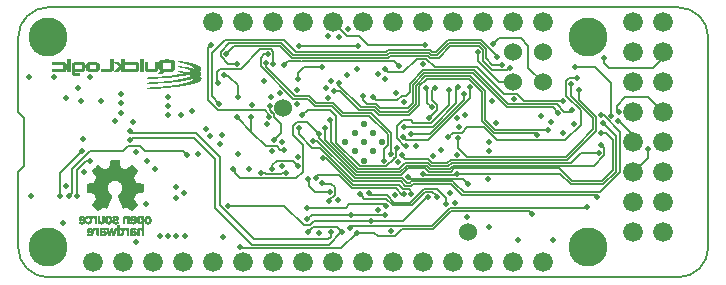
<source format=gbr>
G04 #@! TF.GenerationSoftware,KiCad,Pcbnew,5.1.5+dfsg1-2~bpo10+1*
G04 #@! TF.CreationDate,2020-03-27T20:11:37+01:00*
G04 #@! TF.ProjectId,quick-feather-board,71756963-6b2d-4666-9561-746865722d62,rev?*
G04 #@! TF.SameCoordinates,Original*
G04 #@! TF.FileFunction,Copper,L4,Bot*
G04 #@! TF.FilePolarity,Positive*
%FSLAX46Y46*%
G04 Gerber Fmt 4.6, Leading zero omitted, Abs format (unit mm)*
G04 Created by KiCad (PCBNEW 5.1.5+dfsg1-2~bpo10+1) date 2020-03-27 20:11:37*
%MOMM*%
%LPD*%
G04 APERTURE LIST*
%ADD10C,0.150000*%
%ADD11C,0.010000*%
%ADD12C,0.550000*%
%ADD13C,1.524000*%
%ADD14C,1.676400*%
%ADD15C,3.302000*%
%ADD16C,0.500000*%
%ADD17C,0.200000*%
%ADD18C,0.254000*%
G04 APERTURE END LIST*
D10*
X123101100Y-102463600D02*
X123609100Y-102971600D01*
X123609100Y-102971600D02*
X123609100Y-107035600D01*
X123609100Y-107035600D02*
X123101100Y-107543600D01*
X178981100Y-93573600D02*
G75*
G02X181521100Y-96113600I0J-2540000D01*
G01*
X181521100Y-113893600D02*
G75*
G02X178981100Y-116433600I-2540000J0D01*
G01*
X125641100Y-116433600D02*
X178981100Y-116433600D01*
X181521100Y-113893600D02*
X181521100Y-96113600D01*
X178981100Y-93573600D02*
X125641100Y-93573600D01*
X123101100Y-96113600D02*
G75*
G02X125641100Y-93573600I2540000J0D01*
G01*
X123101100Y-96113600D02*
X123101100Y-102463600D01*
X123101100Y-107543600D02*
X123101100Y-113893600D01*
X125641100Y-116433600D02*
G75*
G02X123101100Y-113893600I0J2540000D01*
G01*
D11*
G36*
X132780547Y-112239315D02*
G01*
X132744257Y-112242589D01*
X132713571Y-112248483D01*
X132686290Y-112257419D01*
X132660688Y-112269559D01*
X132630681Y-112290821D01*
X132604258Y-112319027D01*
X132584255Y-112350988D01*
X132580279Y-112359956D01*
X132568110Y-112390180D01*
X132568100Y-112877860D01*
X132692560Y-112880712D01*
X132692560Y-112852616D01*
X132693001Y-112837262D01*
X132694140Y-112827057D01*
X132695256Y-112824520D01*
X132699925Y-112827991D01*
X132708580Y-112836755D01*
X132712999Y-112841658D01*
X132731978Y-112858645D01*
X132755580Y-112870826D01*
X132785318Y-112878710D01*
X132822703Y-112882805D01*
X132837340Y-112883422D01*
X132862824Y-112883658D01*
X132886988Y-112883015D01*
X132906538Y-112881624D01*
X132915530Y-112880315D01*
X132945682Y-112871062D01*
X132976935Y-112856628D01*
X133005331Y-112839088D01*
X133024046Y-112823501D01*
X133049625Y-112791334D01*
X133066796Y-112755521D01*
X133075801Y-112717506D01*
X133076878Y-112678734D01*
X133076640Y-112677361D01*
X132956223Y-112677361D01*
X132955252Y-112700525D01*
X132946495Y-112722310D01*
X132929720Y-112740562D01*
X132927587Y-112742115D01*
X132913946Y-112750585D01*
X132899866Y-112756449D01*
X132883179Y-112760099D01*
X132861719Y-112761928D01*
X132833316Y-112762328D01*
X132817020Y-112762134D01*
X132788455Y-112761426D01*
X132767932Y-112760233D01*
X132753336Y-112758268D01*
X132742549Y-112755242D01*
X132733457Y-112750866D01*
X132733200Y-112750718D01*
X132717655Y-112738381D01*
X132706482Y-112721138D01*
X132699038Y-112697444D01*
X132694673Y-112665753D01*
X132694033Y-112657094D01*
X132691057Y-112611160D01*
X132792139Y-112611271D01*
X132827669Y-112611414D01*
X132854661Y-112611841D01*
X132874734Y-112612682D01*
X132889508Y-112614068D01*
X132900604Y-112616129D01*
X132909641Y-112618995D01*
X132914706Y-112621136D01*
X132935720Y-112635512D01*
X132949636Y-112654971D01*
X132956223Y-112677361D01*
X133076640Y-112677361D01*
X133070268Y-112640648D01*
X133056211Y-112604695D01*
X133034945Y-112572318D01*
X133006713Y-112544961D01*
X132974540Y-112525351D01*
X132959391Y-112518812D01*
X132944182Y-112513785D01*
X132927295Y-112510081D01*
X132907110Y-112507504D01*
X132882008Y-112505865D01*
X132850368Y-112504969D01*
X132810571Y-112504625D01*
X132799905Y-112504604D01*
X132691349Y-112504480D01*
X132693457Y-112456281D01*
X132695643Y-112427652D01*
X132700005Y-112406818D01*
X132707619Y-112391473D01*
X132719557Y-112379312D01*
X132733732Y-112369860D01*
X132742123Y-112365647D01*
X132751816Y-112362768D01*
X132764860Y-112360982D01*
X132783299Y-112360045D01*
X132809181Y-112359716D01*
X132819560Y-112359700D01*
X132853451Y-112360227D01*
X132879103Y-112362156D01*
X132898402Y-112366003D01*
X132913229Y-112372284D01*
X132925470Y-112381518D01*
X132934582Y-112391280D01*
X132945464Y-112404211D01*
X132994272Y-112366948D01*
X133013108Y-112352336D01*
X133028568Y-112339904D01*
X133039081Y-112330946D01*
X133043078Y-112326755D01*
X133043080Y-112326721D01*
X133039269Y-112320177D01*
X133029265Y-112309658D01*
X133015216Y-112296991D01*
X132999267Y-112284005D01*
X132983566Y-112272529D01*
X132970258Y-112264392D01*
X132969420Y-112263969D01*
X132947833Y-112254068D01*
X132927762Y-112246998D01*
X132906748Y-112242323D01*
X132882329Y-112239605D01*
X132852047Y-112238408D01*
X132824640Y-112238242D01*
X132780547Y-112239315D01*
G37*
X132780547Y-112239315D02*
X132744257Y-112242589D01*
X132713571Y-112248483D01*
X132686290Y-112257419D01*
X132660688Y-112269559D01*
X132630681Y-112290821D01*
X132604258Y-112319027D01*
X132584255Y-112350988D01*
X132580279Y-112359956D01*
X132568110Y-112390180D01*
X132568100Y-112877860D01*
X132692560Y-112880712D01*
X132692560Y-112852616D01*
X132693001Y-112837262D01*
X132694140Y-112827057D01*
X132695256Y-112824520D01*
X132699925Y-112827991D01*
X132708580Y-112836755D01*
X132712999Y-112841658D01*
X132731978Y-112858645D01*
X132755580Y-112870826D01*
X132785318Y-112878710D01*
X132822703Y-112882805D01*
X132837340Y-112883422D01*
X132862824Y-112883658D01*
X132886988Y-112883015D01*
X132906538Y-112881624D01*
X132915530Y-112880315D01*
X132945682Y-112871062D01*
X132976935Y-112856628D01*
X133005331Y-112839088D01*
X133024046Y-112823501D01*
X133049625Y-112791334D01*
X133066796Y-112755521D01*
X133075801Y-112717506D01*
X133076878Y-112678734D01*
X133076640Y-112677361D01*
X132956223Y-112677361D01*
X132955252Y-112700525D01*
X132946495Y-112722310D01*
X132929720Y-112740562D01*
X132927587Y-112742115D01*
X132913946Y-112750585D01*
X132899866Y-112756449D01*
X132883179Y-112760099D01*
X132861719Y-112761928D01*
X132833316Y-112762328D01*
X132817020Y-112762134D01*
X132788455Y-112761426D01*
X132767932Y-112760233D01*
X132753336Y-112758268D01*
X132742549Y-112755242D01*
X132733457Y-112750866D01*
X132733200Y-112750718D01*
X132717655Y-112738381D01*
X132706482Y-112721138D01*
X132699038Y-112697444D01*
X132694673Y-112665753D01*
X132694033Y-112657094D01*
X132691057Y-112611160D01*
X132792139Y-112611271D01*
X132827669Y-112611414D01*
X132854661Y-112611841D01*
X132874734Y-112612682D01*
X132889508Y-112614068D01*
X132900604Y-112616129D01*
X132909641Y-112618995D01*
X132914706Y-112621136D01*
X132935720Y-112635512D01*
X132949636Y-112654971D01*
X132956223Y-112677361D01*
X133076640Y-112677361D01*
X133070268Y-112640648D01*
X133056211Y-112604695D01*
X133034945Y-112572318D01*
X133006713Y-112544961D01*
X132974540Y-112525351D01*
X132959391Y-112518812D01*
X132944182Y-112513785D01*
X132927295Y-112510081D01*
X132907110Y-112507504D01*
X132882008Y-112505865D01*
X132850368Y-112504969D01*
X132810571Y-112504625D01*
X132799905Y-112504604D01*
X132691349Y-112504480D01*
X132693457Y-112456281D01*
X132695643Y-112427652D01*
X132700005Y-112406818D01*
X132707619Y-112391473D01*
X132719557Y-112379312D01*
X132733732Y-112369860D01*
X132742123Y-112365647D01*
X132751816Y-112362768D01*
X132764860Y-112360982D01*
X132783299Y-112360045D01*
X132809181Y-112359716D01*
X132819560Y-112359700D01*
X132853451Y-112360227D01*
X132879103Y-112362156D01*
X132898402Y-112366003D01*
X132913229Y-112372284D01*
X132925470Y-112381518D01*
X132934582Y-112391280D01*
X132945464Y-112404211D01*
X132994272Y-112366948D01*
X133013108Y-112352336D01*
X133028568Y-112339904D01*
X133039081Y-112330946D01*
X133043078Y-112326755D01*
X133043080Y-112326721D01*
X133039269Y-112320177D01*
X133029265Y-112309658D01*
X133015216Y-112296991D01*
X132999267Y-112284005D01*
X132983566Y-112272529D01*
X132970258Y-112264392D01*
X132969420Y-112263969D01*
X132947833Y-112254068D01*
X132927762Y-112246998D01*
X132906748Y-112242323D01*
X132882329Y-112239605D01*
X132852047Y-112238408D01*
X132824640Y-112238242D01*
X132780547Y-112239315D01*
G36*
X133992800Y-111237697D02*
G01*
X133944546Y-111250663D01*
X133901589Y-111272290D01*
X133863900Y-111302592D01*
X133840265Y-111329454D01*
X133821783Y-111356927D01*
X133807426Y-111386492D01*
X133796905Y-111419537D01*
X133789927Y-111457455D01*
X133786203Y-111501634D01*
X133785440Y-111553464D01*
X133786239Y-111587540D01*
X133788944Y-111636516D01*
X133793763Y-111677186D01*
X133801296Y-111711291D01*
X133812144Y-111740570D01*
X133826907Y-111766764D01*
X133846185Y-111791615D01*
X133862676Y-111809131D01*
X133896646Y-111838152D01*
X133932990Y-111858971D01*
X133973336Y-111872200D01*
X134019311Y-111878453D01*
X134048718Y-111879129D01*
X134072449Y-111878418D01*
X134094606Y-111876951D01*
X134111651Y-111874993D01*
X134116492Y-111874074D01*
X134157147Y-111859634D01*
X134196141Y-111835699D01*
X134229665Y-111806384D01*
X134252401Y-111781720D01*
X134270173Y-111757392D01*
X134283622Y-111731593D01*
X134293389Y-111702517D01*
X134300117Y-111668358D01*
X134304446Y-111627310D01*
X134306544Y-111590015D01*
X134306759Y-111562248D01*
X134178460Y-111562248D01*
X134178460Y-111648716D01*
X134162189Y-111681766D01*
X134144147Y-111711176D01*
X134122589Y-111731992D01*
X134096231Y-111744929D01*
X134063792Y-111750703D01*
X134038167Y-111750926D01*
X134014539Y-111749112D01*
X133996963Y-111745333D01*
X133981373Y-111738591D01*
X133976269Y-111735719D01*
X133956096Y-111721639D01*
X133940584Y-111705025D01*
X133929138Y-111684405D01*
X133921160Y-111658307D01*
X133916056Y-111625257D01*
X133913228Y-111583782D01*
X133913066Y-111579608D01*
X133912542Y-111528728D01*
X133915306Y-111486574D01*
X133921698Y-111452146D01*
X133932056Y-111424448D01*
X133946721Y-111402480D01*
X133966031Y-111385245D01*
X133982521Y-111375450D01*
X134014232Y-111364217D01*
X134047608Y-111360797D01*
X134080534Y-111364757D01*
X134110894Y-111375663D01*
X134136571Y-111393084D01*
X134151338Y-111409953D01*
X134160675Y-111425177D01*
X134167660Y-111440910D01*
X134172608Y-111458925D01*
X134175837Y-111481000D01*
X134177662Y-111508909D01*
X134178399Y-111544428D01*
X134178460Y-111562248D01*
X134306759Y-111562248D01*
X134307053Y-111524555D01*
X134302844Y-111466749D01*
X134293980Y-111416973D01*
X134280528Y-111375600D01*
X134263958Y-111344995D01*
X134231078Y-111304961D01*
X134194031Y-111274033D01*
X134152338Y-111251967D01*
X134105521Y-111238517D01*
X134053100Y-111233436D01*
X134046380Y-111233378D01*
X133992800Y-111237697D01*
G37*
X133992800Y-111237697D02*
X133944546Y-111250663D01*
X133901589Y-111272290D01*
X133863900Y-111302592D01*
X133840265Y-111329454D01*
X133821783Y-111356927D01*
X133807426Y-111386492D01*
X133796905Y-111419537D01*
X133789927Y-111457455D01*
X133786203Y-111501634D01*
X133785440Y-111553464D01*
X133786239Y-111587540D01*
X133788944Y-111636516D01*
X133793763Y-111677186D01*
X133801296Y-111711291D01*
X133812144Y-111740570D01*
X133826907Y-111766764D01*
X133846185Y-111791615D01*
X133862676Y-111809131D01*
X133896646Y-111838152D01*
X133932990Y-111858971D01*
X133973336Y-111872200D01*
X134019311Y-111878453D01*
X134048718Y-111879129D01*
X134072449Y-111878418D01*
X134094606Y-111876951D01*
X134111651Y-111874993D01*
X134116492Y-111874074D01*
X134157147Y-111859634D01*
X134196141Y-111835699D01*
X134229665Y-111806384D01*
X134252401Y-111781720D01*
X134270173Y-111757392D01*
X134283622Y-111731593D01*
X134293389Y-111702517D01*
X134300117Y-111668358D01*
X134304446Y-111627310D01*
X134306544Y-111590015D01*
X134306759Y-111562248D01*
X134178460Y-111562248D01*
X134178460Y-111648716D01*
X134162189Y-111681766D01*
X134144147Y-111711176D01*
X134122589Y-111731992D01*
X134096231Y-111744929D01*
X134063792Y-111750703D01*
X134038167Y-111750926D01*
X134014539Y-111749112D01*
X133996963Y-111745333D01*
X133981373Y-111738591D01*
X133976269Y-111735719D01*
X133956096Y-111721639D01*
X133940584Y-111705025D01*
X133929138Y-111684405D01*
X133921160Y-111658307D01*
X133916056Y-111625257D01*
X133913228Y-111583782D01*
X133913066Y-111579608D01*
X133912542Y-111528728D01*
X133915306Y-111486574D01*
X133921698Y-111452146D01*
X133932056Y-111424448D01*
X133946721Y-111402480D01*
X133966031Y-111385245D01*
X133982521Y-111375450D01*
X134014232Y-111364217D01*
X134047608Y-111360797D01*
X134080534Y-111364757D01*
X134110894Y-111375663D01*
X134136571Y-111393084D01*
X134151338Y-111409953D01*
X134160675Y-111425177D01*
X134167660Y-111440910D01*
X134172608Y-111458925D01*
X134175837Y-111481000D01*
X134177662Y-111508909D01*
X134178399Y-111544428D01*
X134178460Y-111562248D01*
X134306759Y-111562248D01*
X134307053Y-111524555D01*
X134302844Y-111466749D01*
X134293980Y-111416973D01*
X134280528Y-111375600D01*
X134263958Y-111344995D01*
X134231078Y-111304961D01*
X134194031Y-111274033D01*
X134152338Y-111251967D01*
X134105521Y-111238517D01*
X134053100Y-111233436D01*
X134046380Y-111233378D01*
X133992800Y-111237697D01*
G36*
X132102854Y-112238238D02*
G01*
X132074699Y-112244601D01*
X132053284Y-112252328D01*
X132032416Y-112261726D01*
X132018495Y-112269591D01*
X131997210Y-112283849D01*
X132042803Y-112338284D01*
X132059438Y-112357915D01*
X132073773Y-112374399D01*
X132084557Y-112386328D01*
X132090537Y-112392297D01*
X132091244Y-112392720D01*
X132096907Y-112390055D01*
X132106965Y-112383544D01*
X132108313Y-112382593D01*
X132133395Y-112370251D01*
X132163191Y-112364263D01*
X132194016Y-112365262D01*
X132201241Y-112366629D01*
X132234462Y-112378426D01*
X132260899Y-112397623D01*
X132279633Y-112421992D01*
X132293780Y-112446060D01*
X132298860Y-112877860D01*
X132423320Y-112880712D01*
X132423320Y-112245400D01*
X132296320Y-112245400D01*
X132296320Y-112306476D01*
X132268844Y-112284096D01*
X132231438Y-112259793D01*
X132190037Y-112243791D01*
X132146543Y-112236477D01*
X132102854Y-112238238D01*
G37*
X132102854Y-112238238D02*
X132074699Y-112244601D01*
X132053284Y-112252328D01*
X132032416Y-112261726D01*
X132018495Y-112269591D01*
X131997210Y-112283849D01*
X132042803Y-112338284D01*
X132059438Y-112357915D01*
X132073773Y-112374399D01*
X132084557Y-112386328D01*
X132090537Y-112392297D01*
X132091244Y-112392720D01*
X132096907Y-112390055D01*
X132106965Y-112383544D01*
X132108313Y-112382593D01*
X132133395Y-112370251D01*
X132163191Y-112364263D01*
X132194016Y-112365262D01*
X132201241Y-112366629D01*
X132234462Y-112378426D01*
X132260899Y-112397623D01*
X132279633Y-112421992D01*
X132293780Y-112446060D01*
X132298860Y-112877860D01*
X132423320Y-112880712D01*
X132423320Y-112245400D01*
X132296320Y-112245400D01*
X132296320Y-112306476D01*
X132268844Y-112284096D01*
X132231438Y-112259793D01*
X132190037Y-112243791D01*
X132146543Y-112236477D01*
X132102854Y-112238238D01*
G36*
X130221342Y-112236999D02*
G01*
X130168718Y-112243659D01*
X130122264Y-112256601D01*
X130082553Y-112275588D01*
X130050159Y-112300381D01*
X130025658Y-112330742D01*
X130017762Y-112345302D01*
X130012505Y-112357777D01*
X130008100Y-112371708D01*
X130004485Y-112388027D01*
X130001598Y-112407665D01*
X129999379Y-112431555D01*
X129997764Y-112460627D01*
X129996692Y-112495814D01*
X129996102Y-112538047D01*
X129995931Y-112588257D01*
X129996119Y-112647376D01*
X129996252Y-112669580D01*
X129997620Y-112877860D01*
X130124620Y-112877860D01*
X130126158Y-112851118D01*
X130127696Y-112824377D01*
X130140767Y-112839911D01*
X130163815Y-112859576D01*
X130194961Y-112873734D01*
X130233657Y-112882213D01*
X130279355Y-112884841D01*
X130283621Y-112884788D01*
X130304359Y-112884177D01*
X130322586Y-112883212D01*
X130334670Y-112882090D01*
X130335440Y-112881970D01*
X130380927Y-112869911D01*
X130420393Y-112850505D01*
X130453252Y-112824654D01*
X130478920Y-112793260D01*
X130496812Y-112757223D01*
X130506343Y-112717447D01*
X130506780Y-112685579D01*
X130386240Y-112685579D01*
X130385344Y-112703198D01*
X130381494Y-112715500D01*
X130372951Y-112727254D01*
X130369730Y-112730826D01*
X130356508Y-112743313D01*
X130342172Y-112752236D01*
X130324832Y-112758077D01*
X130302597Y-112761317D01*
X130273577Y-112762437D01*
X130246540Y-112762182D01*
X130216574Y-112761219D01*
X130194804Y-112759662D01*
X130179269Y-112757264D01*
X130168013Y-112753776D01*
X130163591Y-112751661D01*
X130147368Y-112738685D01*
X130136162Y-112719377D01*
X130129594Y-112692731D01*
X130127283Y-112657744D01*
X130127272Y-112655610D01*
X130127160Y-112611160D01*
X130224950Y-112611271D01*
X130260083Y-112611431D01*
X130286695Y-112611906D01*
X130306426Y-112612829D01*
X130320915Y-112614331D01*
X130331799Y-112616544D01*
X130340717Y-112619599D01*
X130343460Y-112620793D01*
X130366023Y-112634502D01*
X130379746Y-112651912D01*
X130385750Y-112674720D01*
X130386240Y-112685579D01*
X130506780Y-112685579D01*
X130506928Y-112674831D01*
X130498223Y-112631065D01*
X130491429Y-112611049D01*
X130483845Y-112595691D01*
X130473204Y-112581355D01*
X130457236Y-112564403D01*
X130455675Y-112562839D01*
X130439337Y-112547146D01*
X130424285Y-112534719D01*
X130409034Y-112525155D01*
X130392101Y-112518050D01*
X130372005Y-112513003D01*
X130347262Y-112509609D01*
X130316388Y-112507465D01*
X130277901Y-112506170D01*
X130244820Y-112505538D01*
X130126260Y-112503651D01*
X130127980Y-112451122D01*
X130128987Y-112426916D01*
X130130450Y-112410529D01*
X130132874Y-112399619D01*
X130136760Y-112391845D01*
X130142102Y-112385404D01*
X130161421Y-112371890D01*
X130189812Y-112362719D01*
X130227149Y-112357923D01*
X130253223Y-112357160D01*
X130287594Y-112358280D01*
X130314150Y-112362029D01*
X130335027Y-112368988D01*
X130352362Y-112379742D01*
X130359840Y-112386223D01*
X130377721Y-112403087D01*
X130425161Y-112366958D01*
X130443706Y-112352654D01*
X130458855Y-112340626D01*
X130469016Y-112332163D01*
X130472600Y-112328576D01*
X130468694Y-112319567D01*
X130458237Y-112306931D01*
X130443123Y-112292690D01*
X130427712Y-112280608D01*
X130395014Y-112261503D01*
X130357529Y-112248052D01*
X130313615Y-112239769D01*
X130279560Y-112236859D01*
X130221342Y-112236999D01*
G37*
X130221342Y-112236999D02*
X130168718Y-112243659D01*
X130122264Y-112256601D01*
X130082553Y-112275588D01*
X130050159Y-112300381D01*
X130025658Y-112330742D01*
X130017762Y-112345302D01*
X130012505Y-112357777D01*
X130008100Y-112371708D01*
X130004485Y-112388027D01*
X130001598Y-112407665D01*
X129999379Y-112431555D01*
X129997764Y-112460627D01*
X129996692Y-112495814D01*
X129996102Y-112538047D01*
X129995931Y-112588257D01*
X129996119Y-112647376D01*
X129996252Y-112669580D01*
X129997620Y-112877860D01*
X130124620Y-112877860D01*
X130126158Y-112851118D01*
X130127696Y-112824377D01*
X130140767Y-112839911D01*
X130163815Y-112859576D01*
X130194961Y-112873734D01*
X130233657Y-112882213D01*
X130279355Y-112884841D01*
X130283621Y-112884788D01*
X130304359Y-112884177D01*
X130322586Y-112883212D01*
X130334670Y-112882090D01*
X130335440Y-112881970D01*
X130380927Y-112869911D01*
X130420393Y-112850505D01*
X130453252Y-112824654D01*
X130478920Y-112793260D01*
X130496812Y-112757223D01*
X130506343Y-112717447D01*
X130506780Y-112685579D01*
X130386240Y-112685579D01*
X130385344Y-112703198D01*
X130381494Y-112715500D01*
X130372951Y-112727254D01*
X130369730Y-112730826D01*
X130356508Y-112743313D01*
X130342172Y-112752236D01*
X130324832Y-112758077D01*
X130302597Y-112761317D01*
X130273577Y-112762437D01*
X130246540Y-112762182D01*
X130216574Y-112761219D01*
X130194804Y-112759662D01*
X130179269Y-112757264D01*
X130168013Y-112753776D01*
X130163591Y-112751661D01*
X130147368Y-112738685D01*
X130136162Y-112719377D01*
X130129594Y-112692731D01*
X130127283Y-112657744D01*
X130127272Y-112655610D01*
X130127160Y-112611160D01*
X130224950Y-112611271D01*
X130260083Y-112611431D01*
X130286695Y-112611906D01*
X130306426Y-112612829D01*
X130320915Y-112614331D01*
X130331799Y-112616544D01*
X130340717Y-112619599D01*
X130343460Y-112620793D01*
X130366023Y-112634502D01*
X130379746Y-112651912D01*
X130385750Y-112674720D01*
X130386240Y-112685579D01*
X130506780Y-112685579D01*
X130506928Y-112674831D01*
X130498223Y-112631065D01*
X130491429Y-112611049D01*
X130483845Y-112595691D01*
X130473204Y-112581355D01*
X130457236Y-112564403D01*
X130455675Y-112562839D01*
X130439337Y-112547146D01*
X130424285Y-112534719D01*
X130409034Y-112525155D01*
X130392101Y-112518050D01*
X130372005Y-112513003D01*
X130347262Y-112509609D01*
X130316388Y-112507465D01*
X130277901Y-112506170D01*
X130244820Y-112505538D01*
X130126260Y-112503651D01*
X130127980Y-112451122D01*
X130128987Y-112426916D01*
X130130450Y-112410529D01*
X130132874Y-112399619D01*
X130136760Y-112391845D01*
X130142102Y-112385404D01*
X130161421Y-112371890D01*
X130189812Y-112362719D01*
X130227149Y-112357923D01*
X130253223Y-112357160D01*
X130287594Y-112358280D01*
X130314150Y-112362029D01*
X130335027Y-112368988D01*
X130352362Y-112379742D01*
X130359840Y-112386223D01*
X130377721Y-112403087D01*
X130425161Y-112366958D01*
X130443706Y-112352654D01*
X130458855Y-112340626D01*
X130469016Y-112332163D01*
X130472600Y-112328576D01*
X130468694Y-112319567D01*
X130458237Y-112306931D01*
X130443123Y-112292690D01*
X130427712Y-112280608D01*
X130395014Y-112261503D01*
X130357529Y-112248052D01*
X130313615Y-112239769D01*
X130279560Y-112236859D01*
X130221342Y-112236999D01*
G36*
X132096737Y-111240625D02*
G01*
X132056274Y-111256680D01*
X132020142Y-111280399D01*
X131989490Y-111310984D01*
X131965466Y-111347638D01*
X131949218Y-111389565D01*
X131946437Y-111401100D01*
X131944809Y-111414425D01*
X131943446Y-111437693D01*
X131942353Y-111470687D01*
X131941534Y-111513193D01*
X131940995Y-111564996D01*
X131940741Y-111625881D01*
X131940720Y-111651290D01*
X131940720Y-111874560D01*
X132067297Y-111874560D01*
X132068779Y-111664638D01*
X132070260Y-111454716D01*
X132085578Y-111424777D01*
X132104099Y-111396999D01*
X132127360Y-111377722D01*
X132156409Y-111366288D01*
X132184760Y-111362331D01*
X132206329Y-111362251D01*
X132226452Y-111364089D01*
X132238101Y-111366626D01*
X132260316Y-111378058D01*
X132282147Y-111396281D01*
X132300417Y-111418318D01*
X132308564Y-111432600D01*
X132311190Y-111438654D01*
X132313356Y-111445119D01*
X132315115Y-111453012D01*
X132316520Y-111463351D01*
X132317625Y-111477153D01*
X132318483Y-111495435D01*
X132319148Y-111519216D01*
X132319673Y-111549513D01*
X132320111Y-111587343D01*
X132320516Y-111633724D01*
X132320757Y-111665010D01*
X132322334Y-111874560D01*
X132448720Y-111874560D01*
X132448720Y-111239560D01*
X132321720Y-111239560D01*
X132321720Y-111305716D01*
X132292895Y-111282238D01*
X132260955Y-111259612D01*
X132228999Y-111244698D01*
X132193198Y-111235790D01*
X132186066Y-111234696D01*
X132140384Y-111233031D01*
X132096737Y-111240625D01*
G37*
X132096737Y-111240625D02*
X132056274Y-111256680D01*
X132020142Y-111280399D01*
X131989490Y-111310984D01*
X131965466Y-111347638D01*
X131949218Y-111389565D01*
X131946437Y-111401100D01*
X131944809Y-111414425D01*
X131943446Y-111437693D01*
X131942353Y-111470687D01*
X131941534Y-111513193D01*
X131940995Y-111564996D01*
X131940741Y-111625881D01*
X131940720Y-111651290D01*
X131940720Y-111874560D01*
X132067297Y-111874560D01*
X132068779Y-111664638D01*
X132070260Y-111454716D01*
X132085578Y-111424777D01*
X132104099Y-111396999D01*
X132127360Y-111377722D01*
X132156409Y-111366288D01*
X132184760Y-111362331D01*
X132206329Y-111362251D01*
X132226452Y-111364089D01*
X132238101Y-111366626D01*
X132260316Y-111378058D01*
X132282147Y-111396281D01*
X132300417Y-111418318D01*
X132308564Y-111432600D01*
X132311190Y-111438654D01*
X132313356Y-111445119D01*
X132315115Y-111453012D01*
X132316520Y-111463351D01*
X132317625Y-111477153D01*
X132318483Y-111495435D01*
X132319148Y-111519216D01*
X132319673Y-111549513D01*
X132320111Y-111587343D01*
X132320516Y-111633724D01*
X132320757Y-111665010D01*
X132322334Y-111874560D01*
X132448720Y-111874560D01*
X132448720Y-111239560D01*
X132321720Y-111239560D01*
X132321720Y-111305716D01*
X132292895Y-111282238D01*
X132260955Y-111259612D01*
X132228999Y-111244698D01*
X132193198Y-111235790D01*
X132186066Y-111234696D01*
X132140384Y-111233031D01*
X132096737Y-111240625D01*
G36*
X130217542Y-111449481D02*
G01*
X130216060Y-111659403D01*
X130200743Y-111689342D01*
X130182401Y-111716956D01*
X130159425Y-111736139D01*
X130130669Y-111747609D01*
X130100830Y-111751829D01*
X130066560Y-111750846D01*
X130038478Y-111743099D01*
X130014581Y-111727838D01*
X130001225Y-111714544D01*
X129993357Y-111705449D01*
X129986828Y-111696985D01*
X129981503Y-111688138D01*
X129977249Y-111677892D01*
X129973931Y-111665230D01*
X129971416Y-111649138D01*
X129969570Y-111628599D01*
X129968258Y-111602598D01*
X129967347Y-111570120D01*
X129966703Y-111530149D01*
X129966191Y-111481669D01*
X129965879Y-111446570D01*
X129964074Y-111239560D01*
X129837600Y-111239560D01*
X129837600Y-111874560D01*
X129964600Y-111874560D01*
X129964600Y-111841540D01*
X129964992Y-111824722D01*
X129966018Y-111812829D01*
X129967392Y-111808520D01*
X129972290Y-111811785D01*
X129981805Y-111820148D01*
X129988982Y-111827012D01*
X130003728Y-111839017D01*
X130023318Y-111851776D01*
X130040800Y-111861169D01*
X130057979Y-111868739D01*
X130073148Y-111873568D01*
X130089803Y-111876373D01*
X130111442Y-111877869D01*
X130124620Y-111878333D01*
X130152143Y-111878599D01*
X130172702Y-111877290D01*
X130189417Y-111874078D01*
X130200999Y-111870339D01*
X130223788Y-111861300D01*
X130240995Y-111852516D01*
X130256469Y-111841580D01*
X130274061Y-111826082D01*
X130278723Y-111821703D01*
X130307682Y-111787608D01*
X130329000Y-111748067D01*
X130339884Y-111713019D01*
X130341512Y-111699694D01*
X130342875Y-111676426D01*
X130343968Y-111643432D01*
X130344787Y-111600926D01*
X130345326Y-111549123D01*
X130345580Y-111488238D01*
X130345600Y-111462829D01*
X130345600Y-111239560D01*
X130219024Y-111239560D01*
X130217542Y-111449481D01*
G37*
X130217542Y-111449481D02*
X130216060Y-111659403D01*
X130200743Y-111689342D01*
X130182401Y-111716956D01*
X130159425Y-111736139D01*
X130130669Y-111747609D01*
X130100830Y-111751829D01*
X130066560Y-111750846D01*
X130038478Y-111743099D01*
X130014581Y-111727838D01*
X130001225Y-111714544D01*
X129993357Y-111705449D01*
X129986828Y-111696985D01*
X129981503Y-111688138D01*
X129977249Y-111677892D01*
X129973931Y-111665230D01*
X129971416Y-111649138D01*
X129969570Y-111628599D01*
X129968258Y-111602598D01*
X129967347Y-111570120D01*
X129966703Y-111530149D01*
X129966191Y-111481669D01*
X129965879Y-111446570D01*
X129964074Y-111239560D01*
X129837600Y-111239560D01*
X129837600Y-111874560D01*
X129964600Y-111874560D01*
X129964600Y-111841540D01*
X129964992Y-111824722D01*
X129966018Y-111812829D01*
X129967392Y-111808520D01*
X129972290Y-111811785D01*
X129981805Y-111820148D01*
X129988982Y-111827012D01*
X130003728Y-111839017D01*
X130023318Y-111851776D01*
X130040800Y-111861169D01*
X130057979Y-111868739D01*
X130073148Y-111873568D01*
X130089803Y-111876373D01*
X130111442Y-111877869D01*
X130124620Y-111878333D01*
X130152143Y-111878599D01*
X130172702Y-111877290D01*
X130189417Y-111874078D01*
X130200999Y-111870339D01*
X130223788Y-111861300D01*
X130240995Y-111852516D01*
X130256469Y-111841580D01*
X130274061Y-111826082D01*
X130278723Y-111821703D01*
X130307682Y-111787608D01*
X130329000Y-111748067D01*
X130339884Y-111713019D01*
X130341512Y-111699694D01*
X130342875Y-111676426D01*
X130343968Y-111643432D01*
X130344787Y-111600926D01*
X130345326Y-111549123D01*
X130345580Y-111488238D01*
X130345600Y-111462829D01*
X130345600Y-111239560D01*
X130219024Y-111239560D01*
X130217542Y-111449481D01*
G36*
X131224650Y-112457490D02*
G01*
X131212403Y-112502490D01*
X131200878Y-112544699D01*
X131190367Y-112583055D01*
X131181165Y-112616495D01*
X131173563Y-112643954D01*
X131167855Y-112664372D01*
X131164334Y-112676683D01*
X131163392Y-112679740D01*
X131161210Y-112679338D01*
X131156932Y-112671268D01*
X131150419Y-112655151D01*
X131141529Y-112630610D01*
X131130125Y-112597267D01*
X131116066Y-112554744D01*
X131107983Y-112529880D01*
X131094413Y-112487974D01*
X131080834Y-112446094D01*
X131067826Y-112406028D01*
X131055972Y-112369566D01*
X131045852Y-112338496D01*
X131038049Y-112314608D01*
X131035761Y-112307630D01*
X131015319Y-112245400D01*
X130921501Y-112245400D01*
X130853769Y-112454950D01*
X130839355Y-112499489D01*
X130825766Y-112541381D01*
X130813349Y-112579560D01*
X130802450Y-112612961D01*
X130793419Y-112640522D01*
X130786603Y-112661177D01*
X130782349Y-112673863D01*
X130781174Y-112677200D01*
X130779629Y-112678889D01*
X130777394Y-112676821D01*
X130774246Y-112670282D01*
X130769961Y-112658558D01*
X130764315Y-112640935D01*
X130757086Y-112616700D01*
X130748048Y-112585138D01*
X130736978Y-112545537D01*
X130723653Y-112497181D01*
X130716085Y-112469532D01*
X130703614Y-112424020D01*
X130691928Y-112381592D01*
X130681302Y-112343238D01*
X130672014Y-112309950D01*
X130664342Y-112282718D01*
X130658563Y-112262534D01*
X130654954Y-112250387D01*
X130653824Y-112247129D01*
X130648268Y-112246472D01*
X130634525Y-112246125D01*
X130614561Y-112246104D01*
X130590346Y-112246428D01*
X130586033Y-112246517D01*
X130520276Y-112247940D01*
X130603117Y-112507020D01*
X130619534Y-112558382D01*
X130635564Y-112608567D01*
X130650835Y-112656411D01*
X130664974Y-112700747D01*
X130677612Y-112740409D01*
X130688376Y-112774232D01*
X130696894Y-112801048D01*
X130702794Y-112819693D01*
X130703966Y-112823414D01*
X130721973Y-112880728D01*
X130834699Y-112877860D01*
X130901092Y-112655026D01*
X130918246Y-112597813D01*
X130932803Y-112550057D01*
X130944875Y-112511423D01*
X130954572Y-112481574D01*
X130962006Y-112460176D01*
X130967286Y-112446893D01*
X130970524Y-112441389D01*
X130971526Y-112441666D01*
X130973801Y-112448440D01*
X130978635Y-112463891D01*
X130985705Y-112486953D01*
X130994689Y-112516559D01*
X131005263Y-112551644D01*
X131017104Y-112591141D01*
X131029891Y-112633984D01*
X131036702Y-112656880D01*
X131049810Y-112700989D01*
X131062081Y-112742277D01*
X131073200Y-112779681D01*
X131082851Y-112812140D01*
X131090718Y-112838593D01*
X131096486Y-112857977D01*
X131099839Y-112869231D01*
X131100521Y-112871510D01*
X131102869Y-112875457D01*
X131108269Y-112878044D01*
X131118525Y-112879547D01*
X131135443Y-112880240D01*
X131158902Y-112880400D01*
X131186077Y-112879996D01*
X131204137Y-112878712D01*
X131214099Y-112876435D01*
X131216855Y-112874050D01*
X131218758Y-112868209D01*
X131223479Y-112853530D01*
X131230750Y-112830851D01*
X131240300Y-112801014D01*
X131251862Y-112764860D01*
X131265167Y-112723228D01*
X131279946Y-112676959D01*
X131295930Y-112626894D01*
X131312850Y-112573873D01*
X131316102Y-112563680D01*
X131333181Y-112510171D01*
X131349387Y-112459438D01*
X131364450Y-112412327D01*
X131378100Y-112369680D01*
X131390066Y-112332341D01*
X131400078Y-112301153D01*
X131407866Y-112276960D01*
X131413160Y-112260604D01*
X131415688Y-112252930D01*
X131415831Y-112252530D01*
X131415395Y-112249602D01*
X131410538Y-112247575D01*
X131399883Y-112246300D01*
X131382052Y-112245626D01*
X131355668Y-112245403D01*
X131350424Y-112245400D01*
X131282280Y-112245400D01*
X131224650Y-112457490D01*
G37*
X131224650Y-112457490D02*
X131212403Y-112502490D01*
X131200878Y-112544699D01*
X131190367Y-112583055D01*
X131181165Y-112616495D01*
X131173563Y-112643954D01*
X131167855Y-112664372D01*
X131164334Y-112676683D01*
X131163392Y-112679740D01*
X131161210Y-112679338D01*
X131156932Y-112671268D01*
X131150419Y-112655151D01*
X131141529Y-112630610D01*
X131130125Y-112597267D01*
X131116066Y-112554744D01*
X131107983Y-112529880D01*
X131094413Y-112487974D01*
X131080834Y-112446094D01*
X131067826Y-112406028D01*
X131055972Y-112369566D01*
X131045852Y-112338496D01*
X131038049Y-112314608D01*
X131035761Y-112307630D01*
X131015319Y-112245400D01*
X130921501Y-112245400D01*
X130853769Y-112454950D01*
X130839355Y-112499489D01*
X130825766Y-112541381D01*
X130813349Y-112579560D01*
X130802450Y-112612961D01*
X130793419Y-112640522D01*
X130786603Y-112661177D01*
X130782349Y-112673863D01*
X130781174Y-112677200D01*
X130779629Y-112678889D01*
X130777394Y-112676821D01*
X130774246Y-112670282D01*
X130769961Y-112658558D01*
X130764315Y-112640935D01*
X130757086Y-112616700D01*
X130748048Y-112585138D01*
X130736978Y-112545537D01*
X130723653Y-112497181D01*
X130716085Y-112469532D01*
X130703614Y-112424020D01*
X130691928Y-112381592D01*
X130681302Y-112343238D01*
X130672014Y-112309950D01*
X130664342Y-112282718D01*
X130658563Y-112262534D01*
X130654954Y-112250387D01*
X130653824Y-112247129D01*
X130648268Y-112246472D01*
X130634525Y-112246125D01*
X130614561Y-112246104D01*
X130590346Y-112246428D01*
X130586033Y-112246517D01*
X130520276Y-112247940D01*
X130603117Y-112507020D01*
X130619534Y-112558382D01*
X130635564Y-112608567D01*
X130650835Y-112656411D01*
X130664974Y-112700747D01*
X130677612Y-112740409D01*
X130688376Y-112774232D01*
X130696894Y-112801048D01*
X130702794Y-112819693D01*
X130703966Y-112823414D01*
X130721973Y-112880728D01*
X130834699Y-112877860D01*
X130901092Y-112655026D01*
X130918246Y-112597813D01*
X130932803Y-112550057D01*
X130944875Y-112511423D01*
X130954572Y-112481574D01*
X130962006Y-112460176D01*
X130967286Y-112446893D01*
X130970524Y-112441389D01*
X130971526Y-112441666D01*
X130973801Y-112448440D01*
X130978635Y-112463891D01*
X130985705Y-112486953D01*
X130994689Y-112516559D01*
X131005263Y-112551644D01*
X131017104Y-112591141D01*
X131029891Y-112633984D01*
X131036702Y-112656880D01*
X131049810Y-112700989D01*
X131062081Y-112742277D01*
X131073200Y-112779681D01*
X131082851Y-112812140D01*
X131090718Y-112838593D01*
X131096486Y-112857977D01*
X131099839Y-112869231D01*
X131100521Y-112871510D01*
X131102869Y-112875457D01*
X131108269Y-112878044D01*
X131118525Y-112879547D01*
X131135443Y-112880240D01*
X131158902Y-112880400D01*
X131186077Y-112879996D01*
X131204137Y-112878712D01*
X131214099Y-112876435D01*
X131216855Y-112874050D01*
X131218758Y-112868209D01*
X131223479Y-112853530D01*
X131230750Y-112830851D01*
X131240300Y-112801014D01*
X131251862Y-112764860D01*
X131265167Y-112723228D01*
X131279946Y-112676959D01*
X131295930Y-112626894D01*
X131312850Y-112573873D01*
X131316102Y-112563680D01*
X131333181Y-112510171D01*
X131349387Y-112459438D01*
X131364450Y-112412327D01*
X131378100Y-112369680D01*
X131390066Y-112332341D01*
X131400078Y-112301153D01*
X131407866Y-112276960D01*
X131413160Y-112260604D01*
X131415688Y-112252930D01*
X131415831Y-112252530D01*
X131415395Y-112249602D01*
X131410538Y-112247575D01*
X131399883Y-112246300D01*
X131382052Y-112245626D01*
X131355668Y-112245403D01*
X131350424Y-112245400D01*
X131282280Y-112245400D01*
X131224650Y-112457490D01*
G36*
X131255565Y-111236290D02*
G01*
X131205502Y-111246516D01*
X131157714Y-111262883D01*
X131113888Y-111285338D01*
X131105152Y-111290950D01*
X131066783Y-111316613D01*
X131081679Y-111335236D01*
X131093101Y-111348960D01*
X131107974Y-111366104D01*
X131121138Y-111380812D01*
X131145700Y-111407765D01*
X131189132Y-111385253D01*
X131227378Y-111368638D01*
X131266057Y-111357694D01*
X131303682Y-111352406D01*
X131338763Y-111352759D01*
X131369813Y-111358740D01*
X131395344Y-111370334D01*
X131413791Y-111387421D01*
X131421374Y-111404974D01*
X131423826Y-111425072D01*
X131423072Y-111441359D01*
X131418935Y-111452295D01*
X131409526Y-111462579D01*
X131408336Y-111463652D01*
X131398503Y-111471350D01*
X131387329Y-111477354D01*
X131373193Y-111482032D01*
X131354476Y-111485758D01*
X131329555Y-111488903D01*
X131296811Y-111491837D01*
X131279589Y-111493152D01*
X131232590Y-111497683D01*
X131194241Y-111503880D01*
X131163114Y-111512107D01*
X131137784Y-111522730D01*
X131119476Y-111534113D01*
X131093735Y-111559048D01*
X131073562Y-111590958D01*
X131059763Y-111627847D01*
X131053141Y-111667716D01*
X131053357Y-111698235D01*
X131061569Y-111740433D01*
X131078565Y-111777744D01*
X131104069Y-111809882D01*
X131137805Y-111836556D01*
X131179497Y-111857478D01*
X131217255Y-111869591D01*
X131254758Y-111876323D01*
X131297777Y-111879429D01*
X131342335Y-111878915D01*
X131384460Y-111874789D01*
X131412400Y-111869242D01*
X131436026Y-111861921D01*
X131463126Y-111851702D01*
X131488305Y-111840640D01*
X131491140Y-111839255D01*
X131510473Y-111828794D01*
X131531122Y-111816196D01*
X131551216Y-111802789D01*
X131568885Y-111789899D01*
X131582258Y-111778855D01*
X131589463Y-111770984D01*
X131590200Y-111768963D01*
X131586801Y-111764073D01*
X131577553Y-111753644D01*
X131563887Y-111739225D01*
X131547907Y-111723042D01*
X131505614Y-111680968D01*
X131480797Y-111701476D01*
X131443926Y-111727385D01*
X131404939Y-111745281D01*
X131361848Y-111755833D01*
X131312669Y-111759712D01*
X131308260Y-111759755D01*
X131282609Y-111759485D01*
X131263903Y-111758045D01*
X131248951Y-111754954D01*
X131234563Y-111749730D01*
X131230647Y-111748019D01*
X131205447Y-111732570D01*
X131188511Y-111713048D01*
X131180389Y-111690578D01*
X131181635Y-111666283D01*
X131185218Y-111655483D01*
X131191022Y-111644717D01*
X131199267Y-111636216D01*
X131211305Y-111629523D01*
X131228489Y-111624181D01*
X131252173Y-111619732D01*
X131283709Y-111615721D01*
X131311238Y-111612923D01*
X131348821Y-111609147D01*
X131378171Y-111605627D01*
X131401193Y-111601963D01*
X131419793Y-111597757D01*
X131435877Y-111592610D01*
X131451349Y-111586123D01*
X131460660Y-111581656D01*
X131494991Y-111559441D01*
X131521472Y-111530920D01*
X131539818Y-111496567D01*
X131549744Y-111456856D01*
X131551544Y-111430060D01*
X131550838Y-111407399D01*
X131548785Y-111385711D01*
X131545813Y-111369383D01*
X131545507Y-111368300D01*
X131532750Y-111339071D01*
X131512839Y-111310140D01*
X131488277Y-111284966D01*
X131480980Y-111279118D01*
X131444838Y-111257847D01*
X131402539Y-111242982D01*
X131355769Y-111234469D01*
X131306216Y-111232256D01*
X131255565Y-111236290D01*
G37*
X131255565Y-111236290D02*
X131205502Y-111246516D01*
X131157714Y-111262883D01*
X131113888Y-111285338D01*
X131105152Y-111290950D01*
X131066783Y-111316613D01*
X131081679Y-111335236D01*
X131093101Y-111348960D01*
X131107974Y-111366104D01*
X131121138Y-111380812D01*
X131145700Y-111407765D01*
X131189132Y-111385253D01*
X131227378Y-111368638D01*
X131266057Y-111357694D01*
X131303682Y-111352406D01*
X131338763Y-111352759D01*
X131369813Y-111358740D01*
X131395344Y-111370334D01*
X131413791Y-111387421D01*
X131421374Y-111404974D01*
X131423826Y-111425072D01*
X131423072Y-111441359D01*
X131418935Y-111452295D01*
X131409526Y-111462579D01*
X131408336Y-111463652D01*
X131398503Y-111471350D01*
X131387329Y-111477354D01*
X131373193Y-111482032D01*
X131354476Y-111485758D01*
X131329555Y-111488903D01*
X131296811Y-111491837D01*
X131279589Y-111493152D01*
X131232590Y-111497683D01*
X131194241Y-111503880D01*
X131163114Y-111512107D01*
X131137784Y-111522730D01*
X131119476Y-111534113D01*
X131093735Y-111559048D01*
X131073562Y-111590958D01*
X131059763Y-111627847D01*
X131053141Y-111667716D01*
X131053357Y-111698235D01*
X131061569Y-111740433D01*
X131078565Y-111777744D01*
X131104069Y-111809882D01*
X131137805Y-111836556D01*
X131179497Y-111857478D01*
X131217255Y-111869591D01*
X131254758Y-111876323D01*
X131297777Y-111879429D01*
X131342335Y-111878915D01*
X131384460Y-111874789D01*
X131412400Y-111869242D01*
X131436026Y-111861921D01*
X131463126Y-111851702D01*
X131488305Y-111840640D01*
X131491140Y-111839255D01*
X131510473Y-111828794D01*
X131531122Y-111816196D01*
X131551216Y-111802789D01*
X131568885Y-111789899D01*
X131582258Y-111778855D01*
X131589463Y-111770984D01*
X131590200Y-111768963D01*
X131586801Y-111764073D01*
X131577553Y-111753644D01*
X131563887Y-111739225D01*
X131547907Y-111723042D01*
X131505614Y-111680968D01*
X131480797Y-111701476D01*
X131443926Y-111727385D01*
X131404939Y-111745281D01*
X131361848Y-111755833D01*
X131312669Y-111759712D01*
X131308260Y-111759755D01*
X131282609Y-111759485D01*
X131263903Y-111758045D01*
X131248951Y-111754954D01*
X131234563Y-111749730D01*
X131230647Y-111748019D01*
X131205447Y-111732570D01*
X131188511Y-111713048D01*
X131180389Y-111690578D01*
X131181635Y-111666283D01*
X131185218Y-111655483D01*
X131191022Y-111644717D01*
X131199267Y-111636216D01*
X131211305Y-111629523D01*
X131228489Y-111624181D01*
X131252173Y-111619732D01*
X131283709Y-111615721D01*
X131311238Y-111612923D01*
X131348821Y-111609147D01*
X131378171Y-111605627D01*
X131401193Y-111601963D01*
X131419793Y-111597757D01*
X131435877Y-111592610D01*
X131451349Y-111586123D01*
X131460660Y-111581656D01*
X131494991Y-111559441D01*
X131521472Y-111530920D01*
X131539818Y-111496567D01*
X131549744Y-111456856D01*
X131551544Y-111430060D01*
X131550838Y-111407399D01*
X131548785Y-111385711D01*
X131545813Y-111369383D01*
X131545507Y-111368300D01*
X131532750Y-111339071D01*
X131512839Y-111310140D01*
X131488277Y-111284966D01*
X131480980Y-111279118D01*
X131444838Y-111257847D01*
X131402539Y-111242982D01*
X131355769Y-111234469D01*
X131306216Y-111232256D01*
X131255565Y-111236290D01*
G36*
X128424727Y-111237568D02*
G01*
X128376828Y-111250853D01*
X128333357Y-111272412D01*
X128295204Y-111301537D01*
X128263262Y-111337520D01*
X128238424Y-111379655D01*
X128221579Y-111427232D01*
X128219307Y-111437060D01*
X128216374Y-111456475D01*
X128214039Y-111482774D01*
X128212536Y-111512686D01*
X128212089Y-111538010D01*
X128212000Y-111605320D01*
X128609549Y-111605320D01*
X128606039Y-111631782D01*
X128596581Y-111671612D01*
X128579892Y-111704363D01*
X128556277Y-111729772D01*
X128526039Y-111747575D01*
X128489482Y-111757510D01*
X128458380Y-111759640D01*
X128414826Y-111755448D01*
X128376875Y-111743113D01*
X128343681Y-111722349D01*
X128339733Y-111719068D01*
X128330927Y-111711350D01*
X128324295Y-111706489D01*
X128318141Y-111705071D01*
X128310770Y-111707681D01*
X128300485Y-111714902D01*
X128285591Y-111727319D01*
X128265340Y-111744705D01*
X128249522Y-111758193D01*
X128236797Y-111768982D01*
X128229013Y-111775509D01*
X128227547Y-111776687D01*
X128229698Y-111780775D01*
X128237460Y-111790033D01*
X128249194Y-111802516D01*
X128250089Y-111803428D01*
X128279240Y-111827729D01*
X128314922Y-111849171D01*
X128353543Y-111865758D01*
X128372754Y-111871587D01*
X128398839Y-111876142D01*
X128431250Y-111878603D01*
X128466373Y-111878970D01*
X128500592Y-111877242D01*
X128530291Y-111873420D01*
X128538979Y-111871580D01*
X128584964Y-111855449D01*
X128625727Y-111830795D01*
X128660875Y-111798033D01*
X128690013Y-111757579D01*
X128712750Y-111709850D01*
X128723554Y-111676440D01*
X128727959Y-111653110D01*
X128730985Y-111622361D01*
X128732635Y-111586840D01*
X128732911Y-111549192D01*
X128731813Y-111512065D01*
X128730837Y-111498640D01*
X128609394Y-111498640D01*
X128337870Y-111498640D01*
X128341224Y-111479590D01*
X128351988Y-111438409D01*
X128368417Y-111405533D01*
X128390707Y-111380705D01*
X128419056Y-111363666D01*
X128433481Y-111358575D01*
X128471129Y-111352230D01*
X128506087Y-111355258D01*
X128537411Y-111367023D01*
X128564153Y-111386889D01*
X128585368Y-111414219D01*
X128600110Y-111448378D01*
X128605857Y-111474510D01*
X128609394Y-111498640D01*
X128730837Y-111498640D01*
X128729344Y-111478104D01*
X128725505Y-111449957D01*
X128723413Y-111440220D01*
X128705859Y-111387687D01*
X128681503Y-111342161D01*
X128650812Y-111304031D01*
X128614249Y-111273685D01*
X128572281Y-111251515D01*
X128525372Y-111237908D01*
X128476160Y-111233265D01*
X128424727Y-111237568D01*
G37*
X128424727Y-111237568D02*
X128376828Y-111250853D01*
X128333357Y-111272412D01*
X128295204Y-111301537D01*
X128263262Y-111337520D01*
X128238424Y-111379655D01*
X128221579Y-111427232D01*
X128219307Y-111437060D01*
X128216374Y-111456475D01*
X128214039Y-111482774D01*
X128212536Y-111512686D01*
X128212089Y-111538010D01*
X128212000Y-111605320D01*
X128609549Y-111605320D01*
X128606039Y-111631782D01*
X128596581Y-111671612D01*
X128579892Y-111704363D01*
X128556277Y-111729772D01*
X128526039Y-111747575D01*
X128489482Y-111757510D01*
X128458380Y-111759640D01*
X128414826Y-111755448D01*
X128376875Y-111743113D01*
X128343681Y-111722349D01*
X128339733Y-111719068D01*
X128330927Y-111711350D01*
X128324295Y-111706489D01*
X128318141Y-111705071D01*
X128310770Y-111707681D01*
X128300485Y-111714902D01*
X128285591Y-111727319D01*
X128265340Y-111744705D01*
X128249522Y-111758193D01*
X128236797Y-111768982D01*
X128229013Y-111775509D01*
X128227547Y-111776687D01*
X128229698Y-111780775D01*
X128237460Y-111790033D01*
X128249194Y-111802516D01*
X128250089Y-111803428D01*
X128279240Y-111827729D01*
X128314922Y-111849171D01*
X128353543Y-111865758D01*
X128372754Y-111871587D01*
X128398839Y-111876142D01*
X128431250Y-111878603D01*
X128466373Y-111878970D01*
X128500592Y-111877242D01*
X128530291Y-111873420D01*
X128538979Y-111871580D01*
X128584964Y-111855449D01*
X128625727Y-111830795D01*
X128660875Y-111798033D01*
X128690013Y-111757579D01*
X128712750Y-111709850D01*
X128723554Y-111676440D01*
X128727959Y-111653110D01*
X128730985Y-111622361D01*
X128732635Y-111586840D01*
X128732911Y-111549192D01*
X128731813Y-111512065D01*
X128730837Y-111498640D01*
X128609394Y-111498640D01*
X128337870Y-111498640D01*
X128341224Y-111479590D01*
X128351988Y-111438409D01*
X128368417Y-111405533D01*
X128390707Y-111380705D01*
X128419056Y-111363666D01*
X128433481Y-111358575D01*
X128471129Y-111352230D01*
X128506087Y-111355258D01*
X128537411Y-111367023D01*
X128564153Y-111386889D01*
X128585368Y-111414219D01*
X128600110Y-111448378D01*
X128605857Y-111474510D01*
X128609394Y-111498640D01*
X128730837Y-111498640D01*
X128729344Y-111478104D01*
X128725505Y-111449957D01*
X128723413Y-111440220D01*
X128705859Y-111387687D01*
X128681503Y-111342161D01*
X128650812Y-111304031D01*
X128614249Y-111273685D01*
X128572281Y-111251515D01*
X128525372Y-111237908D01*
X128476160Y-111233265D01*
X128424727Y-111237568D01*
G36*
X131196056Y-106479615D02*
G01*
X131141497Y-106479677D01*
X131095553Y-106479806D01*
X131057448Y-106480025D01*
X131026410Y-106480354D01*
X131001666Y-106480815D01*
X130982443Y-106481429D01*
X130967966Y-106482219D01*
X130957463Y-106483206D01*
X130950161Y-106484411D01*
X130945287Y-106485856D01*
X130942066Y-106487562D01*
X130940870Y-106488489D01*
X130938469Y-106491557D01*
X130935857Y-106497220D01*
X130932881Y-106506198D01*
X130929388Y-106519215D01*
X130925224Y-106536990D01*
X130920236Y-106560245D01*
X130914271Y-106589702D01*
X130907175Y-106626081D01*
X130898795Y-106670104D01*
X130888979Y-106722493D01*
X130877572Y-106783967D01*
X130874206Y-106802180D01*
X130864062Y-106856772D01*
X130854307Y-106908614D01*
X130845120Y-106956803D01*
X130836679Y-107000437D01*
X130829161Y-107038614D01*
X130822743Y-107070433D01*
X130817603Y-107094992D01*
X130813920Y-107111389D01*
X130811870Y-107118723D01*
X130811831Y-107118803D01*
X130803188Y-107130153D01*
X130795641Y-107136032D01*
X130783832Y-107141707D01*
X130764465Y-107150244D01*
X130738725Y-107161172D01*
X130707800Y-107174021D01*
X130672875Y-107188321D01*
X130635136Y-107203599D01*
X130595769Y-107219386D01*
X130555961Y-107235210D01*
X130516897Y-107250601D01*
X130479763Y-107265087D01*
X130445745Y-107278199D01*
X130416030Y-107289464D01*
X130391803Y-107298412D01*
X130374251Y-107304573D01*
X130364560Y-107307475D01*
X130363379Y-107307640D01*
X130348275Y-107304380D01*
X130328126Y-107294288D01*
X130311901Y-107283882D01*
X130297625Y-107274135D01*
X130276138Y-107259436D01*
X130248608Y-107240586D01*
X130216200Y-107218382D01*
X130180079Y-107193625D01*
X130141412Y-107167114D01*
X130101364Y-107139649D01*
X130061101Y-107112029D01*
X130021788Y-107085055D01*
X129984592Y-107059524D01*
X129950677Y-107036238D01*
X129921211Y-107015995D01*
X129897357Y-106999596D01*
X129882501Y-106989368D01*
X129861120Y-106975240D01*
X129841766Y-106963564D01*
X129826432Y-106955467D01*
X129817110Y-106952077D01*
X129816527Y-106952040D01*
X129811952Y-106954002D01*
X129803577Y-106960136D01*
X129791012Y-106970813D01*
X129773867Y-106986402D01*
X129751751Y-107007273D01*
X129724274Y-107033797D01*
X129691048Y-107066344D01*
X129651680Y-107105284D01*
X129605781Y-107150987D01*
X129584936Y-107171815D01*
X129538506Y-107218310D01*
X129498831Y-107258201D01*
X129465423Y-107292006D01*
X129437795Y-107320244D01*
X129415456Y-107343435D01*
X129397919Y-107362098D01*
X129384696Y-107376752D01*
X129375298Y-107387915D01*
X129369236Y-107396108D01*
X129366022Y-107401849D01*
X129365160Y-107405392D01*
X129367217Y-107411574D01*
X129373532Y-107423503D01*
X129384319Y-107441511D01*
X129399796Y-107465931D01*
X129420177Y-107497092D01*
X129445679Y-107535328D01*
X129476517Y-107580969D01*
X129512907Y-107634346D01*
X129538068Y-107671058D01*
X129569203Y-107716574D01*
X129598631Y-107759914D01*
X129625840Y-107800301D01*
X129650319Y-107836961D01*
X129671555Y-107869118D01*
X129689036Y-107895998D01*
X129702251Y-107916825D01*
X129710687Y-107930824D01*
X129713818Y-107937138D01*
X129712497Y-107945094D01*
X129707449Y-107961157D01*
X129699159Y-107984189D01*
X129688113Y-108013051D01*
X129674796Y-108046605D01*
X129659694Y-108083714D01*
X129643293Y-108123238D01*
X129626078Y-108164039D01*
X129608534Y-108204980D01*
X129591148Y-108244921D01*
X129574404Y-108282724D01*
X129558788Y-108317252D01*
X129544787Y-108347365D01*
X129532885Y-108371927D01*
X129523567Y-108389797D01*
X129517321Y-108399838D01*
X129515770Y-108401421D01*
X129508864Y-108403647D01*
X129492876Y-108407500D01*
X129468724Y-108412795D01*
X129437322Y-108419347D01*
X129399588Y-108426970D01*
X129356438Y-108435479D01*
X129308787Y-108444688D01*
X129257551Y-108454413D01*
X129210129Y-108463268D01*
X129156481Y-108473292D01*
X129105600Y-108482961D01*
X129058403Y-108492090D01*
X129015808Y-108500492D01*
X128978732Y-108507985D01*
X128948093Y-108514381D01*
X128924808Y-108519497D01*
X128909794Y-108523147D01*
X128904150Y-108525000D01*
X128892720Y-108532154D01*
X128892720Y-108846634D01*
X128892714Y-108912275D01*
X128892733Y-108968499D01*
X128892839Y-109016048D01*
X128893091Y-109055666D01*
X128893551Y-109088096D01*
X128894278Y-109114079D01*
X128895333Y-109134360D01*
X128896775Y-109149680D01*
X128898666Y-109160783D01*
X128901065Y-109168411D01*
X128904033Y-109173308D01*
X128907630Y-109176215D01*
X128911917Y-109177876D01*
X128916953Y-109179034D01*
X128919746Y-109179651D01*
X128926715Y-109181041D01*
X128942723Y-109184097D01*
X128966819Y-109188640D01*
X128998052Y-109194494D01*
X129035468Y-109201481D01*
X129078117Y-109209422D01*
X129125046Y-109218139D01*
X129175305Y-109227455D01*
X129205140Y-109232977D01*
X129257071Y-109242660D01*
X129306361Y-109251998D01*
X129352037Y-109260799D01*
X129393125Y-109268866D01*
X129428650Y-109276006D01*
X129457639Y-109282023D01*
X129479118Y-109286723D01*
X129492111Y-109289912D01*
X129495295Y-109290954D01*
X129499044Y-109293028D01*
X129502770Y-109296230D01*
X129506831Y-109301351D01*
X129511585Y-109309180D01*
X129517390Y-109320507D01*
X129524603Y-109336122D01*
X129533583Y-109356815D01*
X129544686Y-109383375D01*
X129558270Y-109416592D01*
X129574694Y-109457257D01*
X129594314Y-109506158D01*
X129606123Y-109535664D01*
X129629438Y-109594199D01*
X129649003Y-109643879D01*
X129665004Y-109685215D01*
X129677629Y-109718717D01*
X129687067Y-109744898D01*
X129693504Y-109764266D01*
X129697129Y-109777333D01*
X129698130Y-109784610D01*
X129698000Y-109785551D01*
X129694612Y-109791936D01*
X129685969Y-109805889D01*
X129672599Y-109826619D01*
X129655025Y-109853337D01*
X129633773Y-109885253D01*
X129609367Y-109921579D01*
X129582333Y-109961524D01*
X129553197Y-110004299D01*
X129530023Y-110038137D01*
X129491848Y-110093904D01*
X129459286Y-110141818D01*
X129432059Y-110182307D01*
X129409890Y-110215798D01*
X129392503Y-110242718D01*
X129379621Y-110263494D01*
X129370967Y-110278554D01*
X129366264Y-110288325D01*
X129365160Y-110292588D01*
X129366078Y-110296557D01*
X129369168Y-110302253D01*
X129374939Y-110310218D01*
X129383895Y-110320996D01*
X129396546Y-110335127D01*
X129413396Y-110353155D01*
X129434953Y-110375622D01*
X129461725Y-110403071D01*
X129494217Y-110436044D01*
X129532936Y-110475083D01*
X129577250Y-110519588D01*
X129624221Y-110566630D01*
X129664613Y-110606909D01*
X129698957Y-110640919D01*
X129727784Y-110669155D01*
X129751626Y-110692112D01*
X129771014Y-110710284D01*
X129786478Y-110724165D01*
X129798551Y-110734249D01*
X129807762Y-110741032D01*
X129814645Y-110745008D01*
X129819729Y-110746671D01*
X129821338Y-110746800D01*
X129826252Y-110744003D01*
X129838775Y-110735952D01*
X129858150Y-110723157D01*
X129883622Y-110706128D01*
X129914431Y-110685374D01*
X129949821Y-110661405D01*
X129989036Y-110634731D01*
X130031317Y-110605862D01*
X130066591Y-110581700D01*
X130121669Y-110544066D01*
X130170706Y-110510866D01*
X130213376Y-110482311D01*
X130249353Y-110458614D01*
X130278311Y-110439987D01*
X130299926Y-110426642D01*
X130313871Y-110418793D01*
X130319504Y-110416600D01*
X130327255Y-110418916D01*
X130342556Y-110425425D01*
X130364029Y-110435470D01*
X130390297Y-110448393D01*
X130419983Y-110463534D01*
X130443148Y-110475678D01*
X130478540Y-110494328D01*
X130506131Y-110508542D01*
X130527007Y-110518799D01*
X130542259Y-110525580D01*
X130552975Y-110529364D01*
X130560244Y-110530631D01*
X130565155Y-110529861D01*
X130565654Y-110529646D01*
X130568211Y-110527003D01*
X130572190Y-110520541D01*
X130577779Y-110509820D01*
X130585167Y-110494402D01*
X130594544Y-110473847D01*
X130606099Y-110447715D01*
X130620022Y-110415567D01*
X130636501Y-110376964D01*
X130655725Y-110331465D01*
X130677884Y-110278633D01*
X130703167Y-110218027D01*
X130731764Y-110149208D01*
X130763862Y-110071736D01*
X130789462Y-110009835D01*
X130823578Y-109927230D01*
X130853967Y-109853511D01*
X130880821Y-109788191D01*
X130904332Y-109730782D01*
X130924695Y-109680798D01*
X130942100Y-109637751D01*
X130956741Y-109601153D01*
X130968810Y-109570519D01*
X130978499Y-109545359D01*
X130986001Y-109525188D01*
X130991509Y-109509517D01*
X130995215Y-109497859D01*
X130997311Y-109489728D01*
X130997991Y-109484635D01*
X130997742Y-109482659D01*
X130990917Y-109473311D01*
X130976910Y-109461007D01*
X130957597Y-109447387D01*
X130956716Y-109446822D01*
X130905396Y-109412801D01*
X130861763Y-109380948D01*
X130824026Y-109349765D01*
X130790396Y-109317750D01*
X130759085Y-109283404D01*
X130752445Y-109275524D01*
X130703475Y-109208835D01*
X130663404Y-109137276D01*
X130632377Y-109061128D01*
X130616940Y-109008564D01*
X130608031Y-108962673D01*
X130602312Y-108910680D01*
X130599916Y-108856174D01*
X130600977Y-108802742D01*
X130605631Y-108753971D01*
X130607052Y-108744809D01*
X130625285Y-108665592D01*
X130652552Y-108590201D01*
X130688292Y-108519289D01*
X130731945Y-108453511D01*
X130782948Y-108393523D01*
X130840742Y-108339977D01*
X130904766Y-108293529D01*
X130974458Y-108254834D01*
X131049259Y-108224545D01*
X131054279Y-108222885D01*
X131128375Y-108203791D01*
X131205690Y-108193401D01*
X131284292Y-108191714D01*
X131362250Y-108198733D01*
X131437633Y-108214457D01*
X131465053Y-108222666D01*
X131540029Y-108252366D01*
X131610279Y-108290687D01*
X131675124Y-108336950D01*
X131733884Y-108390477D01*
X131785880Y-108450588D01*
X131830432Y-108516605D01*
X131866859Y-108587848D01*
X131889075Y-108646238D01*
X131908169Y-108720334D01*
X131918559Y-108797649D01*
X131920246Y-108876251D01*
X131913227Y-108954209D01*
X131897503Y-109029592D01*
X131889294Y-109057012D01*
X131877143Y-109089958D01*
X131861413Y-109126378D01*
X131843768Y-109162799D01*
X131825874Y-109195753D01*
X131812233Y-109217678D01*
X131768942Y-109273982D01*
X131716606Y-109328943D01*
X131656337Y-109381553D01*
X131589243Y-109430804D01*
X131548402Y-109456971D01*
X131532408Y-109468786D01*
X131522765Y-109480280D01*
X131521290Y-109483928D01*
X131522675Y-109490662D01*
X131527727Y-109505978D01*
X131536143Y-109529137D01*
X131547615Y-109559401D01*
X131561839Y-109596032D01*
X131578508Y-109638291D01*
X131597316Y-109685440D01*
X131617959Y-109736740D01*
X131640130Y-109791454D01*
X131663523Y-109848842D01*
X131687833Y-109908167D01*
X131712754Y-109968689D01*
X131737981Y-110029672D01*
X131763207Y-110090375D01*
X131788128Y-110150062D01*
X131812436Y-110207992D01*
X131835827Y-110263430D01*
X131857995Y-110315634D01*
X131878634Y-110363868D01*
X131897438Y-110407394D01*
X131914102Y-110445471D01*
X131928320Y-110477363D01*
X131939787Y-110502331D01*
X131948195Y-110519637D01*
X131953241Y-110528541D01*
X131954231Y-110529578D01*
X131958935Y-110530538D01*
X131965947Y-110529481D01*
X131976349Y-110525928D01*
X131991225Y-110519403D01*
X132011658Y-110509428D01*
X132038731Y-110495523D01*
X132073528Y-110477213D01*
X132076522Y-110475626D01*
X132107832Y-110459280D01*
X132136743Y-110444672D01*
X132161875Y-110432459D01*
X132181848Y-110423301D01*
X132195282Y-110417855D01*
X132200171Y-110416602D01*
X132208237Y-110419539D01*
X132223828Y-110428073D01*
X132246281Y-110441790D01*
X132274931Y-110460276D01*
X132309112Y-110483115D01*
X132331880Y-110498655D01*
X132397285Y-110543590D01*
X132454798Y-110583061D01*
X132504886Y-110617383D01*
X132548015Y-110646870D01*
X132584650Y-110671836D01*
X132615258Y-110692596D01*
X132640305Y-110709464D01*
X132660256Y-110722755D01*
X132675577Y-110732782D01*
X132686735Y-110739861D01*
X132694195Y-110744305D01*
X132698423Y-110746429D01*
X132699561Y-110746722D01*
X132708566Y-110744129D01*
X132712880Y-110741830D01*
X132717756Y-110737457D01*
X132729160Y-110726528D01*
X132746445Y-110709682D01*
X132768965Y-110687557D01*
X132796074Y-110660791D01*
X132827125Y-110630022D01*
X132861472Y-110595889D01*
X132898468Y-110559030D01*
X132937467Y-110520083D01*
X132937670Y-110519879D01*
X132985309Y-110472152D01*
X133026084Y-110431081D01*
X133060409Y-110396229D01*
X133088694Y-110367161D01*
X133111354Y-110343441D01*
X133128801Y-110324633D01*
X133141447Y-110310303D01*
X133149705Y-110300013D01*
X133153987Y-110293329D01*
X133154840Y-110290527D01*
X133151929Y-110283499D01*
X133143336Y-110268522D01*
X133129275Y-110245924D01*
X133109959Y-110216031D01*
X133085603Y-110179170D01*
X133056419Y-110135668D01*
X133022621Y-110085852D01*
X132989978Y-110038137D01*
X132959597Y-109993743D01*
X132930920Y-109951579D01*
X132904474Y-109912437D01*
X132880783Y-109877105D01*
X132860371Y-109846372D01*
X132843765Y-109821029D01*
X132831489Y-109801865D01*
X132824069Y-109789669D01*
X132822001Y-109785551D01*
X132822400Y-109779585D01*
X132825378Y-109767951D01*
X132831125Y-109750137D01*
X132839827Y-109725633D01*
X132851673Y-109693928D01*
X132866851Y-109654510D01*
X132885547Y-109606870D01*
X132907951Y-109550495D01*
X132913785Y-109535898D01*
X132935583Y-109481522D01*
X132954017Y-109435847D01*
X132969423Y-109398114D01*
X132982139Y-109367563D01*
X132992501Y-109343433D01*
X133000846Y-109324965D01*
X133007513Y-109311399D01*
X133012837Y-109301975D01*
X133017155Y-109295933D01*
X133020806Y-109292513D01*
X133022072Y-109291750D01*
X133026099Y-109290149D01*
X133033071Y-109288106D01*
X133043569Y-109285507D01*
X133058177Y-109282238D01*
X133077475Y-109278186D01*
X133102047Y-109273236D01*
X133132474Y-109267274D01*
X133169339Y-109260187D01*
X133213223Y-109251861D01*
X133264708Y-109242181D01*
X133324377Y-109231035D01*
X133392812Y-109218307D01*
X133470595Y-109203885D01*
X133479960Y-109202150D01*
X133519353Y-109194859D01*
X133549955Y-109189162D01*
X133572960Y-109184775D01*
X133589561Y-109181415D01*
X133600953Y-109178799D01*
X133608329Y-109176644D01*
X133612884Y-109174666D01*
X133615812Y-109172581D01*
X133618305Y-109170108D01*
X133619305Y-109169089D01*
X133620952Y-109166577D01*
X133622359Y-109162092D01*
X133623544Y-109154886D01*
X133624526Y-109144214D01*
X133625324Y-109129329D01*
X133625955Y-109109486D01*
X133626438Y-109083937D01*
X133626791Y-109051936D01*
X133627034Y-109012738D01*
X133627184Y-108965596D01*
X133627260Y-108909764D01*
X133627280Y-108846634D01*
X133627280Y-108532154D01*
X133615850Y-108525018D01*
X133608879Y-108522818D01*
X133592828Y-108518996D01*
X133568616Y-108513736D01*
X133537161Y-108507223D01*
X133499381Y-108499642D01*
X133456196Y-108491177D01*
X133408523Y-108482012D01*
X133357282Y-108472333D01*
X133310367Y-108463610D01*
X133255712Y-108453432D01*
X133204159Y-108443654D01*
X133156592Y-108434456D01*
X133113898Y-108426018D01*
X133076960Y-108418518D01*
X133046665Y-108412135D01*
X133023897Y-108407050D01*
X133009542Y-108403440D01*
X133004725Y-108401745D01*
X133000032Y-108395340D01*
X132992027Y-108380646D01*
X132981198Y-108358801D01*
X132968033Y-108330939D01*
X132953021Y-108298194D01*
X132936649Y-108261703D01*
X132919406Y-108222600D01*
X132901779Y-108182021D01*
X132884257Y-108141100D01*
X132867328Y-108100973D01*
X132851480Y-108062776D01*
X132837200Y-108027642D01*
X132824978Y-107996708D01*
X132815300Y-107971108D01*
X132808656Y-107951978D01*
X132805533Y-107940452D01*
X132805391Y-107938142D01*
X132808572Y-107931658D01*
X132817033Y-107917593D01*
X132830268Y-107896718D01*
X132847768Y-107869801D01*
X132869025Y-107837612D01*
X132893530Y-107800920D01*
X132920777Y-107760495D01*
X132950256Y-107717105D01*
X132981126Y-107672008D01*
X133021156Y-107613577D01*
X133055498Y-107563089D01*
X133084364Y-107520213D01*
X133107969Y-107484623D01*
X133126526Y-107455990D01*
X133140249Y-107433987D01*
X133149352Y-107418284D01*
X133154048Y-107408555D01*
X133154840Y-107405373D01*
X133153797Y-107401417D01*
X133150340Y-107395471D01*
X133143983Y-107387018D01*
X133134237Y-107375539D01*
X133120615Y-107360516D01*
X133102628Y-107341429D01*
X133079788Y-107317760D01*
X133051609Y-107288991D01*
X133017601Y-107254604D01*
X132977277Y-107214080D01*
X132935065Y-107171815D01*
X132886443Y-107123297D01*
X132844508Y-107081688D01*
X132808865Y-107046615D01*
X132779121Y-107017701D01*
X132754879Y-106994574D01*
X132735744Y-106976856D01*
X132721322Y-106964175D01*
X132711218Y-106956155D01*
X132705037Y-106952421D01*
X132703435Y-106952039D01*
X132696769Y-106954916D01*
X132682244Y-106963350D01*
X132660309Y-106977047D01*
X132631412Y-106995713D01*
X132596001Y-107019056D01*
X132554524Y-107046780D01*
X132507429Y-107078592D01*
X132455164Y-107114199D01*
X132432326Y-107129839D01*
X132377527Y-107167364D01*
X132330457Y-107199457D01*
X132290516Y-107226505D01*
X132257104Y-107248893D01*
X132229621Y-107267009D01*
X132207466Y-107281239D01*
X132190041Y-107291969D01*
X132176744Y-107299586D01*
X132166977Y-107304475D01*
X132160137Y-107307024D01*
X132156211Y-107307639D01*
X132147326Y-107305691D01*
X132129856Y-107300036D01*
X132104559Y-107290961D01*
X132072194Y-107278751D01*
X132033517Y-107263692D01*
X131989289Y-107246071D01*
X131940736Y-107226366D01*
X131888766Y-107205088D01*
X131845397Y-107187282D01*
X131809821Y-107172584D01*
X131781232Y-107160627D01*
X131758824Y-107151047D01*
X131741790Y-107143478D01*
X131729323Y-107137555D01*
X131720616Y-107132913D01*
X131714862Y-107129186D01*
X131711256Y-107126010D01*
X131708989Y-107123019D01*
X131707798Y-107120897D01*
X131706073Y-107114442D01*
X131702691Y-107098879D01*
X131697825Y-107075095D01*
X131691648Y-107043974D01*
X131684332Y-107006404D01*
X131676050Y-106963270D01*
X131666973Y-106915458D01*
X131657275Y-106863854D01*
X131647128Y-106809345D01*
X131646271Y-106804720D01*
X131634310Y-106740310D01*
X131623986Y-106685187D01*
X131615147Y-106638636D01*
X131607640Y-106599943D01*
X131601314Y-106568392D01*
X131596016Y-106543268D01*
X131591596Y-106523858D01*
X131587900Y-106509446D01*
X131584778Y-106499318D01*
X131582076Y-106492758D01*
X131579644Y-106489053D01*
X131579061Y-106488490D01*
X131576379Y-106486649D01*
X131572416Y-106485080D01*
X131566401Y-106483762D01*
X131557558Y-106482672D01*
X131545116Y-106481789D01*
X131528302Y-106481092D01*
X131506342Y-106480559D01*
X131478463Y-106480169D01*
X131443892Y-106479900D01*
X131401856Y-106479730D01*
X131351581Y-106479638D01*
X131292296Y-106479603D01*
X131260001Y-106479600D01*
X131196056Y-106479615D01*
G37*
X131196056Y-106479615D02*
X131141497Y-106479677D01*
X131095553Y-106479806D01*
X131057448Y-106480025D01*
X131026410Y-106480354D01*
X131001666Y-106480815D01*
X130982443Y-106481429D01*
X130967966Y-106482219D01*
X130957463Y-106483206D01*
X130950161Y-106484411D01*
X130945287Y-106485856D01*
X130942066Y-106487562D01*
X130940870Y-106488489D01*
X130938469Y-106491557D01*
X130935857Y-106497220D01*
X130932881Y-106506198D01*
X130929388Y-106519215D01*
X130925224Y-106536990D01*
X130920236Y-106560245D01*
X130914271Y-106589702D01*
X130907175Y-106626081D01*
X130898795Y-106670104D01*
X130888979Y-106722493D01*
X130877572Y-106783967D01*
X130874206Y-106802180D01*
X130864062Y-106856772D01*
X130854307Y-106908614D01*
X130845120Y-106956803D01*
X130836679Y-107000437D01*
X130829161Y-107038614D01*
X130822743Y-107070433D01*
X130817603Y-107094992D01*
X130813920Y-107111389D01*
X130811870Y-107118723D01*
X130811831Y-107118803D01*
X130803188Y-107130153D01*
X130795641Y-107136032D01*
X130783832Y-107141707D01*
X130764465Y-107150244D01*
X130738725Y-107161172D01*
X130707800Y-107174021D01*
X130672875Y-107188321D01*
X130635136Y-107203599D01*
X130595769Y-107219386D01*
X130555961Y-107235210D01*
X130516897Y-107250601D01*
X130479763Y-107265087D01*
X130445745Y-107278199D01*
X130416030Y-107289464D01*
X130391803Y-107298412D01*
X130374251Y-107304573D01*
X130364560Y-107307475D01*
X130363379Y-107307640D01*
X130348275Y-107304380D01*
X130328126Y-107294288D01*
X130311901Y-107283882D01*
X130297625Y-107274135D01*
X130276138Y-107259436D01*
X130248608Y-107240586D01*
X130216200Y-107218382D01*
X130180079Y-107193625D01*
X130141412Y-107167114D01*
X130101364Y-107139649D01*
X130061101Y-107112029D01*
X130021788Y-107085055D01*
X129984592Y-107059524D01*
X129950677Y-107036238D01*
X129921211Y-107015995D01*
X129897357Y-106999596D01*
X129882501Y-106989368D01*
X129861120Y-106975240D01*
X129841766Y-106963564D01*
X129826432Y-106955467D01*
X129817110Y-106952077D01*
X129816527Y-106952040D01*
X129811952Y-106954002D01*
X129803577Y-106960136D01*
X129791012Y-106970813D01*
X129773867Y-106986402D01*
X129751751Y-107007273D01*
X129724274Y-107033797D01*
X129691048Y-107066344D01*
X129651680Y-107105284D01*
X129605781Y-107150987D01*
X129584936Y-107171815D01*
X129538506Y-107218310D01*
X129498831Y-107258201D01*
X129465423Y-107292006D01*
X129437795Y-107320244D01*
X129415456Y-107343435D01*
X129397919Y-107362098D01*
X129384696Y-107376752D01*
X129375298Y-107387915D01*
X129369236Y-107396108D01*
X129366022Y-107401849D01*
X129365160Y-107405392D01*
X129367217Y-107411574D01*
X129373532Y-107423503D01*
X129384319Y-107441511D01*
X129399796Y-107465931D01*
X129420177Y-107497092D01*
X129445679Y-107535328D01*
X129476517Y-107580969D01*
X129512907Y-107634346D01*
X129538068Y-107671058D01*
X129569203Y-107716574D01*
X129598631Y-107759914D01*
X129625840Y-107800301D01*
X129650319Y-107836961D01*
X129671555Y-107869118D01*
X129689036Y-107895998D01*
X129702251Y-107916825D01*
X129710687Y-107930824D01*
X129713818Y-107937138D01*
X129712497Y-107945094D01*
X129707449Y-107961157D01*
X129699159Y-107984189D01*
X129688113Y-108013051D01*
X129674796Y-108046605D01*
X129659694Y-108083714D01*
X129643293Y-108123238D01*
X129626078Y-108164039D01*
X129608534Y-108204980D01*
X129591148Y-108244921D01*
X129574404Y-108282724D01*
X129558788Y-108317252D01*
X129544787Y-108347365D01*
X129532885Y-108371927D01*
X129523567Y-108389797D01*
X129517321Y-108399838D01*
X129515770Y-108401421D01*
X129508864Y-108403647D01*
X129492876Y-108407500D01*
X129468724Y-108412795D01*
X129437322Y-108419347D01*
X129399588Y-108426970D01*
X129356438Y-108435479D01*
X129308787Y-108444688D01*
X129257551Y-108454413D01*
X129210129Y-108463268D01*
X129156481Y-108473292D01*
X129105600Y-108482961D01*
X129058403Y-108492090D01*
X129015808Y-108500492D01*
X128978732Y-108507985D01*
X128948093Y-108514381D01*
X128924808Y-108519497D01*
X128909794Y-108523147D01*
X128904150Y-108525000D01*
X128892720Y-108532154D01*
X128892720Y-108846634D01*
X128892714Y-108912275D01*
X128892733Y-108968499D01*
X128892839Y-109016048D01*
X128893091Y-109055666D01*
X128893551Y-109088096D01*
X128894278Y-109114079D01*
X128895333Y-109134360D01*
X128896775Y-109149680D01*
X128898666Y-109160783D01*
X128901065Y-109168411D01*
X128904033Y-109173308D01*
X128907630Y-109176215D01*
X128911917Y-109177876D01*
X128916953Y-109179034D01*
X128919746Y-109179651D01*
X128926715Y-109181041D01*
X128942723Y-109184097D01*
X128966819Y-109188640D01*
X128998052Y-109194494D01*
X129035468Y-109201481D01*
X129078117Y-109209422D01*
X129125046Y-109218139D01*
X129175305Y-109227455D01*
X129205140Y-109232977D01*
X129257071Y-109242660D01*
X129306361Y-109251998D01*
X129352037Y-109260799D01*
X129393125Y-109268866D01*
X129428650Y-109276006D01*
X129457639Y-109282023D01*
X129479118Y-109286723D01*
X129492111Y-109289912D01*
X129495295Y-109290954D01*
X129499044Y-109293028D01*
X129502770Y-109296230D01*
X129506831Y-109301351D01*
X129511585Y-109309180D01*
X129517390Y-109320507D01*
X129524603Y-109336122D01*
X129533583Y-109356815D01*
X129544686Y-109383375D01*
X129558270Y-109416592D01*
X129574694Y-109457257D01*
X129594314Y-109506158D01*
X129606123Y-109535664D01*
X129629438Y-109594199D01*
X129649003Y-109643879D01*
X129665004Y-109685215D01*
X129677629Y-109718717D01*
X129687067Y-109744898D01*
X129693504Y-109764266D01*
X129697129Y-109777333D01*
X129698130Y-109784610D01*
X129698000Y-109785551D01*
X129694612Y-109791936D01*
X129685969Y-109805889D01*
X129672599Y-109826619D01*
X129655025Y-109853337D01*
X129633773Y-109885253D01*
X129609367Y-109921579D01*
X129582333Y-109961524D01*
X129553197Y-110004299D01*
X129530023Y-110038137D01*
X129491848Y-110093904D01*
X129459286Y-110141818D01*
X129432059Y-110182307D01*
X129409890Y-110215798D01*
X129392503Y-110242718D01*
X129379621Y-110263494D01*
X129370967Y-110278554D01*
X129366264Y-110288325D01*
X129365160Y-110292588D01*
X129366078Y-110296557D01*
X129369168Y-110302253D01*
X129374939Y-110310218D01*
X129383895Y-110320996D01*
X129396546Y-110335127D01*
X129413396Y-110353155D01*
X129434953Y-110375622D01*
X129461725Y-110403071D01*
X129494217Y-110436044D01*
X129532936Y-110475083D01*
X129577250Y-110519588D01*
X129624221Y-110566630D01*
X129664613Y-110606909D01*
X129698957Y-110640919D01*
X129727784Y-110669155D01*
X129751626Y-110692112D01*
X129771014Y-110710284D01*
X129786478Y-110724165D01*
X129798551Y-110734249D01*
X129807762Y-110741032D01*
X129814645Y-110745008D01*
X129819729Y-110746671D01*
X129821338Y-110746800D01*
X129826252Y-110744003D01*
X129838775Y-110735952D01*
X129858150Y-110723157D01*
X129883622Y-110706128D01*
X129914431Y-110685374D01*
X129949821Y-110661405D01*
X129989036Y-110634731D01*
X130031317Y-110605862D01*
X130066591Y-110581700D01*
X130121669Y-110544066D01*
X130170706Y-110510866D01*
X130213376Y-110482311D01*
X130249353Y-110458614D01*
X130278311Y-110439987D01*
X130299926Y-110426642D01*
X130313871Y-110418793D01*
X130319504Y-110416600D01*
X130327255Y-110418916D01*
X130342556Y-110425425D01*
X130364029Y-110435470D01*
X130390297Y-110448393D01*
X130419983Y-110463534D01*
X130443148Y-110475678D01*
X130478540Y-110494328D01*
X130506131Y-110508542D01*
X130527007Y-110518799D01*
X130542259Y-110525580D01*
X130552975Y-110529364D01*
X130560244Y-110530631D01*
X130565155Y-110529861D01*
X130565654Y-110529646D01*
X130568211Y-110527003D01*
X130572190Y-110520541D01*
X130577779Y-110509820D01*
X130585167Y-110494402D01*
X130594544Y-110473847D01*
X130606099Y-110447715D01*
X130620022Y-110415567D01*
X130636501Y-110376964D01*
X130655725Y-110331465D01*
X130677884Y-110278633D01*
X130703167Y-110218027D01*
X130731764Y-110149208D01*
X130763862Y-110071736D01*
X130789462Y-110009835D01*
X130823578Y-109927230D01*
X130853967Y-109853511D01*
X130880821Y-109788191D01*
X130904332Y-109730782D01*
X130924695Y-109680798D01*
X130942100Y-109637751D01*
X130956741Y-109601153D01*
X130968810Y-109570519D01*
X130978499Y-109545359D01*
X130986001Y-109525188D01*
X130991509Y-109509517D01*
X130995215Y-109497859D01*
X130997311Y-109489728D01*
X130997991Y-109484635D01*
X130997742Y-109482659D01*
X130990917Y-109473311D01*
X130976910Y-109461007D01*
X130957597Y-109447387D01*
X130956716Y-109446822D01*
X130905396Y-109412801D01*
X130861763Y-109380948D01*
X130824026Y-109349765D01*
X130790396Y-109317750D01*
X130759085Y-109283404D01*
X130752445Y-109275524D01*
X130703475Y-109208835D01*
X130663404Y-109137276D01*
X130632377Y-109061128D01*
X130616940Y-109008564D01*
X130608031Y-108962673D01*
X130602312Y-108910680D01*
X130599916Y-108856174D01*
X130600977Y-108802742D01*
X130605631Y-108753971D01*
X130607052Y-108744809D01*
X130625285Y-108665592D01*
X130652552Y-108590201D01*
X130688292Y-108519289D01*
X130731945Y-108453511D01*
X130782948Y-108393523D01*
X130840742Y-108339977D01*
X130904766Y-108293529D01*
X130974458Y-108254834D01*
X131049259Y-108224545D01*
X131054279Y-108222885D01*
X131128375Y-108203791D01*
X131205690Y-108193401D01*
X131284292Y-108191714D01*
X131362250Y-108198733D01*
X131437633Y-108214457D01*
X131465053Y-108222666D01*
X131540029Y-108252366D01*
X131610279Y-108290687D01*
X131675124Y-108336950D01*
X131733884Y-108390477D01*
X131785880Y-108450588D01*
X131830432Y-108516605D01*
X131866859Y-108587848D01*
X131889075Y-108646238D01*
X131908169Y-108720334D01*
X131918559Y-108797649D01*
X131920246Y-108876251D01*
X131913227Y-108954209D01*
X131897503Y-109029592D01*
X131889294Y-109057012D01*
X131877143Y-109089958D01*
X131861413Y-109126378D01*
X131843768Y-109162799D01*
X131825874Y-109195753D01*
X131812233Y-109217678D01*
X131768942Y-109273982D01*
X131716606Y-109328943D01*
X131656337Y-109381553D01*
X131589243Y-109430804D01*
X131548402Y-109456971D01*
X131532408Y-109468786D01*
X131522765Y-109480280D01*
X131521290Y-109483928D01*
X131522675Y-109490662D01*
X131527727Y-109505978D01*
X131536143Y-109529137D01*
X131547615Y-109559401D01*
X131561839Y-109596032D01*
X131578508Y-109638291D01*
X131597316Y-109685440D01*
X131617959Y-109736740D01*
X131640130Y-109791454D01*
X131663523Y-109848842D01*
X131687833Y-109908167D01*
X131712754Y-109968689D01*
X131737981Y-110029672D01*
X131763207Y-110090375D01*
X131788128Y-110150062D01*
X131812436Y-110207992D01*
X131835827Y-110263430D01*
X131857995Y-110315634D01*
X131878634Y-110363868D01*
X131897438Y-110407394D01*
X131914102Y-110445471D01*
X131928320Y-110477363D01*
X131939787Y-110502331D01*
X131948195Y-110519637D01*
X131953241Y-110528541D01*
X131954231Y-110529578D01*
X131958935Y-110530538D01*
X131965947Y-110529481D01*
X131976349Y-110525928D01*
X131991225Y-110519403D01*
X132011658Y-110509428D01*
X132038731Y-110495523D01*
X132073528Y-110477213D01*
X132076522Y-110475626D01*
X132107832Y-110459280D01*
X132136743Y-110444672D01*
X132161875Y-110432459D01*
X132181848Y-110423301D01*
X132195282Y-110417855D01*
X132200171Y-110416602D01*
X132208237Y-110419539D01*
X132223828Y-110428073D01*
X132246281Y-110441790D01*
X132274931Y-110460276D01*
X132309112Y-110483115D01*
X132331880Y-110498655D01*
X132397285Y-110543590D01*
X132454798Y-110583061D01*
X132504886Y-110617383D01*
X132548015Y-110646870D01*
X132584650Y-110671836D01*
X132615258Y-110692596D01*
X132640305Y-110709464D01*
X132660256Y-110722755D01*
X132675577Y-110732782D01*
X132686735Y-110739861D01*
X132694195Y-110744305D01*
X132698423Y-110746429D01*
X132699561Y-110746722D01*
X132708566Y-110744129D01*
X132712880Y-110741830D01*
X132717756Y-110737457D01*
X132729160Y-110726528D01*
X132746445Y-110709682D01*
X132768965Y-110687557D01*
X132796074Y-110660791D01*
X132827125Y-110630022D01*
X132861472Y-110595889D01*
X132898468Y-110559030D01*
X132937467Y-110520083D01*
X132937670Y-110519879D01*
X132985309Y-110472152D01*
X133026084Y-110431081D01*
X133060409Y-110396229D01*
X133088694Y-110367161D01*
X133111354Y-110343441D01*
X133128801Y-110324633D01*
X133141447Y-110310303D01*
X133149705Y-110300013D01*
X133153987Y-110293329D01*
X133154840Y-110290527D01*
X133151929Y-110283499D01*
X133143336Y-110268522D01*
X133129275Y-110245924D01*
X133109959Y-110216031D01*
X133085603Y-110179170D01*
X133056419Y-110135668D01*
X133022621Y-110085852D01*
X132989978Y-110038137D01*
X132959597Y-109993743D01*
X132930920Y-109951579D01*
X132904474Y-109912437D01*
X132880783Y-109877105D01*
X132860371Y-109846372D01*
X132843765Y-109821029D01*
X132831489Y-109801865D01*
X132824069Y-109789669D01*
X132822001Y-109785551D01*
X132822400Y-109779585D01*
X132825378Y-109767951D01*
X132831125Y-109750137D01*
X132839827Y-109725633D01*
X132851673Y-109693928D01*
X132866851Y-109654510D01*
X132885547Y-109606870D01*
X132907951Y-109550495D01*
X132913785Y-109535898D01*
X132935583Y-109481522D01*
X132954017Y-109435847D01*
X132969423Y-109398114D01*
X132982139Y-109367563D01*
X132992501Y-109343433D01*
X133000846Y-109324965D01*
X133007513Y-109311399D01*
X133012837Y-109301975D01*
X133017155Y-109295933D01*
X133020806Y-109292513D01*
X133022072Y-109291750D01*
X133026099Y-109290149D01*
X133033071Y-109288106D01*
X133043569Y-109285507D01*
X133058177Y-109282238D01*
X133077475Y-109278186D01*
X133102047Y-109273236D01*
X133132474Y-109267274D01*
X133169339Y-109260187D01*
X133213223Y-109251861D01*
X133264708Y-109242181D01*
X133324377Y-109231035D01*
X133392812Y-109218307D01*
X133470595Y-109203885D01*
X133479960Y-109202150D01*
X133519353Y-109194859D01*
X133549955Y-109189162D01*
X133572960Y-109184775D01*
X133589561Y-109181415D01*
X133600953Y-109178799D01*
X133608329Y-109176644D01*
X133612884Y-109174666D01*
X133615812Y-109172581D01*
X133618305Y-109170108D01*
X133619305Y-109169089D01*
X133620952Y-109166577D01*
X133622359Y-109162092D01*
X133623544Y-109154886D01*
X133624526Y-109144214D01*
X133625324Y-109129329D01*
X133625955Y-109109486D01*
X133626438Y-109083937D01*
X133626791Y-109051936D01*
X133627034Y-109012738D01*
X133627184Y-108965596D01*
X133627260Y-108909764D01*
X133627280Y-108846634D01*
X133627280Y-108532154D01*
X133615850Y-108525018D01*
X133608879Y-108522818D01*
X133592828Y-108518996D01*
X133568616Y-108513736D01*
X133537161Y-108507223D01*
X133499381Y-108499642D01*
X133456196Y-108491177D01*
X133408523Y-108482012D01*
X133357282Y-108472333D01*
X133310367Y-108463610D01*
X133255712Y-108453432D01*
X133204159Y-108443654D01*
X133156592Y-108434456D01*
X133113898Y-108426018D01*
X133076960Y-108418518D01*
X133046665Y-108412135D01*
X133023897Y-108407050D01*
X133009542Y-108403440D01*
X133004725Y-108401745D01*
X133000032Y-108395340D01*
X132992027Y-108380646D01*
X132981198Y-108358801D01*
X132968033Y-108330939D01*
X132953021Y-108298194D01*
X132936649Y-108261703D01*
X132919406Y-108222600D01*
X132901779Y-108182021D01*
X132884257Y-108141100D01*
X132867328Y-108100973D01*
X132851480Y-108062776D01*
X132837200Y-108027642D01*
X132824978Y-107996708D01*
X132815300Y-107971108D01*
X132808656Y-107951978D01*
X132805533Y-107940452D01*
X132805391Y-107938142D01*
X132808572Y-107931658D01*
X132817033Y-107917593D01*
X132830268Y-107896718D01*
X132847768Y-107869801D01*
X132869025Y-107837612D01*
X132893530Y-107800920D01*
X132920777Y-107760495D01*
X132950256Y-107717105D01*
X132981126Y-107672008D01*
X133021156Y-107613577D01*
X133055498Y-107563089D01*
X133084364Y-107520213D01*
X133107969Y-107484623D01*
X133126526Y-107455990D01*
X133140249Y-107433987D01*
X133149352Y-107418284D01*
X133154048Y-107408555D01*
X133154840Y-107405373D01*
X133153797Y-107401417D01*
X133150340Y-107395471D01*
X133143983Y-107387018D01*
X133134237Y-107375539D01*
X133120615Y-107360516D01*
X133102628Y-107341429D01*
X133079788Y-107317760D01*
X133051609Y-107288991D01*
X133017601Y-107254604D01*
X132977277Y-107214080D01*
X132935065Y-107171815D01*
X132886443Y-107123297D01*
X132844508Y-107081688D01*
X132808865Y-107046615D01*
X132779121Y-107017701D01*
X132754879Y-106994574D01*
X132735744Y-106976856D01*
X132721322Y-106964175D01*
X132711218Y-106956155D01*
X132705037Y-106952421D01*
X132703435Y-106952039D01*
X132696769Y-106954916D01*
X132682244Y-106963350D01*
X132660309Y-106977047D01*
X132631412Y-106995713D01*
X132596001Y-107019056D01*
X132554524Y-107046780D01*
X132507429Y-107078592D01*
X132455164Y-107114199D01*
X132432326Y-107129839D01*
X132377527Y-107167364D01*
X132330457Y-107199457D01*
X132290516Y-107226505D01*
X132257104Y-107248893D01*
X132229621Y-107267009D01*
X132207466Y-107281239D01*
X132190041Y-107291969D01*
X132176744Y-107299586D01*
X132166977Y-107304475D01*
X132160137Y-107307024D01*
X132156211Y-107307639D01*
X132147326Y-107305691D01*
X132129856Y-107300036D01*
X132104559Y-107290961D01*
X132072194Y-107278751D01*
X132033517Y-107263692D01*
X131989289Y-107246071D01*
X131940736Y-107226366D01*
X131888766Y-107205088D01*
X131845397Y-107187282D01*
X131809821Y-107172584D01*
X131781232Y-107160627D01*
X131758824Y-107151047D01*
X131741790Y-107143478D01*
X131729323Y-107137555D01*
X131720616Y-107132913D01*
X131714862Y-107129186D01*
X131711256Y-107126010D01*
X131708989Y-107123019D01*
X131707798Y-107120897D01*
X131706073Y-107114442D01*
X131702691Y-107098879D01*
X131697825Y-107075095D01*
X131691648Y-107043974D01*
X131684332Y-107006404D01*
X131676050Y-106963270D01*
X131666973Y-106915458D01*
X131657275Y-106863854D01*
X131647128Y-106809345D01*
X131646271Y-106804720D01*
X131634310Y-106740310D01*
X131623986Y-106685187D01*
X131615147Y-106638636D01*
X131607640Y-106599943D01*
X131601314Y-106568392D01*
X131596016Y-106543268D01*
X131591596Y-106523858D01*
X131587900Y-106509446D01*
X131584778Y-106499318D01*
X131582076Y-106492758D01*
X131579644Y-106489053D01*
X131579061Y-106488490D01*
X131576379Y-106486649D01*
X131572416Y-106485080D01*
X131566401Y-106483762D01*
X131557558Y-106482672D01*
X131545116Y-106481789D01*
X131528302Y-106481092D01*
X131506342Y-106480559D01*
X131478463Y-106480169D01*
X131443892Y-106479900D01*
X131401856Y-106479730D01*
X131351581Y-106479638D01*
X131292296Y-106479603D01*
X131260001Y-106479600D01*
X131196056Y-106479615D01*
G36*
X129370722Y-111234809D02*
G01*
X129352688Y-111239137D01*
X129332134Y-111246178D01*
X129311588Y-111254791D01*
X129293578Y-111263832D01*
X129280631Y-111272160D01*
X129275480Y-111277862D01*
X129277599Y-111284169D01*
X129285338Y-111296441D01*
X129297563Y-111313053D01*
X129313141Y-111332377D01*
X129314947Y-111334523D01*
X129330873Y-111353395D01*
X129344281Y-111369326D01*
X129353883Y-111380786D01*
X129358395Y-111386244D01*
X129358550Y-111386446D01*
X129363480Y-111385478D01*
X129374737Y-111380823D01*
X129386813Y-111375016D01*
X129419125Y-111363578D01*
X129451926Y-111360739D01*
X129483574Y-111365863D01*
X129512428Y-111378319D01*
X129536844Y-111397471D01*
X129555182Y-111422686D01*
X129563398Y-111443168D01*
X129564563Y-111452316D01*
X129565614Y-111470607D01*
X129566527Y-111497026D01*
X129567281Y-111530557D01*
X129567853Y-111570183D01*
X129568220Y-111614891D01*
X129568360Y-111663662D01*
X129568360Y-111874560D01*
X129700440Y-111874560D01*
X129700440Y-111239560D01*
X129568360Y-111239560D01*
X129568360Y-111306089D01*
X129549310Y-111287351D01*
X129520229Y-111265128D01*
X129484664Y-111248051D01*
X129445313Y-111236915D01*
X129404875Y-111232513D01*
X129370722Y-111234809D01*
G37*
X129370722Y-111234809D02*
X129352688Y-111239137D01*
X129332134Y-111246178D01*
X129311588Y-111254791D01*
X129293578Y-111263832D01*
X129280631Y-111272160D01*
X129275480Y-111277862D01*
X129277599Y-111284169D01*
X129285338Y-111296441D01*
X129297563Y-111313053D01*
X129313141Y-111332377D01*
X129314947Y-111334523D01*
X129330873Y-111353395D01*
X129344281Y-111369326D01*
X129353883Y-111380786D01*
X129358395Y-111386244D01*
X129358550Y-111386446D01*
X129363480Y-111385478D01*
X129374737Y-111380823D01*
X129386813Y-111375016D01*
X129419125Y-111363578D01*
X129451926Y-111360739D01*
X129483574Y-111365863D01*
X129512428Y-111378319D01*
X129536844Y-111397471D01*
X129555182Y-111422686D01*
X129563398Y-111443168D01*
X129564563Y-111452316D01*
X129565614Y-111470607D01*
X129566527Y-111497026D01*
X129567281Y-111530557D01*
X129567853Y-111570183D01*
X129568220Y-111614891D01*
X129568360Y-111663662D01*
X129568360Y-111874560D01*
X129700440Y-111874560D01*
X129700440Y-111239560D01*
X129568360Y-111239560D01*
X129568360Y-111306089D01*
X129549310Y-111287351D01*
X129520229Y-111265128D01*
X129484664Y-111248051D01*
X129445313Y-111236915D01*
X129404875Y-111232513D01*
X129370722Y-111234809D01*
G36*
X132753243Y-111240181D02*
G01*
X132706576Y-111256238D01*
X132664379Y-111280723D01*
X132627567Y-111313232D01*
X132600184Y-111348413D01*
X132585932Y-111372651D01*
X132575153Y-111396946D01*
X132567330Y-111423406D01*
X132561944Y-111454141D01*
X132558478Y-111491262D01*
X132556801Y-111525310D01*
X132553883Y-111605320D01*
X132951640Y-111605320D01*
X132951640Y-111622177D01*
X132946699Y-111657916D01*
X132932216Y-111691015D01*
X132909093Y-111719918D01*
X132885665Y-111739164D01*
X132860695Y-111751629D01*
X132831560Y-111758246D01*
X132796700Y-111759961D01*
X132756753Y-111754691D01*
X132717624Y-111740014D01*
X132681173Y-111716628D01*
X132680943Y-111716444D01*
X132661705Y-111701059D01*
X132618629Y-111737630D01*
X132601059Y-111752707D01*
X132586479Y-111765520D01*
X132576577Y-111774567D01*
X132573106Y-111778159D01*
X132575030Y-111783967D01*
X132583649Y-111793819D01*
X132597149Y-111806214D01*
X132613713Y-111819648D01*
X132631527Y-111832616D01*
X132648776Y-111843617D01*
X132658403Y-111848797D01*
X132680509Y-111858418D01*
X132704665Y-111867240D01*
X132720298Y-111871910D01*
X132747743Y-111876652D01*
X132781050Y-111879007D01*
X132816591Y-111879014D01*
X132850736Y-111876715D01*
X132879856Y-111872150D01*
X132888140Y-111870038D01*
X132936479Y-111851586D01*
X132977391Y-111826372D01*
X133011261Y-111794021D01*
X133038470Y-111754158D01*
X133059403Y-111706407D01*
X133061521Y-111700099D01*
X133069128Y-111669141D01*
X133074620Y-111631129D01*
X133077878Y-111588971D01*
X133078786Y-111545578D01*
X133077223Y-111503856D01*
X133075040Y-111484322D01*
X132951640Y-111484322D01*
X132951640Y-111498640D01*
X132687480Y-111498640D01*
X132687480Y-111481050D01*
X132691255Y-111455727D01*
X132701415Y-111428257D01*
X132716215Y-111402586D01*
X132728989Y-111387206D01*
X132754972Y-111368056D01*
X132785884Y-111356247D01*
X132819281Y-111352129D01*
X132852722Y-111356051D01*
X132878949Y-111365758D01*
X132905178Y-111384415D01*
X132927011Y-111410152D01*
X132942805Y-111440289D01*
X132950915Y-111472144D01*
X132951640Y-111484322D01*
X133075040Y-111484322D01*
X133073072Y-111466715D01*
X133071399Y-111457373D01*
X133056599Y-111404094D01*
X133034800Y-111356953D01*
X133006559Y-111316526D01*
X132972433Y-111283389D01*
X132932979Y-111258116D01*
X132888753Y-111241286D01*
X132856336Y-111234969D01*
X132803468Y-111232956D01*
X132753243Y-111240181D01*
G37*
X132753243Y-111240181D02*
X132706576Y-111256238D01*
X132664379Y-111280723D01*
X132627567Y-111313232D01*
X132600184Y-111348413D01*
X132585932Y-111372651D01*
X132575153Y-111396946D01*
X132567330Y-111423406D01*
X132561944Y-111454141D01*
X132558478Y-111491262D01*
X132556801Y-111525310D01*
X132553883Y-111605320D01*
X132951640Y-111605320D01*
X132951640Y-111622177D01*
X132946699Y-111657916D01*
X132932216Y-111691015D01*
X132909093Y-111719918D01*
X132885665Y-111739164D01*
X132860695Y-111751629D01*
X132831560Y-111758246D01*
X132796700Y-111759961D01*
X132756753Y-111754691D01*
X132717624Y-111740014D01*
X132681173Y-111716628D01*
X132680943Y-111716444D01*
X132661705Y-111701059D01*
X132618629Y-111737630D01*
X132601059Y-111752707D01*
X132586479Y-111765520D01*
X132576577Y-111774567D01*
X132573106Y-111778159D01*
X132575030Y-111783967D01*
X132583649Y-111793819D01*
X132597149Y-111806214D01*
X132613713Y-111819648D01*
X132631527Y-111832616D01*
X132648776Y-111843617D01*
X132658403Y-111848797D01*
X132680509Y-111858418D01*
X132704665Y-111867240D01*
X132720298Y-111871910D01*
X132747743Y-111876652D01*
X132781050Y-111879007D01*
X132816591Y-111879014D01*
X132850736Y-111876715D01*
X132879856Y-111872150D01*
X132888140Y-111870038D01*
X132936479Y-111851586D01*
X132977391Y-111826372D01*
X133011261Y-111794021D01*
X133038470Y-111754158D01*
X133059403Y-111706407D01*
X133061521Y-111700099D01*
X133069128Y-111669141D01*
X133074620Y-111631129D01*
X133077878Y-111588971D01*
X133078786Y-111545578D01*
X133077223Y-111503856D01*
X133075040Y-111484322D01*
X132951640Y-111484322D01*
X132951640Y-111498640D01*
X132687480Y-111498640D01*
X132687480Y-111481050D01*
X132691255Y-111455727D01*
X132701415Y-111428257D01*
X132716215Y-111402586D01*
X132728989Y-111387206D01*
X132754972Y-111368056D01*
X132785884Y-111356247D01*
X132819281Y-111352129D01*
X132852722Y-111356051D01*
X132878949Y-111365758D01*
X132905178Y-111384415D01*
X132927011Y-111410152D01*
X132942805Y-111440289D01*
X132950915Y-111472144D01*
X132951640Y-111484322D01*
X133075040Y-111484322D01*
X133073072Y-111466715D01*
X133071399Y-111457373D01*
X133056599Y-111404094D01*
X133034800Y-111356953D01*
X133006559Y-111316526D01*
X132972433Y-111283389D01*
X132932979Y-111258116D01*
X132888753Y-111241286D01*
X132856336Y-111234969D01*
X132803468Y-111232956D01*
X132753243Y-111240181D01*
G36*
X131488600Y-112880712D02*
G01*
X131613060Y-112877860D01*
X131614581Y-112845803D01*
X131616101Y-112813747D01*
X131633429Y-112828961D01*
X131670839Y-112855477D01*
X131712457Y-112873803D01*
X131756520Y-112883550D01*
X131801267Y-112884334D01*
X131844933Y-112875769D01*
X131845826Y-112875486D01*
X131880332Y-112861195D01*
X131910820Y-112840914D01*
X131932318Y-112821334D01*
X131948280Y-112803924D01*
X131961249Y-112786211D01*
X131971519Y-112766931D01*
X131979382Y-112744822D01*
X131985132Y-112718620D01*
X131989061Y-112687064D01*
X131991464Y-112648888D01*
X131992631Y-112602832D01*
X131992874Y-112560360D01*
X131861980Y-112560360D01*
X131861917Y-112595801D01*
X131861627Y-112622733D01*
X131860961Y-112642806D01*
X131859770Y-112657671D01*
X131857904Y-112668977D01*
X131855213Y-112678375D01*
X131851547Y-112687515D01*
X131850182Y-112690572D01*
X131833230Y-112719292D01*
X131811743Y-112739582D01*
X131784837Y-112751934D01*
X131751626Y-112756844D01*
X131731891Y-112756636D01*
X131701634Y-112752511D01*
X131677791Y-112743319D01*
X131677351Y-112743073D01*
X131657335Y-112728543D01*
X131641675Y-112709355D01*
X131630029Y-112684495D01*
X131622056Y-112652955D01*
X131617416Y-112613722D01*
X131615768Y-112565787D01*
X131615755Y-112560360D01*
X131617504Y-112508359D01*
X131622989Y-112465380D01*
X131632575Y-112430860D01*
X131646628Y-112404236D01*
X131665513Y-112384946D01*
X131689596Y-112372427D01*
X131719243Y-112366114D01*
X131742600Y-112365080D01*
X131776772Y-112367911D01*
X131803627Y-112376486D01*
X131824849Y-112391837D01*
X131842123Y-112414992D01*
X131850356Y-112431005D01*
X131854298Y-112440135D01*
X131857234Y-112449122D01*
X131859311Y-112459603D01*
X131860677Y-112473220D01*
X131861478Y-112491610D01*
X131861862Y-112516414D01*
X131861977Y-112549270D01*
X131861980Y-112560360D01*
X131992874Y-112560360D01*
X131992495Y-112507470D01*
X131991146Y-112463442D01*
X131988512Y-112426998D01*
X131984275Y-112396860D01*
X131978119Y-112371751D01*
X131969726Y-112350393D01*
X131958780Y-112331509D01*
X131944964Y-112313821D01*
X131927962Y-112296052D01*
X131927147Y-112295258D01*
X131891282Y-112267159D01*
X131851496Y-112247896D01*
X131809134Y-112237613D01*
X131765539Y-112236456D01*
X131722055Y-112244570D01*
X131680026Y-112262101D01*
X131670672Y-112267502D01*
X131653554Y-112278644D01*
X131636933Y-112290544D01*
X131632110Y-112294306D01*
X131615600Y-112307662D01*
X131615600Y-111986320D01*
X131488600Y-111986320D01*
X131488600Y-112880712D01*
G37*
X131488600Y-112880712D02*
X131613060Y-112877860D01*
X131614581Y-112845803D01*
X131616101Y-112813747D01*
X131633429Y-112828961D01*
X131670839Y-112855477D01*
X131712457Y-112873803D01*
X131756520Y-112883550D01*
X131801267Y-112884334D01*
X131844933Y-112875769D01*
X131845826Y-112875486D01*
X131880332Y-112861195D01*
X131910820Y-112840914D01*
X131932318Y-112821334D01*
X131948280Y-112803924D01*
X131961249Y-112786211D01*
X131971519Y-112766931D01*
X131979382Y-112744822D01*
X131985132Y-112718620D01*
X131989061Y-112687064D01*
X131991464Y-112648888D01*
X131992631Y-112602832D01*
X131992874Y-112560360D01*
X131861980Y-112560360D01*
X131861917Y-112595801D01*
X131861627Y-112622733D01*
X131860961Y-112642806D01*
X131859770Y-112657671D01*
X131857904Y-112668977D01*
X131855213Y-112678375D01*
X131851547Y-112687515D01*
X131850182Y-112690572D01*
X131833230Y-112719292D01*
X131811743Y-112739582D01*
X131784837Y-112751934D01*
X131751626Y-112756844D01*
X131731891Y-112756636D01*
X131701634Y-112752511D01*
X131677791Y-112743319D01*
X131677351Y-112743073D01*
X131657335Y-112728543D01*
X131641675Y-112709355D01*
X131630029Y-112684495D01*
X131622056Y-112652955D01*
X131617416Y-112613722D01*
X131615768Y-112565787D01*
X131615755Y-112560360D01*
X131617504Y-112508359D01*
X131622989Y-112465380D01*
X131632575Y-112430860D01*
X131646628Y-112404236D01*
X131665513Y-112384946D01*
X131689596Y-112372427D01*
X131719243Y-112366114D01*
X131742600Y-112365080D01*
X131776772Y-112367911D01*
X131803627Y-112376486D01*
X131824849Y-112391837D01*
X131842123Y-112414992D01*
X131850356Y-112431005D01*
X131854298Y-112440135D01*
X131857234Y-112449122D01*
X131859311Y-112459603D01*
X131860677Y-112473220D01*
X131861478Y-112491610D01*
X131861862Y-112516414D01*
X131861977Y-112549270D01*
X131861980Y-112560360D01*
X131992874Y-112560360D01*
X131992495Y-112507470D01*
X131991146Y-112463442D01*
X131988512Y-112426998D01*
X131984275Y-112396860D01*
X131978119Y-112371751D01*
X131969726Y-112350393D01*
X131958780Y-112331509D01*
X131944964Y-112313821D01*
X131927962Y-112296052D01*
X131927147Y-112295258D01*
X131891282Y-112267159D01*
X131851496Y-112247896D01*
X131809134Y-112237613D01*
X131765539Y-112236456D01*
X131722055Y-112244570D01*
X131680026Y-112262101D01*
X131670672Y-112267502D01*
X131653554Y-112278644D01*
X131636933Y-112290544D01*
X131632110Y-112294306D01*
X131615600Y-112307662D01*
X131615600Y-111986320D01*
X131488600Y-111986320D01*
X131488600Y-112880712D01*
G36*
X130654848Y-111238590D02*
G01*
X130608170Y-111254224D01*
X130565668Y-111278187D01*
X130531625Y-111307050D01*
X130509294Y-111332385D01*
X130491611Y-111358643D01*
X130478133Y-111387325D01*
X130468414Y-111419933D01*
X130462008Y-111457969D01*
X130458472Y-111502932D01*
X130457361Y-111556326D01*
X130457360Y-111557721D01*
X130458411Y-111609907D01*
X130461694Y-111653467D01*
X130467413Y-111689728D01*
X130475767Y-111720019D01*
X130485301Y-111742480D01*
X130511533Y-111783680D01*
X130544970Y-111819098D01*
X130584094Y-111847435D01*
X130627383Y-111867390D01*
X130633664Y-111869432D01*
X130660066Y-111875119D01*
X130692448Y-111878443D01*
X130727068Y-111879337D01*
X130760184Y-111877733D01*
X130788053Y-111873564D01*
X130793088Y-111872301D01*
X130831024Y-111857701D01*
X130868036Y-111835997D01*
X130900012Y-111809693D01*
X130905884Y-111803623D01*
X130927068Y-111778683D01*
X130943810Y-111753827D01*
X130956573Y-111727452D01*
X130965821Y-111697956D01*
X130972017Y-111663738D01*
X130975624Y-111623196D01*
X130977106Y-111574727D01*
X130977208Y-111557060D01*
X130850309Y-111557060D01*
X130849685Y-111598215D01*
X130847523Y-111630942D01*
X130843388Y-111656909D01*
X130836844Y-111677788D01*
X130827455Y-111695249D01*
X130814786Y-111710963D01*
X130808534Y-111717296D01*
X130788751Y-111734021D01*
X130768995Y-111744561D01*
X130745968Y-111750163D01*
X130716440Y-111752071D01*
X130690915Y-111750804D01*
X130669545Y-111745437D01*
X130658020Y-111740562D01*
X130634926Y-111727439D01*
X130617900Y-111711597D01*
X130603979Y-111689961D01*
X130598579Y-111678916D01*
X130594477Y-111669381D01*
X130591464Y-111660016D01*
X130589373Y-111649085D01*
X130588038Y-111634850D01*
X130587292Y-111615575D01*
X130586968Y-111589520D01*
X130586900Y-111557060D01*
X130586978Y-111522993D01*
X130587320Y-111497348D01*
X130588093Y-111478388D01*
X130589465Y-111464376D01*
X130591601Y-111453574D01*
X130594669Y-111444244D01*
X130598579Y-111435203D01*
X130612087Y-111410366D01*
X130627506Y-111392560D01*
X130647800Y-111378711D01*
X130658020Y-111373557D01*
X130690600Y-111363180D01*
X130724716Y-111361068D01*
X130758059Y-111366830D01*
X130788319Y-111380078D01*
X130812404Y-111399564D01*
X130825625Y-111416003D01*
X130835537Y-111433886D01*
X130842551Y-111454917D01*
X130847077Y-111480802D01*
X130849525Y-111513247D01*
X130850306Y-111553955D01*
X130850309Y-111557060D01*
X130977208Y-111557060D01*
X130976301Y-111504348D01*
X130973175Y-111460128D01*
X130967405Y-111422891D01*
X130958566Y-111391128D01*
X130946233Y-111363331D01*
X130929982Y-111337992D01*
X130909389Y-111313602D01*
X130908364Y-111312514D01*
X130874621Y-111281479D01*
X130839230Y-111258891D01*
X130799710Y-111243481D01*
X130754991Y-111234183D01*
X130704267Y-111231754D01*
X130654848Y-111238590D01*
G37*
X130654848Y-111238590D02*
X130608170Y-111254224D01*
X130565668Y-111278187D01*
X130531625Y-111307050D01*
X130509294Y-111332385D01*
X130491611Y-111358643D01*
X130478133Y-111387325D01*
X130468414Y-111419933D01*
X130462008Y-111457969D01*
X130458472Y-111502932D01*
X130457361Y-111556326D01*
X130457360Y-111557721D01*
X130458411Y-111609907D01*
X130461694Y-111653467D01*
X130467413Y-111689728D01*
X130475767Y-111720019D01*
X130485301Y-111742480D01*
X130511533Y-111783680D01*
X130544970Y-111819098D01*
X130584094Y-111847435D01*
X130627383Y-111867390D01*
X130633664Y-111869432D01*
X130660066Y-111875119D01*
X130692448Y-111878443D01*
X130727068Y-111879337D01*
X130760184Y-111877733D01*
X130788053Y-111873564D01*
X130793088Y-111872301D01*
X130831024Y-111857701D01*
X130868036Y-111835997D01*
X130900012Y-111809693D01*
X130905884Y-111803623D01*
X130927068Y-111778683D01*
X130943810Y-111753827D01*
X130956573Y-111727452D01*
X130965821Y-111697956D01*
X130972017Y-111663738D01*
X130975624Y-111623196D01*
X130977106Y-111574727D01*
X130977208Y-111557060D01*
X130850309Y-111557060D01*
X130849685Y-111598215D01*
X130847523Y-111630942D01*
X130843388Y-111656909D01*
X130836844Y-111677788D01*
X130827455Y-111695249D01*
X130814786Y-111710963D01*
X130808534Y-111717296D01*
X130788751Y-111734021D01*
X130768995Y-111744561D01*
X130745968Y-111750163D01*
X130716440Y-111752071D01*
X130690915Y-111750804D01*
X130669545Y-111745437D01*
X130658020Y-111740562D01*
X130634926Y-111727439D01*
X130617900Y-111711597D01*
X130603979Y-111689961D01*
X130598579Y-111678916D01*
X130594477Y-111669381D01*
X130591464Y-111660016D01*
X130589373Y-111649085D01*
X130588038Y-111634850D01*
X130587292Y-111615575D01*
X130586968Y-111589520D01*
X130586900Y-111557060D01*
X130586978Y-111522993D01*
X130587320Y-111497348D01*
X130588093Y-111478388D01*
X130589465Y-111464376D01*
X130591601Y-111453574D01*
X130594669Y-111444244D01*
X130598579Y-111435203D01*
X130612087Y-111410366D01*
X130627506Y-111392560D01*
X130647800Y-111378711D01*
X130658020Y-111373557D01*
X130690600Y-111363180D01*
X130724716Y-111361068D01*
X130758059Y-111366830D01*
X130788319Y-111380078D01*
X130812404Y-111399564D01*
X130825625Y-111416003D01*
X130835537Y-111433886D01*
X130842551Y-111454917D01*
X130847077Y-111480802D01*
X130849525Y-111513247D01*
X130850306Y-111553955D01*
X130850309Y-111557060D01*
X130977208Y-111557060D01*
X130976301Y-111504348D01*
X130973175Y-111460128D01*
X130967405Y-111422891D01*
X130958566Y-111391128D01*
X130946233Y-111363331D01*
X130929982Y-111337992D01*
X130909389Y-111313602D01*
X130908364Y-111312514D01*
X130874621Y-111281479D01*
X130839230Y-111258891D01*
X130799710Y-111243481D01*
X130754991Y-111234183D01*
X130704267Y-111231754D01*
X130654848Y-111238590D01*
G36*
X133324497Y-111239869D02*
G01*
X133283074Y-111256181D01*
X133245929Y-111281008D01*
X133232866Y-111292970D01*
X133216169Y-111310946D01*
X133202599Y-111329027D01*
X133191850Y-111348490D01*
X133183612Y-111370613D01*
X133177581Y-111396673D01*
X133173447Y-111427949D01*
X133170905Y-111465717D01*
X133169646Y-111511256D01*
X133169356Y-111557060D01*
X133169770Y-111610269D01*
X133171212Y-111654614D01*
X133173983Y-111691363D01*
X133178383Y-111721785D01*
X133184712Y-111747150D01*
X133193272Y-111768726D01*
X133204363Y-111787783D01*
X133218286Y-111805590D01*
X133231550Y-111819673D01*
X133252509Y-111837399D01*
X133277510Y-111853865D01*
X133290777Y-111860878D01*
X133306734Y-111868105D01*
X133319988Y-111872797D01*
X133333565Y-111875495D01*
X133350487Y-111876746D01*
X133373781Y-111877091D01*
X133381021Y-111877100D01*
X133406295Y-111876907D01*
X133424370Y-111875972D01*
X133438202Y-111873753D01*
X133450752Y-111869713D01*
X133464977Y-111863311D01*
X133469921Y-111860895D01*
X133490507Y-111849571D01*
X133510899Y-111836448D01*
X133524410Y-111826209D01*
X133546000Y-111807728D01*
X133546000Y-112307542D01*
X133525020Y-112288587D01*
X133507687Y-112275225D01*
X133486989Y-112262376D01*
X133476469Y-112257011D01*
X133432828Y-112242105D01*
X133388834Y-112236469D01*
X133345696Y-112239573D01*
X133304621Y-112250892D01*
X133266814Y-112269897D01*
X133233484Y-112296062D01*
X133205836Y-112328859D01*
X133185078Y-112367761D01*
X133178255Y-112387292D01*
X133176285Y-112395141D01*
X133174651Y-112404824D01*
X133173322Y-112417291D01*
X133172270Y-112433490D01*
X133171464Y-112454373D01*
X133170874Y-112480887D01*
X133170471Y-112513983D01*
X133170224Y-112554610D01*
X133170105Y-112603718D01*
X133170080Y-112647798D01*
X133170080Y-112880712D01*
X133294540Y-112877860D01*
X133297080Y-112664500D01*
X133297717Y-112612300D01*
X133298304Y-112569263D01*
X133298901Y-112534392D01*
X133299568Y-112506688D01*
X133300361Y-112485155D01*
X133301341Y-112468796D01*
X133302566Y-112456613D01*
X133304094Y-112447609D01*
X133305984Y-112440788D01*
X133308295Y-112435152D01*
X133310875Y-112430095D01*
X133331267Y-112401980D01*
X133357529Y-112381112D01*
X133387918Y-112368039D01*
X133420694Y-112363311D01*
X133454115Y-112367476D01*
X133479188Y-112377085D01*
X133499019Y-112390680D01*
X133518362Y-112409665D01*
X133533493Y-112430162D01*
X133537451Y-112437734D01*
X133539186Y-112445731D01*
X133540733Y-112461784D01*
X133542106Y-112486254D01*
X133543318Y-112519500D01*
X133544384Y-112561884D01*
X133545316Y-112613767D01*
X133546000Y-112664500D01*
X133548540Y-112877860D01*
X133673000Y-112880712D01*
X133673000Y-111557060D01*
X133546000Y-111557060D01*
X133544686Y-111606093D01*
X133540491Y-111646272D01*
X133533040Y-111678588D01*
X133521956Y-111704032D01*
X133506863Y-111723598D01*
X133487383Y-111738276D01*
X133474844Y-111744547D01*
X133453976Y-111750117D01*
X133427758Y-111752304D01*
X133400401Y-111751168D01*
X133376114Y-111746767D01*
X133365660Y-111743009D01*
X133338243Y-111724944D01*
X133317739Y-111699537D01*
X133309127Y-111681448D01*
X133304866Y-111664415D01*
X133301516Y-111639591D01*
X133299125Y-111609307D01*
X133297742Y-111575893D01*
X133297414Y-111541683D01*
X133298190Y-111509006D01*
X133300117Y-111480195D01*
X133303244Y-111457581D01*
X133304409Y-111452410D01*
X133316223Y-111418016D01*
X133332326Y-111392468D01*
X133353645Y-111375026D01*
X133381108Y-111364948D01*
X133415643Y-111361493D01*
X133418228Y-111361480D01*
X133451975Y-111363930D01*
X133479810Y-111371708D01*
X133502149Y-111385448D01*
X133519407Y-111405790D01*
X133532002Y-111433368D01*
X133540349Y-111468822D01*
X133544864Y-111512787D01*
X133546000Y-111557060D01*
X133673000Y-111557060D01*
X133673000Y-111239560D01*
X133546000Y-111239560D01*
X133546000Y-111300849D01*
X133519099Y-111280538D01*
X133484478Y-111257961D01*
X133449557Y-111243135D01*
X133413750Y-111234858D01*
X133368591Y-111232590D01*
X133324497Y-111239869D01*
G37*
X133324497Y-111239869D02*
X133283074Y-111256181D01*
X133245929Y-111281008D01*
X133232866Y-111292970D01*
X133216169Y-111310946D01*
X133202599Y-111329027D01*
X133191850Y-111348490D01*
X133183612Y-111370613D01*
X133177581Y-111396673D01*
X133173447Y-111427949D01*
X133170905Y-111465717D01*
X133169646Y-111511256D01*
X133169356Y-111557060D01*
X133169770Y-111610269D01*
X133171212Y-111654614D01*
X133173983Y-111691363D01*
X133178383Y-111721785D01*
X133184712Y-111747150D01*
X133193272Y-111768726D01*
X133204363Y-111787783D01*
X133218286Y-111805590D01*
X133231550Y-111819673D01*
X133252509Y-111837399D01*
X133277510Y-111853865D01*
X133290777Y-111860878D01*
X133306734Y-111868105D01*
X133319988Y-111872797D01*
X133333565Y-111875495D01*
X133350487Y-111876746D01*
X133373781Y-111877091D01*
X133381021Y-111877100D01*
X133406295Y-111876907D01*
X133424370Y-111875972D01*
X133438202Y-111873753D01*
X133450752Y-111869713D01*
X133464977Y-111863311D01*
X133469921Y-111860895D01*
X133490507Y-111849571D01*
X133510899Y-111836448D01*
X133524410Y-111826209D01*
X133546000Y-111807728D01*
X133546000Y-112307542D01*
X133525020Y-112288587D01*
X133507687Y-112275225D01*
X133486989Y-112262376D01*
X133476469Y-112257011D01*
X133432828Y-112242105D01*
X133388834Y-112236469D01*
X133345696Y-112239573D01*
X133304621Y-112250892D01*
X133266814Y-112269897D01*
X133233484Y-112296062D01*
X133205836Y-112328859D01*
X133185078Y-112367761D01*
X133178255Y-112387292D01*
X133176285Y-112395141D01*
X133174651Y-112404824D01*
X133173322Y-112417291D01*
X133172270Y-112433490D01*
X133171464Y-112454373D01*
X133170874Y-112480887D01*
X133170471Y-112513983D01*
X133170224Y-112554610D01*
X133170105Y-112603718D01*
X133170080Y-112647798D01*
X133170080Y-112880712D01*
X133294540Y-112877860D01*
X133297080Y-112664500D01*
X133297717Y-112612300D01*
X133298304Y-112569263D01*
X133298901Y-112534392D01*
X133299568Y-112506688D01*
X133300361Y-112485155D01*
X133301341Y-112468796D01*
X133302566Y-112456613D01*
X133304094Y-112447609D01*
X133305984Y-112440788D01*
X133308295Y-112435152D01*
X133310875Y-112430095D01*
X133331267Y-112401980D01*
X133357529Y-112381112D01*
X133387918Y-112368039D01*
X133420694Y-112363311D01*
X133454115Y-112367476D01*
X133479188Y-112377085D01*
X133499019Y-112390680D01*
X133518362Y-112409665D01*
X133533493Y-112430162D01*
X133537451Y-112437734D01*
X133539186Y-112445731D01*
X133540733Y-112461784D01*
X133542106Y-112486254D01*
X133543318Y-112519500D01*
X133544384Y-112561884D01*
X133545316Y-112613767D01*
X133546000Y-112664500D01*
X133548540Y-112877860D01*
X133673000Y-112880712D01*
X133673000Y-111557060D01*
X133546000Y-111557060D01*
X133544686Y-111606093D01*
X133540491Y-111646272D01*
X133533040Y-111678588D01*
X133521956Y-111704032D01*
X133506863Y-111723598D01*
X133487383Y-111738276D01*
X133474844Y-111744547D01*
X133453976Y-111750117D01*
X133427758Y-111752304D01*
X133400401Y-111751168D01*
X133376114Y-111746767D01*
X133365660Y-111743009D01*
X133338243Y-111724944D01*
X133317739Y-111699537D01*
X133309127Y-111681448D01*
X133304866Y-111664415D01*
X133301516Y-111639591D01*
X133299125Y-111609307D01*
X133297742Y-111575893D01*
X133297414Y-111541683D01*
X133298190Y-111509006D01*
X133300117Y-111480195D01*
X133303244Y-111457581D01*
X133304409Y-111452410D01*
X133316223Y-111418016D01*
X133332326Y-111392468D01*
X133353645Y-111375026D01*
X133381108Y-111364948D01*
X133415643Y-111361493D01*
X133418228Y-111361480D01*
X133451975Y-111363930D01*
X133479810Y-111371708D01*
X133502149Y-111385448D01*
X133519407Y-111405790D01*
X133532002Y-111433368D01*
X133540349Y-111468822D01*
X133544864Y-111512787D01*
X133546000Y-111557060D01*
X133673000Y-111557060D01*
X133673000Y-111239560D01*
X133546000Y-111239560D01*
X133546000Y-111300849D01*
X133519099Y-111280538D01*
X133484478Y-111257961D01*
X133449557Y-111243135D01*
X133413750Y-111234858D01*
X133368591Y-111232590D01*
X133324497Y-111239869D01*
G36*
X129111603Y-112241629D02*
G01*
X129066360Y-112254995D01*
X129024271Y-112275745D01*
X128986760Y-112303342D01*
X128955254Y-112337247D01*
X128933876Y-112371379D01*
X128921853Y-112398120D01*
X128913188Y-112425053D01*
X128907447Y-112454538D01*
X128904192Y-112488934D01*
X128902988Y-112530603D01*
X128902956Y-112538770D01*
X128902880Y-112611160D01*
X129299743Y-112611160D01*
X129296329Y-112635290D01*
X129286428Y-112673731D01*
X129268750Y-112706977D01*
X129244079Y-112733847D01*
X129220380Y-112749675D01*
X129202560Y-112756495D01*
X129179149Y-112760698D01*
X129156880Y-112762417D01*
X129115560Y-112761004D01*
X129079196Y-112751900D01*
X129045337Y-112734370D01*
X129032202Y-112725029D01*
X129019254Y-112715540D01*
X129009669Y-112709238D01*
X129006329Y-112707680D01*
X129001025Y-112710812D01*
X128990239Y-112719101D01*
X128975894Y-112730883D01*
X128959915Y-112744495D01*
X128944225Y-112758276D01*
X128930748Y-112770561D01*
X128921409Y-112779688D01*
X128918120Y-112783919D01*
X128922075Y-112790864D01*
X128932613Y-112801673D01*
X128947744Y-112814757D01*
X128965478Y-112828528D01*
X128983827Y-112841396D01*
X129000800Y-112851774D01*
X129007305Y-112855135D01*
X129055527Y-112872921D01*
X129107807Y-112882882D01*
X129161431Y-112884771D01*
X129213687Y-112878341D01*
X129227032Y-112875193D01*
X129275277Y-112858240D01*
X129316464Y-112834343D01*
X129350915Y-112803164D01*
X129378956Y-112764367D01*
X129400909Y-112717617D01*
X129412011Y-112683009D01*
X129418034Y-112652432D01*
X129421846Y-112614955D01*
X129423453Y-112573590D01*
X129422860Y-112531351D01*
X129420993Y-112504480D01*
X129299743Y-112504480D01*
X129029880Y-112504480D01*
X129029880Y-112493383D01*
X129034122Y-112463861D01*
X129045741Y-112433765D01*
X129063081Y-112405767D01*
X129084484Y-112382542D01*
X129108293Y-112366762D01*
X129108424Y-112366702D01*
X129131080Y-112360129D01*
X129158875Y-112357458D01*
X129187504Y-112358842D01*
X129208662Y-112363134D01*
X129236021Y-112376415D01*
X129259827Y-112397960D01*
X129278866Y-112426148D01*
X129291925Y-112459355D01*
X129296292Y-112480350D01*
X129299743Y-112504480D01*
X129420993Y-112504480D01*
X129420073Y-112491253D01*
X129415096Y-112456310D01*
X129411590Y-112440980D01*
X129393546Y-112388186D01*
X129370122Y-112343759D01*
X129340898Y-112307202D01*
X129305455Y-112278016D01*
X129263373Y-112255701D01*
X129252003Y-112251225D01*
X129205850Y-112239206D01*
X129158575Y-112236187D01*
X129111603Y-112241629D01*
G37*
X129111603Y-112241629D02*
X129066360Y-112254995D01*
X129024271Y-112275745D01*
X128986760Y-112303342D01*
X128955254Y-112337247D01*
X128933876Y-112371379D01*
X128921853Y-112398120D01*
X128913188Y-112425053D01*
X128907447Y-112454538D01*
X128904192Y-112488934D01*
X128902988Y-112530603D01*
X128902956Y-112538770D01*
X128902880Y-112611160D01*
X129299743Y-112611160D01*
X129296329Y-112635290D01*
X129286428Y-112673731D01*
X129268750Y-112706977D01*
X129244079Y-112733847D01*
X129220380Y-112749675D01*
X129202560Y-112756495D01*
X129179149Y-112760698D01*
X129156880Y-112762417D01*
X129115560Y-112761004D01*
X129079196Y-112751900D01*
X129045337Y-112734370D01*
X129032202Y-112725029D01*
X129019254Y-112715540D01*
X129009669Y-112709238D01*
X129006329Y-112707680D01*
X129001025Y-112710812D01*
X128990239Y-112719101D01*
X128975894Y-112730883D01*
X128959915Y-112744495D01*
X128944225Y-112758276D01*
X128930748Y-112770561D01*
X128921409Y-112779688D01*
X128918120Y-112783919D01*
X128922075Y-112790864D01*
X128932613Y-112801673D01*
X128947744Y-112814757D01*
X128965478Y-112828528D01*
X128983827Y-112841396D01*
X129000800Y-112851774D01*
X129007305Y-112855135D01*
X129055527Y-112872921D01*
X129107807Y-112882882D01*
X129161431Y-112884771D01*
X129213687Y-112878341D01*
X129227032Y-112875193D01*
X129275277Y-112858240D01*
X129316464Y-112834343D01*
X129350915Y-112803164D01*
X129378956Y-112764367D01*
X129400909Y-112717617D01*
X129412011Y-112683009D01*
X129418034Y-112652432D01*
X129421846Y-112614955D01*
X129423453Y-112573590D01*
X129422860Y-112531351D01*
X129420993Y-112504480D01*
X129299743Y-112504480D01*
X129029880Y-112504480D01*
X129029880Y-112493383D01*
X129034122Y-112463861D01*
X129045741Y-112433765D01*
X129063081Y-112405767D01*
X129084484Y-112382542D01*
X129108293Y-112366762D01*
X129108424Y-112366702D01*
X129131080Y-112360129D01*
X129158875Y-112357458D01*
X129187504Y-112358842D01*
X129208662Y-112363134D01*
X129236021Y-112376415D01*
X129259827Y-112397960D01*
X129278866Y-112426148D01*
X129291925Y-112459355D01*
X129296292Y-112480350D01*
X129299743Y-112504480D01*
X129420993Y-112504480D01*
X129420073Y-112491253D01*
X129415096Y-112456310D01*
X129411590Y-112440980D01*
X129393546Y-112388186D01*
X129370122Y-112343759D01*
X129340898Y-112307202D01*
X129305455Y-112278016D01*
X129263373Y-112255701D01*
X129252003Y-112251225D01*
X129205850Y-112239206D01*
X129158575Y-112236187D01*
X129111603Y-112241629D01*
G36*
X129506514Y-112243572D02*
G01*
X129491293Y-112248733D01*
X129472495Y-112257090D01*
X129455114Y-112266465D01*
X129441312Y-112275495D01*
X129433253Y-112282814D01*
X129432138Y-112286069D01*
X129435647Y-112291108D01*
X129444117Y-112301949D01*
X129456094Y-112316835D01*
X129470126Y-112334006D01*
X129484759Y-112351702D01*
X129498540Y-112368164D01*
X129510016Y-112381633D01*
X129517735Y-112390350D01*
X129520226Y-112392720D01*
X129524882Y-112390443D01*
X129535717Y-112384565D01*
X129546131Y-112378750D01*
X129562173Y-112370793D01*
X129577221Y-112366600D01*
X129595797Y-112365149D01*
X129606460Y-112365118D01*
X129641279Y-112368900D01*
X129669798Y-112379911D01*
X129693410Y-112398740D01*
X129698031Y-112403927D01*
X129705166Y-112412482D01*
X129711084Y-112420357D01*
X129715905Y-112428559D01*
X129719753Y-112438098D01*
X129722748Y-112449982D01*
X129725013Y-112465219D01*
X129726670Y-112484820D01*
X129727840Y-112509791D01*
X129728645Y-112541143D01*
X129729208Y-112579883D01*
X129729650Y-112627021D01*
X129729974Y-112668310D01*
X129731617Y-112880400D01*
X129791382Y-112880400D01*
X129815075Y-112880127D01*
X129834929Y-112879386D01*
X129848810Y-112878291D01*
X129854534Y-112877013D01*
X129855132Y-112871467D01*
X129855697Y-112856638D01*
X129856219Y-112833404D01*
X129856688Y-112802642D01*
X129857096Y-112765230D01*
X129857432Y-112722045D01*
X129857687Y-112673964D01*
X129857853Y-112621865D01*
X129857920Y-112566625D01*
X129857920Y-112245400D01*
X129730920Y-112245400D01*
X129730920Y-112275880D01*
X129730437Y-112291957D01*
X129729179Y-112303001D01*
X129727726Y-112306360D01*
X129722449Y-112303229D01*
X129712422Y-112295217D01*
X129705049Y-112288758D01*
X129671097Y-112264515D01*
X129632041Y-112247458D01*
X129590107Y-112238004D01*
X129547522Y-112236570D01*
X129506514Y-112243572D01*
G37*
X129506514Y-112243572D02*
X129491293Y-112248733D01*
X129472495Y-112257090D01*
X129455114Y-112266465D01*
X129441312Y-112275495D01*
X129433253Y-112282814D01*
X129432138Y-112286069D01*
X129435647Y-112291108D01*
X129444117Y-112301949D01*
X129456094Y-112316835D01*
X129470126Y-112334006D01*
X129484759Y-112351702D01*
X129498540Y-112368164D01*
X129510016Y-112381633D01*
X129517735Y-112390350D01*
X129520226Y-112392720D01*
X129524882Y-112390443D01*
X129535717Y-112384565D01*
X129546131Y-112378750D01*
X129562173Y-112370793D01*
X129577221Y-112366600D01*
X129595797Y-112365149D01*
X129606460Y-112365118D01*
X129641279Y-112368900D01*
X129669798Y-112379911D01*
X129693410Y-112398740D01*
X129698031Y-112403927D01*
X129705166Y-112412482D01*
X129711084Y-112420357D01*
X129715905Y-112428559D01*
X129719753Y-112438098D01*
X129722748Y-112449982D01*
X129725013Y-112465219D01*
X129726670Y-112484820D01*
X129727840Y-112509791D01*
X129728645Y-112541143D01*
X129729208Y-112579883D01*
X129729650Y-112627021D01*
X129729974Y-112668310D01*
X129731617Y-112880400D01*
X129791382Y-112880400D01*
X129815075Y-112880127D01*
X129834929Y-112879386D01*
X129848810Y-112878291D01*
X129854534Y-112877013D01*
X129855132Y-112871467D01*
X129855697Y-112856638D01*
X129856219Y-112833404D01*
X129856688Y-112802642D01*
X129857096Y-112765230D01*
X129857432Y-112722045D01*
X129857687Y-112673964D01*
X129857853Y-112621865D01*
X129857920Y-112566625D01*
X129857920Y-112245400D01*
X129730920Y-112245400D01*
X129730920Y-112275880D01*
X129730437Y-112291957D01*
X129729179Y-112303001D01*
X129727726Y-112306360D01*
X129722449Y-112303229D01*
X129712422Y-112295217D01*
X129705049Y-112288758D01*
X129671097Y-112264515D01*
X129632041Y-112247458D01*
X129590107Y-112238004D01*
X129547522Y-112236570D01*
X129506514Y-112243572D01*
G36*
X128943665Y-111237212D02*
G01*
X128894711Y-111250473D01*
X128849249Y-111273074D01*
X128806526Y-111305314D01*
X128799830Y-111311447D01*
X128768260Y-111341087D01*
X128793660Y-111364202D01*
X128811078Y-111379811D01*
X128829422Y-111395881D01*
X128840638Y-111405480D01*
X128862216Y-111423644D01*
X128883109Y-111404768D01*
X128914542Y-111381449D01*
X128947823Y-111367400D01*
X128985229Y-111361738D01*
X128994686Y-111361529D01*
X129033013Y-111364284D01*
X129064827Y-111373102D01*
X129092221Y-111388654D01*
X129100583Y-111395321D01*
X129123861Y-111421848D01*
X129141082Y-111456168D01*
X129152075Y-111497791D01*
X129156670Y-111546228D01*
X129156805Y-111556057D01*
X129153534Y-111606873D01*
X129143622Y-111650387D01*
X129127228Y-111686416D01*
X129104515Y-111714777D01*
X129075641Y-111735286D01*
X129040769Y-111747762D01*
X129000058Y-111752020D01*
X128985254Y-111751584D01*
X128950342Y-111746837D01*
X128920997Y-111736237D01*
X128893601Y-111718274D01*
X128882336Y-111708652D01*
X128873486Y-111700784D01*
X128866356Y-111696076D01*
X128859378Y-111695143D01*
X128850983Y-111698601D01*
X128839602Y-111707064D01*
X128823668Y-111721147D01*
X128803820Y-111739427D01*
X128768260Y-111772238D01*
X128783500Y-111788421D01*
X128810541Y-111812681D01*
X128843705Y-111835691D01*
X128879032Y-111854973D01*
X128909099Y-111866995D01*
X128932208Y-111873508D01*
X128953410Y-111877321D01*
X128976968Y-111879001D01*
X129000933Y-111879185D01*
X129026145Y-111878293D01*
X129050554Y-111876280D01*
X129070430Y-111873499D01*
X129077592Y-111871908D01*
X129126835Y-111853457D01*
X129170138Y-111826984D01*
X129206942Y-111792951D01*
X129236686Y-111751823D01*
X129247519Y-111731331D01*
X129259922Y-111703756D01*
X129268944Y-111679224D01*
X129275091Y-111655127D01*
X129278869Y-111628862D01*
X129280783Y-111597822D01*
X129281339Y-111559403D01*
X129281340Y-111557060D01*
X129280848Y-111518223D01*
X129279028Y-111486897D01*
X129275371Y-111460465D01*
X129269365Y-111436310D01*
X129260498Y-111411815D01*
X129248260Y-111384364D01*
X129247138Y-111382000D01*
X129220783Y-111337661D01*
X129187696Y-111300785D01*
X129148302Y-111271627D01*
X129103028Y-111250440D01*
X129052299Y-111237477D01*
X128996860Y-111232992D01*
X128943665Y-111237212D01*
G37*
X128943665Y-111237212D02*
X128894711Y-111250473D01*
X128849249Y-111273074D01*
X128806526Y-111305314D01*
X128799830Y-111311447D01*
X128768260Y-111341087D01*
X128793660Y-111364202D01*
X128811078Y-111379811D01*
X128829422Y-111395881D01*
X128840638Y-111405480D01*
X128862216Y-111423644D01*
X128883109Y-111404768D01*
X128914542Y-111381449D01*
X128947823Y-111367400D01*
X128985229Y-111361738D01*
X128994686Y-111361529D01*
X129033013Y-111364284D01*
X129064827Y-111373102D01*
X129092221Y-111388654D01*
X129100583Y-111395321D01*
X129123861Y-111421848D01*
X129141082Y-111456168D01*
X129152075Y-111497791D01*
X129156670Y-111546228D01*
X129156805Y-111556057D01*
X129153534Y-111606873D01*
X129143622Y-111650387D01*
X129127228Y-111686416D01*
X129104515Y-111714777D01*
X129075641Y-111735286D01*
X129040769Y-111747762D01*
X129000058Y-111752020D01*
X128985254Y-111751584D01*
X128950342Y-111746837D01*
X128920997Y-111736237D01*
X128893601Y-111718274D01*
X128882336Y-111708652D01*
X128873486Y-111700784D01*
X128866356Y-111696076D01*
X128859378Y-111695143D01*
X128850983Y-111698601D01*
X128839602Y-111707064D01*
X128823668Y-111721147D01*
X128803820Y-111739427D01*
X128768260Y-111772238D01*
X128783500Y-111788421D01*
X128810541Y-111812681D01*
X128843705Y-111835691D01*
X128879032Y-111854973D01*
X128909099Y-111866995D01*
X128932208Y-111873508D01*
X128953410Y-111877321D01*
X128976968Y-111879001D01*
X129000933Y-111879185D01*
X129026145Y-111878293D01*
X129050554Y-111876280D01*
X129070430Y-111873499D01*
X129077592Y-111871908D01*
X129126835Y-111853457D01*
X129170138Y-111826984D01*
X129206942Y-111792951D01*
X129236686Y-111751823D01*
X129247519Y-111731331D01*
X129259922Y-111703756D01*
X129268944Y-111679224D01*
X129275091Y-111655127D01*
X129278869Y-111628862D01*
X129280783Y-111597822D01*
X129281339Y-111559403D01*
X129281340Y-111557060D01*
X129280848Y-111518223D01*
X129279028Y-111486897D01*
X129275371Y-111460465D01*
X129269365Y-111436310D01*
X129260498Y-111411815D01*
X129248260Y-111384364D01*
X129247138Y-111382000D01*
X129220783Y-111337661D01*
X129187696Y-111300785D01*
X129148302Y-111271627D01*
X129103028Y-111250440D01*
X129052299Y-111237477D01*
X128996860Y-111232992D01*
X128943665Y-111237212D01*
G36*
X136633404Y-98112569D02*
G01*
X136633160Y-98112741D01*
X136630520Y-98125662D01*
X136640209Y-98139102D01*
X136657064Y-98146650D01*
X136660667Y-98146889D01*
X136680035Y-98148954D01*
X136714781Y-98154736D01*
X136761977Y-98163614D01*
X136818693Y-98174966D01*
X136881999Y-98188171D01*
X136948968Y-98202610D01*
X137016668Y-98217659D01*
X137082171Y-98232700D01*
X137142548Y-98247109D01*
X137192243Y-98259585D01*
X137334228Y-98299013D01*
X137464422Y-98340458D01*
X137581833Y-98383460D01*
X137685468Y-98427559D01*
X137774336Y-98472297D01*
X137847444Y-98517213D01*
X137903800Y-98561849D01*
X137942412Y-98605745D01*
X137943554Y-98607450D01*
X137965542Y-98653252D01*
X137973802Y-98700572D01*
X137967675Y-98744080D01*
X137962077Y-98757290D01*
X137946625Y-98778886D01*
X137931039Y-98782992D01*
X137930455Y-98782830D01*
X137809660Y-98749493D01*
X137672708Y-98715931D01*
X137522242Y-98682668D01*
X137360906Y-98650232D01*
X137191343Y-98619146D01*
X137016196Y-98589937D01*
X136838107Y-98563130D01*
X136795000Y-98557081D01*
X136736984Y-98549136D01*
X136695007Y-98543732D01*
X136666479Y-98540759D01*
X136648811Y-98540111D01*
X136639414Y-98541678D01*
X136635699Y-98545352D01*
X136635074Y-98550387D01*
X136640957Y-98556291D01*
X136659510Y-98563624D01*
X136692085Y-98572748D01*
X136740035Y-98584029D01*
X136804711Y-98597830D01*
X136832629Y-98603542D01*
X136973733Y-98633050D01*
X137098969Y-98661237D01*
X137211168Y-98688843D01*
X137313165Y-98716611D01*
X137407790Y-98745281D01*
X137497878Y-98775596D01*
X137519370Y-98783282D01*
X137570102Y-98802480D01*
X137622240Y-98823678D01*
X137672577Y-98845410D01*
X137717907Y-98866208D01*
X137755025Y-98884605D01*
X137780724Y-98899134D01*
X137791539Y-98907844D01*
X137786440Y-98916188D01*
X137766609Y-98929928D01*
X137734874Y-98947707D01*
X137694066Y-98968166D01*
X137647012Y-98989948D01*
X137596542Y-99011695D01*
X137545484Y-99032049D01*
X137496668Y-99049652D01*
X137494745Y-99050299D01*
X137404269Y-99080635D01*
X137207819Y-99046690D01*
X137128023Y-99032972D01*
X137062023Y-99021830D01*
X137005096Y-99012526D01*
X136952518Y-99004322D01*
X136899565Y-98996480D01*
X136841514Y-98988263D01*
X136776783Y-98979361D01*
X136720912Y-98972020D01*
X136681052Y-98967627D01*
X136654638Y-98966151D01*
X136639105Y-98967561D01*
X136631886Y-98971825D01*
X136630370Y-98977576D01*
X136638478Y-98984041D01*
X136663183Y-98992546D01*
X136705056Y-99003245D01*
X136764669Y-99016289D01*
X136806759Y-99024823D01*
X136883674Y-99040444D01*
X136958218Y-99056252D01*
X137028070Y-99071696D01*
X137090908Y-99086227D01*
X137144413Y-99099295D01*
X137186261Y-99110351D01*
X137214133Y-99118844D01*
X137225486Y-99123972D01*
X137219600Y-99128717D01*
X137197224Y-99136617D01*
X137160323Y-99147178D01*
X137110865Y-99159911D01*
X137050818Y-99174324D01*
X136982147Y-99189925D01*
X136906821Y-99206223D01*
X136844236Y-99219200D01*
X136640961Y-99257988D01*
X136421082Y-99295134D01*
X136186759Y-99330362D01*
X135940153Y-99363396D01*
X135683424Y-99393960D01*
X135418734Y-99421778D01*
X135148243Y-99446573D01*
X134927629Y-99464159D01*
X134859926Y-99469035D01*
X134783892Y-99474236D01*
X134702082Y-99479612D01*
X134617051Y-99485013D01*
X134531356Y-99490287D01*
X134447551Y-99495284D01*
X134368192Y-99499852D01*
X134295834Y-99503841D01*
X134233032Y-99507101D01*
X134182343Y-99509479D01*
X134146320Y-99510827D01*
X134132703Y-99511077D01*
X134082285Y-99512530D01*
X134048674Y-99516908D01*
X134030035Y-99524628D01*
X134024518Y-99535579D01*
X134032490Y-99545718D01*
X134045685Y-99548265D01*
X134067873Y-99547681D01*
X134106170Y-99546409D01*
X134157886Y-99544556D01*
X134220334Y-99542227D01*
X134290823Y-99539527D01*
X134366664Y-99536561D01*
X134445169Y-99533435D01*
X134523648Y-99530255D01*
X134599411Y-99527125D01*
X134669771Y-99524152D01*
X134732037Y-99521441D01*
X134748888Y-99520688D01*
X134982580Y-99508959D01*
X135219845Y-99494739D01*
X135458119Y-99478262D01*
X135694838Y-99459758D01*
X135927439Y-99439461D01*
X136153358Y-99417603D01*
X136370029Y-99394417D01*
X136574890Y-99370134D01*
X136765376Y-99344988D01*
X136893777Y-99326235D01*
X136979982Y-99313018D01*
X137050831Y-99302042D01*
X137109576Y-99292769D01*
X137159468Y-99284659D01*
X137203760Y-99277173D01*
X137245703Y-99269770D01*
X137288549Y-99261912D01*
X137335550Y-99253058D01*
X137340629Y-99252093D01*
X137405500Y-99239794D01*
X137454880Y-99230804D01*
X137491769Y-99224962D01*
X137519171Y-99222110D01*
X137540086Y-99222088D01*
X137557515Y-99224738D01*
X137574460Y-99229901D01*
X137593923Y-99237418D01*
X137596711Y-99238526D01*
X137636209Y-99255103D01*
X137677881Y-99274054D01*
X137718169Y-99293572D01*
X137753512Y-99311851D01*
X137780351Y-99327083D01*
X137795124Y-99337464D01*
X137796888Y-99340110D01*
X137788916Y-99347025D01*
X137767331Y-99359807D01*
X137735631Y-99376499D01*
X137705166Y-99391433D01*
X137588936Y-99441548D01*
X137454551Y-99490039D01*
X137302611Y-99536811D01*
X137133715Y-99581769D01*
X136948461Y-99624818D01*
X136747447Y-99665862D01*
X136531272Y-99704807D01*
X136300535Y-99741556D01*
X136055835Y-99776016D01*
X135797771Y-99808091D01*
X135526940Y-99837685D01*
X135243942Y-99864703D01*
X134949375Y-99889050D01*
X134643837Y-99910631D01*
X134327929Y-99929351D01*
X134320851Y-99929730D01*
X134250622Y-99933623D01*
X134186175Y-99937449D01*
X134129999Y-99941040D01*
X134084582Y-99944229D01*
X134052414Y-99946847D01*
X134035984Y-99948726D01*
X134034704Y-99949032D01*
X134026954Y-99956939D01*
X134030738Y-99963094D01*
X134041515Y-99964477D01*
X134068816Y-99965154D01*
X134110364Y-99965188D01*
X134163884Y-99964644D01*
X134227101Y-99963584D01*
X134297738Y-99962072D01*
X134373520Y-99960172D01*
X134452170Y-99957948D01*
X134531415Y-99955463D01*
X134608977Y-99952780D01*
X134682581Y-99949963D01*
X134749952Y-99947076D01*
X134808813Y-99944182D01*
X134856889Y-99941345D01*
X134885296Y-99939225D01*
X134913043Y-99937146D01*
X134955349Y-99934362D01*
X135007981Y-99931132D01*
X135066707Y-99927717D01*
X135120481Y-99924743D01*
X135392854Y-99908268D01*
X135662724Y-99888406D01*
X135928655Y-99865355D01*
X136189206Y-99839314D01*
X136442940Y-99810481D01*
X136688417Y-99779055D01*
X136924200Y-99745235D01*
X137148850Y-99709218D01*
X137360928Y-99671204D01*
X137558995Y-99631391D01*
X137741613Y-99589977D01*
X137907343Y-99547162D01*
X137955899Y-99533394D01*
X137969858Y-99530479D01*
X137975453Y-99535559D01*
X137974913Y-99552923D01*
X137973167Y-99566607D01*
X137964188Y-99600316D01*
X137948438Y-99635040D01*
X137943420Y-99643271D01*
X137902929Y-99690344D01*
X137844271Y-99737170D01*
X137768093Y-99783565D01*
X137675045Y-99829346D01*
X137565774Y-99874327D01*
X137440927Y-99918324D01*
X137301153Y-99961153D01*
X137147099Y-100002630D01*
X136979413Y-100042570D01*
X136798744Y-100080789D01*
X136605739Y-100117102D01*
X136401045Y-100151325D01*
X136185311Y-100183274D01*
X135959185Y-100212765D01*
X135929518Y-100216353D01*
X135874140Y-100223016D01*
X135822989Y-100229212D01*
X135779978Y-100234465D01*
X135749015Y-100238297D01*
X135736648Y-100239873D01*
X135675854Y-100247259D01*
X135600018Y-100255447D01*
X135511220Y-100264278D01*
X135411540Y-100273594D01*
X135303058Y-100283237D01*
X135187855Y-100293050D01*
X135068010Y-100302875D01*
X134945604Y-100312552D01*
X134822717Y-100321926D01*
X134701429Y-100330836D01*
X134583821Y-100339126D01*
X134471971Y-100346638D01*
X134367962Y-100353213D01*
X134273872Y-100358693D01*
X134191782Y-100362921D01*
X134123772Y-100365739D01*
X134071923Y-100366988D01*
X134062259Y-100367037D01*
X134036052Y-100369353D01*
X134025222Y-100377038D01*
X134024518Y-100381148D01*
X134030268Y-100386334D01*
X134048071Y-100390213D01*
X134078755Y-100392784D01*
X134123150Y-100394045D01*
X134182083Y-100393994D01*
X134256385Y-100392630D01*
X134346884Y-100389951D01*
X134454409Y-100385955D01*
X134579789Y-100380641D01*
X134593666Y-100380023D01*
X134921430Y-100363726D01*
X135239391Y-100344651D01*
X135546873Y-100322885D01*
X135843200Y-100298519D01*
X136127699Y-100271640D01*
X136399692Y-100242339D01*
X136658506Y-100210705D01*
X136903464Y-100176826D01*
X137133891Y-100140792D01*
X137349111Y-100102692D01*
X137548450Y-100062616D01*
X137731232Y-100020651D01*
X137896781Y-99976888D01*
X138044423Y-99931416D01*
X138077404Y-99920158D01*
X138157332Y-99891492D01*
X138222919Y-99865933D01*
X138278003Y-99841728D01*
X138326418Y-99817121D01*
X138372001Y-99790359D01*
X138398196Y-99773461D01*
X138461426Y-99725254D01*
X138505927Y-99676956D01*
X138531678Y-99628611D01*
X138538660Y-99580258D01*
X138526850Y-99531940D01*
X138522689Y-99523173D01*
X138501063Y-99491380D01*
X138468742Y-99455993D01*
X138431477Y-99422552D01*
X138395022Y-99396599D01*
X138386122Y-99391625D01*
X138370081Y-99380362D01*
X138366670Y-99371389D01*
X138367308Y-99370684D01*
X138378741Y-99361904D01*
X138400604Y-99345830D01*
X138425946Y-99327533D01*
X138473173Y-99287652D01*
X138509354Y-99244665D01*
X138531637Y-99202243D01*
X138536084Y-99185910D01*
X138535270Y-99140712D01*
X138530661Y-99128559D01*
X137975629Y-99128559D01*
X137972947Y-99151024D01*
X137966366Y-99176424D01*
X137958082Y-99198098D01*
X137950292Y-99209383D01*
X137948839Y-99209809D01*
X137937622Y-99207399D01*
X137912683Y-99201039D01*
X137878411Y-99191865D01*
X137859093Y-99186563D01*
X137812180Y-99173084D01*
X137782869Y-99163388D01*
X137770404Y-99157140D01*
X137774028Y-99154007D01*
X137784255Y-99153482D01*
X137801549Y-99150866D01*
X137831331Y-99143899D01*
X137868149Y-99133897D01*
X137881555Y-99129963D01*
X137923544Y-99117503D01*
X137950709Y-99110306D01*
X137966278Y-99108324D01*
X137973475Y-99111510D01*
X137975527Y-99119815D01*
X137975629Y-99128559D01*
X138530661Y-99128559D01*
X138517351Y-99093467D01*
X138483593Y-99046189D01*
X138435260Y-99000891D01*
X138406755Y-98980106D01*
X138362540Y-98950330D01*
X138423566Y-98905162D01*
X138479696Y-98856663D01*
X138517142Y-98808209D01*
X138536035Y-98759886D01*
X138536504Y-98711781D01*
X138518680Y-98663981D01*
X138482694Y-98616574D01*
X138428677Y-98569646D01*
X138356758Y-98523286D01*
X138267068Y-98477579D01*
X138159738Y-98432613D01*
X138034898Y-98388475D01*
X137892679Y-98345253D01*
X137733212Y-98303033D01*
X137556626Y-98261902D01*
X137415888Y-98232395D01*
X137357142Y-98221034D01*
X137289973Y-98208779D01*
X137216613Y-98195972D01*
X137139293Y-98182954D01*
X137060246Y-98170066D01*
X136981701Y-98157649D01*
X136905890Y-98146044D01*
X136835045Y-98135592D01*
X136771397Y-98126634D01*
X136717178Y-98119512D01*
X136674619Y-98114566D01*
X136645950Y-98112138D01*
X136633404Y-98112569D01*
G37*
X136633404Y-98112569D02*
X136633160Y-98112741D01*
X136630520Y-98125662D01*
X136640209Y-98139102D01*
X136657064Y-98146650D01*
X136660667Y-98146889D01*
X136680035Y-98148954D01*
X136714781Y-98154736D01*
X136761977Y-98163614D01*
X136818693Y-98174966D01*
X136881999Y-98188171D01*
X136948968Y-98202610D01*
X137016668Y-98217659D01*
X137082171Y-98232700D01*
X137142548Y-98247109D01*
X137192243Y-98259585D01*
X137334228Y-98299013D01*
X137464422Y-98340458D01*
X137581833Y-98383460D01*
X137685468Y-98427559D01*
X137774336Y-98472297D01*
X137847444Y-98517213D01*
X137903800Y-98561849D01*
X137942412Y-98605745D01*
X137943554Y-98607450D01*
X137965542Y-98653252D01*
X137973802Y-98700572D01*
X137967675Y-98744080D01*
X137962077Y-98757290D01*
X137946625Y-98778886D01*
X137931039Y-98782992D01*
X137930455Y-98782830D01*
X137809660Y-98749493D01*
X137672708Y-98715931D01*
X137522242Y-98682668D01*
X137360906Y-98650232D01*
X137191343Y-98619146D01*
X137016196Y-98589937D01*
X136838107Y-98563130D01*
X136795000Y-98557081D01*
X136736984Y-98549136D01*
X136695007Y-98543732D01*
X136666479Y-98540759D01*
X136648811Y-98540111D01*
X136639414Y-98541678D01*
X136635699Y-98545352D01*
X136635074Y-98550387D01*
X136640957Y-98556291D01*
X136659510Y-98563624D01*
X136692085Y-98572748D01*
X136740035Y-98584029D01*
X136804711Y-98597830D01*
X136832629Y-98603542D01*
X136973733Y-98633050D01*
X137098969Y-98661237D01*
X137211168Y-98688843D01*
X137313165Y-98716611D01*
X137407790Y-98745281D01*
X137497878Y-98775596D01*
X137519370Y-98783282D01*
X137570102Y-98802480D01*
X137622240Y-98823678D01*
X137672577Y-98845410D01*
X137717907Y-98866208D01*
X137755025Y-98884605D01*
X137780724Y-98899134D01*
X137791539Y-98907844D01*
X137786440Y-98916188D01*
X137766609Y-98929928D01*
X137734874Y-98947707D01*
X137694066Y-98968166D01*
X137647012Y-98989948D01*
X137596542Y-99011695D01*
X137545484Y-99032049D01*
X137496668Y-99049652D01*
X137494745Y-99050299D01*
X137404269Y-99080635D01*
X137207819Y-99046690D01*
X137128023Y-99032972D01*
X137062023Y-99021830D01*
X137005096Y-99012526D01*
X136952518Y-99004322D01*
X136899565Y-98996480D01*
X136841514Y-98988263D01*
X136776783Y-98979361D01*
X136720912Y-98972020D01*
X136681052Y-98967627D01*
X136654638Y-98966151D01*
X136639105Y-98967561D01*
X136631886Y-98971825D01*
X136630370Y-98977576D01*
X136638478Y-98984041D01*
X136663183Y-98992546D01*
X136705056Y-99003245D01*
X136764669Y-99016289D01*
X136806759Y-99024823D01*
X136883674Y-99040444D01*
X136958218Y-99056252D01*
X137028070Y-99071696D01*
X137090908Y-99086227D01*
X137144413Y-99099295D01*
X137186261Y-99110351D01*
X137214133Y-99118844D01*
X137225486Y-99123972D01*
X137219600Y-99128717D01*
X137197224Y-99136617D01*
X137160323Y-99147178D01*
X137110865Y-99159911D01*
X137050818Y-99174324D01*
X136982147Y-99189925D01*
X136906821Y-99206223D01*
X136844236Y-99219200D01*
X136640961Y-99257988D01*
X136421082Y-99295134D01*
X136186759Y-99330362D01*
X135940153Y-99363396D01*
X135683424Y-99393960D01*
X135418734Y-99421778D01*
X135148243Y-99446573D01*
X134927629Y-99464159D01*
X134859926Y-99469035D01*
X134783892Y-99474236D01*
X134702082Y-99479612D01*
X134617051Y-99485013D01*
X134531356Y-99490287D01*
X134447551Y-99495284D01*
X134368192Y-99499852D01*
X134295834Y-99503841D01*
X134233032Y-99507101D01*
X134182343Y-99509479D01*
X134146320Y-99510827D01*
X134132703Y-99511077D01*
X134082285Y-99512530D01*
X134048674Y-99516908D01*
X134030035Y-99524628D01*
X134024518Y-99535579D01*
X134032490Y-99545718D01*
X134045685Y-99548265D01*
X134067873Y-99547681D01*
X134106170Y-99546409D01*
X134157886Y-99544556D01*
X134220334Y-99542227D01*
X134290823Y-99539527D01*
X134366664Y-99536561D01*
X134445169Y-99533435D01*
X134523648Y-99530255D01*
X134599411Y-99527125D01*
X134669771Y-99524152D01*
X134732037Y-99521441D01*
X134748888Y-99520688D01*
X134982580Y-99508959D01*
X135219845Y-99494739D01*
X135458119Y-99478262D01*
X135694838Y-99459758D01*
X135927439Y-99439461D01*
X136153358Y-99417603D01*
X136370029Y-99394417D01*
X136574890Y-99370134D01*
X136765376Y-99344988D01*
X136893777Y-99326235D01*
X136979982Y-99313018D01*
X137050831Y-99302042D01*
X137109576Y-99292769D01*
X137159468Y-99284659D01*
X137203760Y-99277173D01*
X137245703Y-99269770D01*
X137288549Y-99261912D01*
X137335550Y-99253058D01*
X137340629Y-99252093D01*
X137405500Y-99239794D01*
X137454880Y-99230804D01*
X137491769Y-99224962D01*
X137519171Y-99222110D01*
X137540086Y-99222088D01*
X137557515Y-99224738D01*
X137574460Y-99229901D01*
X137593923Y-99237418D01*
X137596711Y-99238526D01*
X137636209Y-99255103D01*
X137677881Y-99274054D01*
X137718169Y-99293572D01*
X137753512Y-99311851D01*
X137780351Y-99327083D01*
X137795124Y-99337464D01*
X137796888Y-99340110D01*
X137788916Y-99347025D01*
X137767331Y-99359807D01*
X137735631Y-99376499D01*
X137705166Y-99391433D01*
X137588936Y-99441548D01*
X137454551Y-99490039D01*
X137302611Y-99536811D01*
X137133715Y-99581769D01*
X136948461Y-99624818D01*
X136747447Y-99665862D01*
X136531272Y-99704807D01*
X136300535Y-99741556D01*
X136055835Y-99776016D01*
X135797771Y-99808091D01*
X135526940Y-99837685D01*
X135243942Y-99864703D01*
X134949375Y-99889050D01*
X134643837Y-99910631D01*
X134327929Y-99929351D01*
X134320851Y-99929730D01*
X134250622Y-99933623D01*
X134186175Y-99937449D01*
X134129999Y-99941040D01*
X134084582Y-99944229D01*
X134052414Y-99946847D01*
X134035984Y-99948726D01*
X134034704Y-99949032D01*
X134026954Y-99956939D01*
X134030738Y-99963094D01*
X134041515Y-99964477D01*
X134068816Y-99965154D01*
X134110364Y-99965188D01*
X134163884Y-99964644D01*
X134227101Y-99963584D01*
X134297738Y-99962072D01*
X134373520Y-99960172D01*
X134452170Y-99957948D01*
X134531415Y-99955463D01*
X134608977Y-99952780D01*
X134682581Y-99949963D01*
X134749952Y-99947076D01*
X134808813Y-99944182D01*
X134856889Y-99941345D01*
X134885296Y-99939225D01*
X134913043Y-99937146D01*
X134955349Y-99934362D01*
X135007981Y-99931132D01*
X135066707Y-99927717D01*
X135120481Y-99924743D01*
X135392854Y-99908268D01*
X135662724Y-99888406D01*
X135928655Y-99865355D01*
X136189206Y-99839314D01*
X136442940Y-99810481D01*
X136688417Y-99779055D01*
X136924200Y-99745235D01*
X137148850Y-99709218D01*
X137360928Y-99671204D01*
X137558995Y-99631391D01*
X137741613Y-99589977D01*
X137907343Y-99547162D01*
X137955899Y-99533394D01*
X137969858Y-99530479D01*
X137975453Y-99535559D01*
X137974913Y-99552923D01*
X137973167Y-99566607D01*
X137964188Y-99600316D01*
X137948438Y-99635040D01*
X137943420Y-99643271D01*
X137902929Y-99690344D01*
X137844271Y-99737170D01*
X137768093Y-99783565D01*
X137675045Y-99829346D01*
X137565774Y-99874327D01*
X137440927Y-99918324D01*
X137301153Y-99961153D01*
X137147099Y-100002630D01*
X136979413Y-100042570D01*
X136798744Y-100080789D01*
X136605739Y-100117102D01*
X136401045Y-100151325D01*
X136185311Y-100183274D01*
X135959185Y-100212765D01*
X135929518Y-100216353D01*
X135874140Y-100223016D01*
X135822989Y-100229212D01*
X135779978Y-100234465D01*
X135749015Y-100238297D01*
X135736648Y-100239873D01*
X135675854Y-100247259D01*
X135600018Y-100255447D01*
X135511220Y-100264278D01*
X135411540Y-100273594D01*
X135303058Y-100283237D01*
X135187855Y-100293050D01*
X135068010Y-100302875D01*
X134945604Y-100312552D01*
X134822717Y-100321926D01*
X134701429Y-100330836D01*
X134583821Y-100339126D01*
X134471971Y-100346638D01*
X134367962Y-100353213D01*
X134273872Y-100358693D01*
X134191782Y-100362921D01*
X134123772Y-100365739D01*
X134071923Y-100366988D01*
X134062259Y-100367037D01*
X134036052Y-100369353D01*
X134025222Y-100377038D01*
X134024518Y-100381148D01*
X134030268Y-100386334D01*
X134048071Y-100390213D01*
X134078755Y-100392784D01*
X134123150Y-100394045D01*
X134182083Y-100393994D01*
X134256385Y-100392630D01*
X134346884Y-100389951D01*
X134454409Y-100385955D01*
X134579789Y-100380641D01*
X134593666Y-100380023D01*
X134921430Y-100363726D01*
X135239391Y-100344651D01*
X135546873Y-100322885D01*
X135843200Y-100298519D01*
X136127699Y-100271640D01*
X136399692Y-100242339D01*
X136658506Y-100210705D01*
X136903464Y-100176826D01*
X137133891Y-100140792D01*
X137349111Y-100102692D01*
X137548450Y-100062616D01*
X137731232Y-100020651D01*
X137896781Y-99976888D01*
X138044423Y-99931416D01*
X138077404Y-99920158D01*
X138157332Y-99891492D01*
X138222919Y-99865933D01*
X138278003Y-99841728D01*
X138326418Y-99817121D01*
X138372001Y-99790359D01*
X138398196Y-99773461D01*
X138461426Y-99725254D01*
X138505927Y-99676956D01*
X138531678Y-99628611D01*
X138538660Y-99580258D01*
X138526850Y-99531940D01*
X138522689Y-99523173D01*
X138501063Y-99491380D01*
X138468742Y-99455993D01*
X138431477Y-99422552D01*
X138395022Y-99396599D01*
X138386122Y-99391625D01*
X138370081Y-99380362D01*
X138366670Y-99371389D01*
X138367308Y-99370684D01*
X138378741Y-99361904D01*
X138400604Y-99345830D01*
X138425946Y-99327533D01*
X138473173Y-99287652D01*
X138509354Y-99244665D01*
X138531637Y-99202243D01*
X138536084Y-99185910D01*
X138535270Y-99140712D01*
X138530661Y-99128559D01*
X137975629Y-99128559D01*
X137972947Y-99151024D01*
X137966366Y-99176424D01*
X137958082Y-99198098D01*
X137950292Y-99209383D01*
X137948839Y-99209809D01*
X137937622Y-99207399D01*
X137912683Y-99201039D01*
X137878411Y-99191865D01*
X137859093Y-99186563D01*
X137812180Y-99173084D01*
X137782869Y-99163388D01*
X137770404Y-99157140D01*
X137774028Y-99154007D01*
X137784255Y-99153482D01*
X137801549Y-99150866D01*
X137831331Y-99143899D01*
X137868149Y-99133897D01*
X137881555Y-99129963D01*
X137923544Y-99117503D01*
X137950709Y-99110306D01*
X137966278Y-99108324D01*
X137973475Y-99111510D01*
X137975527Y-99119815D01*
X137975629Y-99128559D01*
X138530661Y-99128559D01*
X138517351Y-99093467D01*
X138483593Y-99046189D01*
X138435260Y-99000891D01*
X138406755Y-98980106D01*
X138362540Y-98950330D01*
X138423566Y-98905162D01*
X138479696Y-98856663D01*
X138517142Y-98808209D01*
X138536035Y-98759886D01*
X138536504Y-98711781D01*
X138518680Y-98663981D01*
X138482694Y-98616574D01*
X138428677Y-98569646D01*
X138356758Y-98523286D01*
X138267068Y-98477579D01*
X138159738Y-98432613D01*
X138034898Y-98388475D01*
X137892679Y-98345253D01*
X137733212Y-98303033D01*
X137556626Y-98261902D01*
X137415888Y-98232395D01*
X137357142Y-98221034D01*
X137289973Y-98208779D01*
X137216613Y-98195972D01*
X137139293Y-98182954D01*
X137060246Y-98170066D01*
X136981701Y-98157649D01*
X136905890Y-98146044D01*
X136835045Y-98135592D01*
X136771397Y-98126634D01*
X136717178Y-98119512D01*
X136674619Y-98114566D01*
X136645950Y-98112138D01*
X136633404Y-98112569D01*
G36*
X133482301Y-97928423D02*
G01*
X133466827Y-97933924D01*
X133427803Y-97958321D01*
X133404407Y-97992539D01*
X133397322Y-98018540D01*
X133399573Y-98056241D01*
X133417052Y-98088720D01*
X133446503Y-98114264D01*
X133484669Y-98131158D01*
X133528293Y-98137688D01*
X133574119Y-98132142D01*
X133597626Y-98123964D01*
X133623190Y-98108261D01*
X133642311Y-98089313D01*
X133654153Y-98059200D01*
X133656899Y-98021752D01*
X133650551Y-97986102D01*
X133642289Y-97969248D01*
X133613592Y-97943390D01*
X133573677Y-97927225D01*
X133528071Y-97921865D01*
X133482301Y-97928423D01*
G37*
X133482301Y-97928423D02*
X133466827Y-97933924D01*
X133427803Y-97958321D01*
X133404407Y-97992539D01*
X133397322Y-98018540D01*
X133399573Y-98056241D01*
X133417052Y-98088720D01*
X133446503Y-98114264D01*
X133484669Y-98131158D01*
X133528293Y-98137688D01*
X133574119Y-98132142D01*
X133597626Y-98123964D01*
X133623190Y-98108261D01*
X133642311Y-98089313D01*
X133654153Y-98059200D01*
X133656899Y-98021752D01*
X133650551Y-97986102D01*
X133642289Y-97969248D01*
X133613592Y-97943390D01*
X133573677Y-97927225D01*
X133528071Y-97921865D01*
X133482301Y-97928423D01*
G36*
X134683037Y-98474690D02*
G01*
X134682956Y-98555345D01*
X134682638Y-98619262D01*
X134681967Y-98668516D01*
X134680827Y-98705185D01*
X134679103Y-98731345D01*
X134676678Y-98749071D01*
X134673438Y-98760440D01*
X134669266Y-98767528D01*
X134666574Y-98770317D01*
X134651845Y-98780854D01*
X134632242Y-98789168D01*
X134605712Y-98795455D01*
X134570204Y-98799912D01*
X134523664Y-98802736D01*
X134464042Y-98804123D01*
X134389283Y-98804271D01*
X134318892Y-98803649D01*
X134244189Y-98802682D01*
X134185935Y-98801655D01*
X134141768Y-98800370D01*
X134109324Y-98798629D01*
X134086237Y-98796235D01*
X134070145Y-98792991D01*
X134058684Y-98788698D01*
X134049489Y-98783160D01*
X134046351Y-98780878D01*
X134019814Y-98761053D01*
X134017325Y-98477490D01*
X134014835Y-98193926D01*
X133798740Y-98193926D01*
X133798947Y-98502019D01*
X133799085Y-98587437D01*
X133799446Y-98656177D01*
X133800136Y-98710378D01*
X133801265Y-98752176D01*
X133802939Y-98783709D01*
X133805267Y-98807113D01*
X133808356Y-98824527D01*
X133812315Y-98838086D01*
X133816423Y-98848130D01*
X133844057Y-98892395D01*
X133883566Y-98927915D01*
X133936529Y-98955538D01*
X134004522Y-98976111D01*
X134078695Y-98989146D01*
X134129970Y-98994202D01*
X134194930Y-98997947D01*
X134268774Y-99000351D01*
X134346701Y-99001381D01*
X134423911Y-99001009D01*
X134495604Y-98999201D01*
X134556981Y-98995929D01*
X134593666Y-98992456D01*
X134682583Y-98975950D01*
X134757274Y-98950359D01*
X134816918Y-98916123D01*
X134860693Y-98873679D01*
X134881663Y-98838858D01*
X134886493Y-98826780D01*
X134890343Y-98812686D01*
X134893326Y-98794417D01*
X134895552Y-98769813D01*
X134897133Y-98736716D01*
X134898178Y-98692967D01*
X134898799Y-98636405D01*
X134899107Y-98564872D01*
X134899200Y-98497315D01*
X134899407Y-98193926D01*
X134683037Y-98193926D01*
X134683037Y-98474690D01*
G37*
X134683037Y-98474690D02*
X134682956Y-98555345D01*
X134682638Y-98619262D01*
X134681967Y-98668516D01*
X134680827Y-98705185D01*
X134679103Y-98731345D01*
X134676678Y-98749071D01*
X134673438Y-98760440D01*
X134669266Y-98767528D01*
X134666574Y-98770317D01*
X134651845Y-98780854D01*
X134632242Y-98789168D01*
X134605712Y-98795455D01*
X134570204Y-98799912D01*
X134523664Y-98802736D01*
X134464042Y-98804123D01*
X134389283Y-98804271D01*
X134318892Y-98803649D01*
X134244189Y-98802682D01*
X134185935Y-98801655D01*
X134141768Y-98800370D01*
X134109324Y-98798629D01*
X134086237Y-98796235D01*
X134070145Y-98792991D01*
X134058684Y-98788698D01*
X134049489Y-98783160D01*
X134046351Y-98780878D01*
X134019814Y-98761053D01*
X134017325Y-98477490D01*
X134014835Y-98193926D01*
X133798740Y-98193926D01*
X133798947Y-98502019D01*
X133799085Y-98587437D01*
X133799446Y-98656177D01*
X133800136Y-98710378D01*
X133801265Y-98752176D01*
X133802939Y-98783709D01*
X133805267Y-98807113D01*
X133808356Y-98824527D01*
X133812315Y-98838086D01*
X133816423Y-98848130D01*
X133844057Y-98892395D01*
X133883566Y-98927915D01*
X133936529Y-98955538D01*
X134004522Y-98976111D01*
X134078695Y-98989146D01*
X134129970Y-98994202D01*
X134194930Y-98997947D01*
X134268774Y-99000351D01*
X134346701Y-99001381D01*
X134423911Y-99001009D01*
X134495604Y-98999201D01*
X134556981Y-98995929D01*
X134593666Y-98992456D01*
X134682583Y-98975950D01*
X134757274Y-98950359D01*
X134816918Y-98916123D01*
X134860693Y-98873679D01*
X134881663Y-98838858D01*
X134886493Y-98826780D01*
X134890343Y-98812686D01*
X134893326Y-98794417D01*
X134895552Y-98769813D01*
X134897133Y-98736716D01*
X134898178Y-98692967D01*
X134898799Y-98636405D01*
X134899107Y-98564872D01*
X134899200Y-98497315D01*
X134899407Y-98193926D01*
X134683037Y-98193926D01*
X134683037Y-98474690D01*
G36*
X132161851Y-98382074D02*
G01*
X132564018Y-98382299D01*
X132650642Y-98382542D01*
X132732579Y-98383146D01*
X132807663Y-98384066D01*
X132873726Y-98385261D01*
X132928602Y-98386686D01*
X132970123Y-98388299D01*
X132996122Y-98390057D01*
X133002786Y-98391014D01*
X133025499Y-98396856D01*
X133042383Y-98404116D01*
X133054302Y-98415426D01*
X133062121Y-98433417D01*
X133066703Y-98460724D01*
X133068912Y-98499977D01*
X133069612Y-98553810D01*
X133069666Y-98594835D01*
X133069554Y-98657453D01*
X133068582Y-98703987D01*
X133065800Y-98737167D01*
X133060256Y-98759722D01*
X133050999Y-98774384D01*
X133037076Y-98783882D01*
X133017536Y-98790947D01*
X132999545Y-98796035D01*
X132982278Y-98798203D01*
X132947941Y-98800154D01*
X132898278Y-98801851D01*
X132835033Y-98803255D01*
X132759950Y-98804331D01*
X132674772Y-98805040D01*
X132581245Y-98805346D01*
X132564018Y-98805355D01*
X132161851Y-98805407D01*
X132161851Y-99002963D01*
X132545203Y-99001553D01*
X132629407Y-99001163D01*
X132708597Y-99000642D01*
X132780602Y-99000016D01*
X132843251Y-98999310D01*
X132894372Y-98998551D01*
X132931794Y-98997763D01*
X132953346Y-98996972D01*
X132956777Y-98996695D01*
X133040104Y-98984304D01*
X133107190Y-98968887D01*
X133160521Y-98949246D01*
X133202582Y-98924182D01*
X133235858Y-98892499D01*
X133262836Y-98852996D01*
X133265732Y-98847741D01*
X133272330Y-98834476D01*
X133277324Y-98820568D01*
X133280935Y-98803289D01*
X133283386Y-98779909D01*
X133284899Y-98747701D01*
X133285696Y-98703935D01*
X133285999Y-98645883D01*
X133286037Y-98598444D01*
X133285952Y-98529652D01*
X133285537Y-98476868D01*
X133284552Y-98437288D01*
X133282754Y-98408107D01*
X133279904Y-98386518D01*
X133275761Y-98369718D01*
X133270083Y-98354900D01*
X133264025Y-98342081D01*
X133233092Y-98294961D01*
X133190503Y-98257890D01*
X133133408Y-98228579D01*
X133113458Y-98221108D01*
X133098524Y-98216027D01*
X133084111Y-98211783D01*
X133068410Y-98208287D01*
X133049613Y-98205450D01*
X133025910Y-98203180D01*
X132995493Y-98201388D01*
X132956554Y-98199984D01*
X132907283Y-98198878D01*
X132845873Y-98197981D01*
X132770514Y-98197202D01*
X132679399Y-98196452D01*
X132606351Y-98195904D01*
X132161851Y-98192616D01*
X132161851Y-98382074D01*
G37*
X132161851Y-98382074D02*
X132564018Y-98382299D01*
X132650642Y-98382542D01*
X132732579Y-98383146D01*
X132807663Y-98384066D01*
X132873726Y-98385261D01*
X132928602Y-98386686D01*
X132970123Y-98388299D01*
X132996122Y-98390057D01*
X133002786Y-98391014D01*
X133025499Y-98396856D01*
X133042383Y-98404116D01*
X133054302Y-98415426D01*
X133062121Y-98433417D01*
X133066703Y-98460724D01*
X133068912Y-98499977D01*
X133069612Y-98553810D01*
X133069666Y-98594835D01*
X133069554Y-98657453D01*
X133068582Y-98703987D01*
X133065800Y-98737167D01*
X133060256Y-98759722D01*
X133050999Y-98774384D01*
X133037076Y-98783882D01*
X133017536Y-98790947D01*
X132999545Y-98796035D01*
X132982278Y-98798203D01*
X132947941Y-98800154D01*
X132898278Y-98801851D01*
X132835033Y-98803255D01*
X132759950Y-98804331D01*
X132674772Y-98805040D01*
X132581245Y-98805346D01*
X132564018Y-98805355D01*
X132161851Y-98805407D01*
X132161851Y-99002963D01*
X132545203Y-99001553D01*
X132629407Y-99001163D01*
X132708597Y-99000642D01*
X132780602Y-99000016D01*
X132843251Y-98999310D01*
X132894372Y-98998551D01*
X132931794Y-98997763D01*
X132953346Y-98996972D01*
X132956777Y-98996695D01*
X133040104Y-98984304D01*
X133107190Y-98968887D01*
X133160521Y-98949246D01*
X133202582Y-98924182D01*
X133235858Y-98892499D01*
X133262836Y-98852996D01*
X133265732Y-98847741D01*
X133272330Y-98834476D01*
X133277324Y-98820568D01*
X133280935Y-98803289D01*
X133283386Y-98779909D01*
X133284899Y-98747701D01*
X133285696Y-98703935D01*
X133285999Y-98645883D01*
X133286037Y-98598444D01*
X133285952Y-98529652D01*
X133285537Y-98476868D01*
X133284552Y-98437288D01*
X133282754Y-98408107D01*
X133279904Y-98386518D01*
X133275761Y-98369718D01*
X133270083Y-98354900D01*
X133264025Y-98342081D01*
X133233092Y-98294961D01*
X133190503Y-98257890D01*
X133133408Y-98228579D01*
X133113458Y-98221108D01*
X133098524Y-98216027D01*
X133084111Y-98211783D01*
X133068410Y-98208287D01*
X133049613Y-98205450D01*
X133025910Y-98203180D01*
X132995493Y-98201388D01*
X132956554Y-98199984D01*
X132907283Y-98198878D01*
X132845873Y-98197981D01*
X132770514Y-98197202D01*
X132679399Y-98196452D01*
X132606351Y-98195904D01*
X132161851Y-98192616D01*
X132161851Y-98382074D01*
G36*
X135581444Y-97990001D02*
G01*
X135480249Y-97992506D01*
X135395774Y-97996253D01*
X135325940Y-98001683D01*
X135268669Y-98009236D01*
X135221883Y-98019352D01*
X135183503Y-98032473D01*
X135151451Y-98049038D01*
X135123649Y-98069487D01*
X135100169Y-98091972D01*
X135084411Y-98109253D01*
X135071703Y-98125805D01*
X135061716Y-98143809D01*
X135054124Y-98165447D01*
X135048599Y-98192902D01*
X135044813Y-98228355D01*
X135042439Y-98273989D01*
X135041151Y-98331985D01*
X135040619Y-98404526D01*
X135040518Y-98489561D01*
X135040518Y-98782898D01*
X135065307Y-98832644D01*
X135089575Y-98871072D01*
X135118825Y-98902671D01*
X135126534Y-98908784D01*
X135162970Y-98935179D01*
X134960686Y-99125259D01*
X135115843Y-99125069D01*
X135271000Y-99124878D01*
X135341555Y-99059627D01*
X135412111Y-98994375D01*
X135652000Y-98993899D01*
X135766712Y-98992591D01*
X135864490Y-98988908D01*
X135947106Y-98982475D01*
X136016334Y-98972916D01*
X136073948Y-98959855D01*
X136121721Y-98942918D01*
X136161426Y-98921728D01*
X136194837Y-98895910D01*
X136215743Y-98874527D01*
X136231180Y-98856105D01*
X136243621Y-98838087D01*
X136253364Y-98818288D01*
X136260703Y-98794524D01*
X136265935Y-98764613D01*
X136269357Y-98726369D01*
X136271265Y-98677608D01*
X136271956Y-98616148D01*
X136271725Y-98539803D01*
X136271275Y-98488828D01*
X136047111Y-98488828D01*
X136046856Y-98570087D01*
X136046042Y-98634172D01*
X136044595Y-98682718D01*
X136042441Y-98717361D01*
X136039507Y-98739733D01*
X136035719Y-98751471D01*
X136035227Y-98752211D01*
X136025255Y-98763616D01*
X136012430Y-98772850D01*
X135994845Y-98780116D01*
X135970589Y-98785618D01*
X135937753Y-98789558D01*
X135894429Y-98792141D01*
X135838705Y-98793570D01*
X135768674Y-98794048D01*
X135682426Y-98793778D01*
X135647296Y-98793539D01*
X135563416Y-98792846D01*
X135496177Y-98792061D01*
X135443408Y-98791049D01*
X135402934Y-98789675D01*
X135372584Y-98787804D01*
X135350185Y-98785301D01*
X135333563Y-98782030D01*
X135320546Y-98777857D01*
X135308960Y-98772647D01*
X135308629Y-98772482D01*
X135271000Y-98753667D01*
X135268498Y-98498115D01*
X135265996Y-98242564D01*
X135290046Y-98223646D01*
X135306762Y-98212787D01*
X135327773Y-98204058D01*
X135355130Y-98197247D01*
X135390880Y-98192142D01*
X135437070Y-98188529D01*
X135495749Y-98186196D01*
X135568965Y-98184931D01*
X135658766Y-98184521D01*
X135667112Y-98184519D01*
X135756011Y-98184825D01*
X135828160Y-98185894D01*
X135885616Y-98187947D01*
X135930437Y-98191205D01*
X135964678Y-98195892D01*
X135990397Y-98202229D01*
X136009652Y-98210438D01*
X136024499Y-98220742D01*
X136027508Y-98223433D01*
X136033426Y-98229662D01*
X136038016Y-98237502D01*
X136041446Y-98249232D01*
X136043885Y-98267134D01*
X136045501Y-98293488D01*
X136046463Y-98330575D01*
X136046939Y-98380677D01*
X136047098Y-98446073D01*
X136047111Y-98488828D01*
X136271275Y-98488828D01*
X136271079Y-98466741D01*
X136270208Y-98385473D01*
X136269308Y-98320769D01*
X136268212Y-98270378D01*
X136266756Y-98232051D01*
X136264773Y-98203536D01*
X136262100Y-98182583D01*
X136258570Y-98166941D01*
X136254019Y-98154360D01*
X136248280Y-98142591D01*
X136247105Y-98140378D01*
X136223651Y-98104886D01*
X136193316Y-98074768D01*
X136154753Y-98049722D01*
X136106615Y-98029443D01*
X136047557Y-98013626D01*
X135976231Y-98001968D01*
X135891290Y-97994164D01*
X135791388Y-97989911D01*
X135675178Y-97988903D01*
X135581444Y-97990001D01*
G37*
X135581444Y-97990001D02*
X135480249Y-97992506D01*
X135395774Y-97996253D01*
X135325940Y-98001683D01*
X135268669Y-98009236D01*
X135221883Y-98019352D01*
X135183503Y-98032473D01*
X135151451Y-98049038D01*
X135123649Y-98069487D01*
X135100169Y-98091972D01*
X135084411Y-98109253D01*
X135071703Y-98125805D01*
X135061716Y-98143809D01*
X135054124Y-98165447D01*
X135048599Y-98192902D01*
X135044813Y-98228355D01*
X135042439Y-98273989D01*
X135041151Y-98331985D01*
X135040619Y-98404526D01*
X135040518Y-98489561D01*
X135040518Y-98782898D01*
X135065307Y-98832644D01*
X135089575Y-98871072D01*
X135118825Y-98902671D01*
X135126534Y-98908784D01*
X135162970Y-98935179D01*
X134960686Y-99125259D01*
X135115843Y-99125069D01*
X135271000Y-99124878D01*
X135341555Y-99059627D01*
X135412111Y-98994375D01*
X135652000Y-98993899D01*
X135766712Y-98992591D01*
X135864490Y-98988908D01*
X135947106Y-98982475D01*
X136016334Y-98972916D01*
X136073948Y-98959855D01*
X136121721Y-98942918D01*
X136161426Y-98921728D01*
X136194837Y-98895910D01*
X136215743Y-98874527D01*
X136231180Y-98856105D01*
X136243621Y-98838087D01*
X136253364Y-98818288D01*
X136260703Y-98794524D01*
X136265935Y-98764613D01*
X136269357Y-98726369D01*
X136271265Y-98677608D01*
X136271956Y-98616148D01*
X136271725Y-98539803D01*
X136271275Y-98488828D01*
X136047111Y-98488828D01*
X136046856Y-98570087D01*
X136046042Y-98634172D01*
X136044595Y-98682718D01*
X136042441Y-98717361D01*
X136039507Y-98739733D01*
X136035719Y-98751471D01*
X136035227Y-98752211D01*
X136025255Y-98763616D01*
X136012430Y-98772850D01*
X135994845Y-98780116D01*
X135970589Y-98785618D01*
X135937753Y-98789558D01*
X135894429Y-98792141D01*
X135838705Y-98793570D01*
X135768674Y-98794048D01*
X135682426Y-98793778D01*
X135647296Y-98793539D01*
X135563416Y-98792846D01*
X135496177Y-98792061D01*
X135443408Y-98791049D01*
X135402934Y-98789675D01*
X135372584Y-98787804D01*
X135350185Y-98785301D01*
X135333563Y-98782030D01*
X135320546Y-98777857D01*
X135308960Y-98772647D01*
X135308629Y-98772482D01*
X135271000Y-98753667D01*
X135268498Y-98498115D01*
X135265996Y-98242564D01*
X135290046Y-98223646D01*
X135306762Y-98212787D01*
X135327773Y-98204058D01*
X135355130Y-98197247D01*
X135390880Y-98192142D01*
X135437070Y-98188529D01*
X135495749Y-98186196D01*
X135568965Y-98184931D01*
X135658766Y-98184521D01*
X135667112Y-98184519D01*
X135756011Y-98184825D01*
X135828160Y-98185894D01*
X135885616Y-98187947D01*
X135930437Y-98191205D01*
X135964678Y-98195892D01*
X135990397Y-98202229D01*
X136009652Y-98210438D01*
X136024499Y-98220742D01*
X136027508Y-98223433D01*
X136033426Y-98229662D01*
X136038016Y-98237502D01*
X136041446Y-98249232D01*
X136043885Y-98267134D01*
X136045501Y-98293488D01*
X136046463Y-98330575D01*
X136046939Y-98380677D01*
X136047098Y-98446073D01*
X136047111Y-98488828D01*
X136271275Y-98488828D01*
X136271079Y-98466741D01*
X136270208Y-98385473D01*
X136269308Y-98320769D01*
X136268212Y-98270378D01*
X136266756Y-98232051D01*
X136264773Y-98203536D01*
X136262100Y-98182583D01*
X136258570Y-98166941D01*
X136254019Y-98154360D01*
X136248280Y-98142591D01*
X136247105Y-98140378D01*
X136223651Y-98104886D01*
X136193316Y-98074768D01*
X136154753Y-98049722D01*
X136106615Y-98029443D01*
X136047557Y-98013626D01*
X135976231Y-98001968D01*
X135891290Y-97994164D01*
X135791388Y-97989911D01*
X135675178Y-97988903D01*
X135581444Y-97990001D01*
G36*
X128127643Y-98196310D02*
G01*
X128122929Y-98196421D01*
X128042593Y-98198877D01*
X127977711Y-98202310D01*
X127924926Y-98207228D01*
X127880884Y-98214140D01*
X127842230Y-98223553D01*
X127805607Y-98235975D01*
X127773407Y-98249352D01*
X127721768Y-98279967D01*
X127676098Y-98321484D01*
X127643390Y-98367072D01*
X127637806Y-98378091D01*
X127633336Y-98389455D01*
X127629860Y-98403277D01*
X127627256Y-98421672D01*
X127625403Y-98446756D01*
X127624179Y-98480643D01*
X127623464Y-98525448D01*
X127623137Y-98583285D01*
X127623076Y-98656269D01*
X127623131Y-98720741D01*
X127623458Y-98817482D01*
X127624379Y-98897618D01*
X127626155Y-98963354D01*
X127629052Y-99016898D01*
X127633333Y-99060455D01*
X127639261Y-99096231D01*
X127647100Y-99126434D01*
X127657113Y-99153269D01*
X127669565Y-99178943D01*
X127680129Y-99197848D01*
X127702095Y-99230604D01*
X127727429Y-99256899D01*
X127758411Y-99277481D01*
X127797321Y-99293097D01*
X127846435Y-99304495D01*
X127908035Y-99312422D01*
X127984398Y-99317626D01*
X128053166Y-99320203D01*
X128238963Y-99325536D01*
X128238963Y-99146283D01*
X128086092Y-99142302D01*
X128015051Y-99139692D01*
X127960435Y-99135308D01*
X127919868Y-99128065D01*
X127890972Y-99116877D01*
X127871371Y-99100657D01*
X127858688Y-99078320D01*
X127850546Y-99048780D01*
X127847826Y-99033451D01*
X127841795Y-98995731D01*
X128132101Y-98991137D01*
X128219888Y-98989557D01*
X128291066Y-98987797D01*
X128347842Y-98985727D01*
X128392422Y-98983218D01*
X128427010Y-98980142D01*
X128453815Y-98976369D01*
X128475041Y-98971770D01*
X128478263Y-98970895D01*
X128552807Y-98946116D01*
X128610379Y-98918077D01*
X128651339Y-98887240D01*
X128671847Y-98866670D01*
X128687318Y-98847564D01*
X128698526Y-98826837D01*
X128706246Y-98801405D01*
X128711251Y-98768181D01*
X128714316Y-98724081D01*
X128716216Y-98666018D01*
X128717078Y-98625272D01*
X128717470Y-98594376D01*
X128502370Y-98594376D01*
X128502203Y-98651484D01*
X128501480Y-98692798D01*
X128499862Y-98721336D01*
X128497013Y-98740117D01*
X128492598Y-98752159D01*
X128486278Y-98760482D01*
X128483561Y-98763069D01*
X128468593Y-98774309D01*
X128449745Y-98783368D01*
X128424980Y-98790474D01*
X128392261Y-98795855D01*
X128349548Y-98799738D01*
X128294805Y-98802349D01*
X128225993Y-98803916D01*
X128141075Y-98804666D01*
X128109611Y-98804772D01*
X127843851Y-98805407D01*
X127843851Y-98623115D01*
X127843859Y-98558296D01*
X127844428Y-98509610D01*
X127846372Y-98474373D01*
X127850509Y-98449904D01*
X127857655Y-98433522D01*
X127868626Y-98422546D01*
X127884239Y-98414293D01*
X127905309Y-98406082D01*
X127910515Y-98404107D01*
X127935086Y-98398419D01*
X127974923Y-98393444D01*
X128026486Y-98389270D01*
X128086237Y-98385986D01*
X128150636Y-98383683D01*
X128216146Y-98382448D01*
X128279226Y-98382370D01*
X128336338Y-98383538D01*
X128383943Y-98386042D01*
X128418502Y-98389970D01*
X128424687Y-98391185D01*
X128451267Y-98397935D01*
X128470976Y-98406405D01*
X128484840Y-98419276D01*
X128493883Y-98439227D01*
X128499131Y-98468941D01*
X128501607Y-98511097D01*
X128502337Y-98568376D01*
X128502370Y-98594376D01*
X128717470Y-98594376D01*
X128718085Y-98545925D01*
X128717347Y-98482672D01*
X128714345Y-98432831D01*
X128708561Y-98393721D01*
X128699476Y-98362663D01*
X128686574Y-98336974D01*
X128669336Y-98313973D01*
X128653725Y-98297348D01*
X128619832Y-98268317D01*
X128580599Y-98244688D01*
X128534144Y-98226103D01*
X128478585Y-98212204D01*
X128412038Y-98202633D01*
X128332621Y-98197033D01*
X128238450Y-98195044D01*
X128127643Y-98196310D01*
G37*
X128127643Y-98196310D02*
X128122929Y-98196421D01*
X128042593Y-98198877D01*
X127977711Y-98202310D01*
X127924926Y-98207228D01*
X127880884Y-98214140D01*
X127842230Y-98223553D01*
X127805607Y-98235975D01*
X127773407Y-98249352D01*
X127721768Y-98279967D01*
X127676098Y-98321484D01*
X127643390Y-98367072D01*
X127637806Y-98378091D01*
X127633336Y-98389455D01*
X127629860Y-98403277D01*
X127627256Y-98421672D01*
X127625403Y-98446756D01*
X127624179Y-98480643D01*
X127623464Y-98525448D01*
X127623137Y-98583285D01*
X127623076Y-98656269D01*
X127623131Y-98720741D01*
X127623458Y-98817482D01*
X127624379Y-98897618D01*
X127626155Y-98963354D01*
X127629052Y-99016898D01*
X127633333Y-99060455D01*
X127639261Y-99096231D01*
X127647100Y-99126434D01*
X127657113Y-99153269D01*
X127669565Y-99178943D01*
X127680129Y-99197848D01*
X127702095Y-99230604D01*
X127727429Y-99256899D01*
X127758411Y-99277481D01*
X127797321Y-99293097D01*
X127846435Y-99304495D01*
X127908035Y-99312422D01*
X127984398Y-99317626D01*
X128053166Y-99320203D01*
X128238963Y-99325536D01*
X128238963Y-99146283D01*
X128086092Y-99142302D01*
X128015051Y-99139692D01*
X127960435Y-99135308D01*
X127919868Y-99128065D01*
X127890972Y-99116877D01*
X127871371Y-99100657D01*
X127858688Y-99078320D01*
X127850546Y-99048780D01*
X127847826Y-99033451D01*
X127841795Y-98995731D01*
X128132101Y-98991137D01*
X128219888Y-98989557D01*
X128291066Y-98987797D01*
X128347842Y-98985727D01*
X128392422Y-98983218D01*
X128427010Y-98980142D01*
X128453815Y-98976369D01*
X128475041Y-98971770D01*
X128478263Y-98970895D01*
X128552807Y-98946116D01*
X128610379Y-98918077D01*
X128651339Y-98887240D01*
X128671847Y-98866670D01*
X128687318Y-98847564D01*
X128698526Y-98826837D01*
X128706246Y-98801405D01*
X128711251Y-98768181D01*
X128714316Y-98724081D01*
X128716216Y-98666018D01*
X128717078Y-98625272D01*
X128717470Y-98594376D01*
X128502370Y-98594376D01*
X128502203Y-98651484D01*
X128501480Y-98692798D01*
X128499862Y-98721336D01*
X128497013Y-98740117D01*
X128492598Y-98752159D01*
X128486278Y-98760482D01*
X128483561Y-98763069D01*
X128468593Y-98774309D01*
X128449745Y-98783368D01*
X128424980Y-98790474D01*
X128392261Y-98795855D01*
X128349548Y-98799738D01*
X128294805Y-98802349D01*
X128225993Y-98803916D01*
X128141075Y-98804666D01*
X128109611Y-98804772D01*
X127843851Y-98805407D01*
X127843851Y-98623115D01*
X127843859Y-98558296D01*
X127844428Y-98509610D01*
X127846372Y-98474373D01*
X127850509Y-98449904D01*
X127857655Y-98433522D01*
X127868626Y-98422546D01*
X127884239Y-98414293D01*
X127905309Y-98406082D01*
X127910515Y-98404107D01*
X127935086Y-98398419D01*
X127974923Y-98393444D01*
X128026486Y-98389270D01*
X128086237Y-98385986D01*
X128150636Y-98383683D01*
X128216146Y-98382448D01*
X128279226Y-98382370D01*
X128336338Y-98383538D01*
X128383943Y-98386042D01*
X128418502Y-98389970D01*
X128424687Y-98391185D01*
X128451267Y-98397935D01*
X128470976Y-98406405D01*
X128484840Y-98419276D01*
X128493883Y-98439227D01*
X128499131Y-98468941D01*
X128501607Y-98511097D01*
X128502337Y-98568376D01*
X128502370Y-98594376D01*
X128717470Y-98594376D01*
X128718085Y-98545925D01*
X128717347Y-98482672D01*
X128714345Y-98432831D01*
X128708561Y-98393721D01*
X128699476Y-98362663D01*
X128686574Y-98336974D01*
X128669336Y-98313973D01*
X128653725Y-98297348D01*
X128619832Y-98268317D01*
X128580599Y-98244688D01*
X128534144Y-98226103D01*
X128478585Y-98212204D01*
X128412038Y-98202633D01*
X128332621Y-98197033D01*
X128238450Y-98195044D01*
X128127643Y-98196310D01*
G36*
X130901259Y-98731595D02*
G01*
X130875082Y-98757772D01*
X130861494Y-98769259D01*
X130844612Y-98778782D01*
X130822679Y-98786517D01*
X130793937Y-98792641D01*
X130756630Y-98797330D01*
X130708999Y-98800759D01*
X130649288Y-98803104D01*
X130575739Y-98804543D01*
X130486595Y-98805250D01*
X130399544Y-98805407D01*
X130073407Y-98805407D01*
X130073407Y-99002963D01*
X130386203Y-99001954D01*
X130495289Y-99001111D01*
X130592401Y-98999357D01*
X130675917Y-98996745D01*
X130744217Y-98993329D01*
X130795681Y-98989162D01*
X130804283Y-98988186D01*
X130890691Y-98973412D01*
X130961215Y-98951606D01*
X131017708Y-98922013D01*
X131062022Y-98883878D01*
X131063006Y-98882791D01*
X131077872Y-98865582D01*
X131090242Y-98848725D01*
X131100346Y-98830376D01*
X131108412Y-98808689D01*
X131114668Y-98781818D01*
X131119345Y-98747919D01*
X131122669Y-98705145D01*
X131124871Y-98651652D01*
X131126178Y-98585593D01*
X131126820Y-98505125D01*
X131127026Y-98408401D01*
X131127037Y-98366256D01*
X131127037Y-97986963D01*
X130901259Y-97986963D01*
X130901259Y-98731595D01*
G37*
X130901259Y-98731595D02*
X130875082Y-98757772D01*
X130861494Y-98769259D01*
X130844612Y-98778782D01*
X130822679Y-98786517D01*
X130793937Y-98792641D01*
X130756630Y-98797330D01*
X130708999Y-98800759D01*
X130649288Y-98803104D01*
X130575739Y-98804543D01*
X130486595Y-98805250D01*
X130399544Y-98805407D01*
X130073407Y-98805407D01*
X130073407Y-99002963D01*
X130386203Y-99001954D01*
X130495289Y-99001111D01*
X130592401Y-98999357D01*
X130675917Y-98996745D01*
X130744217Y-98993329D01*
X130795681Y-98989162D01*
X130804283Y-98988186D01*
X130890691Y-98973412D01*
X130961215Y-98951606D01*
X131017708Y-98922013D01*
X131062022Y-98883878D01*
X131063006Y-98882791D01*
X131077872Y-98865582D01*
X131090242Y-98848725D01*
X131100346Y-98830376D01*
X131108412Y-98808689D01*
X131114668Y-98781818D01*
X131119345Y-98747919D01*
X131122669Y-98705145D01*
X131124871Y-98651652D01*
X131126178Y-98585593D01*
X131126820Y-98505125D01*
X131127026Y-98408401D01*
X131127037Y-98366256D01*
X131127037Y-97986963D01*
X130901259Y-97986963D01*
X130901259Y-98731595D01*
G36*
X133431851Y-98993556D02*
G01*
X133638814Y-98993556D01*
X133638814Y-98212741D01*
X133431851Y-98212741D01*
X133431851Y-98993556D01*
G37*
X133431851Y-98993556D02*
X133638814Y-98993556D01*
X133638814Y-98212741D01*
X133431851Y-98212741D01*
X133431851Y-98993556D01*
G36*
X129288930Y-98195295D02*
G01*
X129225592Y-98197115D01*
X129171641Y-98199855D01*
X129131104Y-98203515D01*
X129127383Y-98204009D01*
X129045673Y-98221847D01*
X128978484Y-98250447D01*
X128926258Y-98289504D01*
X128889441Y-98338714D01*
X128873046Y-98379129D01*
X128867387Y-98409240D01*
X128863328Y-98452586D01*
X128860810Y-98505542D01*
X128859777Y-98564482D01*
X128860172Y-98625783D01*
X128861935Y-98685818D01*
X128865011Y-98740961D01*
X128869342Y-98787589D01*
X128874869Y-98822075D01*
X128880339Y-98838905D01*
X128919060Y-98890230D01*
X128973740Y-98932899D01*
X129043266Y-98966170D01*
X129094258Y-98981987D01*
X129118292Y-98985804D01*
X129157597Y-98989389D01*
X129208631Y-98992641D01*
X129267851Y-98995456D01*
X129331715Y-98997732D01*
X129396678Y-98999367D01*
X129459199Y-99000258D01*
X129515734Y-99000301D01*
X129562742Y-98999395D01*
X129596678Y-98997437D01*
X129603037Y-98996728D01*
X129699652Y-98978497D01*
X129780325Y-98951132D01*
X129844867Y-98914733D01*
X129893086Y-98869400D01*
X129917725Y-98831017D01*
X129926153Y-98813316D01*
X129932333Y-98796850D01*
X129936615Y-98778371D01*
X129939344Y-98754634D01*
X129940870Y-98722394D01*
X129941540Y-98678405D01*
X129941701Y-98619421D01*
X129941703Y-98607188D01*
X129941645Y-98599495D01*
X129725333Y-98599495D01*
X129724917Y-98659444D01*
X129722839Y-98703561D01*
X129717852Y-98734822D01*
X129708707Y-98756207D01*
X129694159Y-98770692D01*
X129672960Y-98781256D01*
X129645370Y-98790419D01*
X129625165Y-98795308D01*
X129599474Y-98798903D01*
X129565680Y-98801325D01*
X129521169Y-98802698D01*
X129463323Y-98803143D01*
X129389528Y-98802783D01*
X129381963Y-98802715D01*
X129312110Y-98801967D01*
X129258368Y-98801026D01*
X129218034Y-98799651D01*
X129188405Y-98797601D01*
X129166777Y-98794635D01*
X129150446Y-98790512D01*
X129136710Y-98784989D01*
X129126771Y-98779938D01*
X129102184Y-98764317D01*
X129085348Y-98749080D01*
X129082086Y-98743891D01*
X129080019Y-98729429D01*
X129078272Y-98699897D01*
X129076985Y-98659038D01*
X129076298Y-98610597D01*
X129076222Y-98587840D01*
X129076373Y-98533323D01*
X129077111Y-98494360D01*
X129078866Y-98467691D01*
X129082068Y-98450055D01*
X129087145Y-98438192D01*
X129094527Y-98428841D01*
X129097566Y-98425727D01*
X129117335Y-98410971D01*
X129144857Y-98399643D01*
X129182114Y-98391489D01*
X129231091Y-98386252D01*
X129293769Y-98383679D01*
X129372133Y-98383515D01*
X129420028Y-98384303D01*
X129489837Y-98386118D01*
X129543740Y-98388394D01*
X129584647Y-98391386D01*
X129615465Y-98395354D01*
X129639104Y-98400555D01*
X129652538Y-98404919D01*
X129678652Y-98415576D01*
X129697648Y-98427247D01*
X129710653Y-98442948D01*
X129718796Y-98465692D01*
X129723205Y-98498495D01*
X129725007Y-98544372D01*
X129725333Y-98599495D01*
X129941645Y-98599495D01*
X129941145Y-98533626D01*
X129939139Y-98475920D01*
X129935191Y-98431135D01*
X129928806Y-98396337D01*
X129919491Y-98368590D01*
X129906750Y-98344961D01*
X129894692Y-98328229D01*
X129849618Y-98284873D01*
X129789285Y-98248639D01*
X129716319Y-98220815D01*
X129640666Y-98203809D01*
X129605540Y-98200069D01*
X129555648Y-98197259D01*
X129495015Y-98195379D01*
X129427667Y-98194426D01*
X129357630Y-98194399D01*
X129288930Y-98195295D01*
G37*
X129288930Y-98195295D02*
X129225592Y-98197115D01*
X129171641Y-98199855D01*
X129131104Y-98203515D01*
X129127383Y-98204009D01*
X129045673Y-98221847D01*
X128978484Y-98250447D01*
X128926258Y-98289504D01*
X128889441Y-98338714D01*
X128873046Y-98379129D01*
X128867387Y-98409240D01*
X128863328Y-98452586D01*
X128860810Y-98505542D01*
X128859777Y-98564482D01*
X128860172Y-98625783D01*
X128861935Y-98685818D01*
X128865011Y-98740961D01*
X128869342Y-98787589D01*
X128874869Y-98822075D01*
X128880339Y-98838905D01*
X128919060Y-98890230D01*
X128973740Y-98932899D01*
X129043266Y-98966170D01*
X129094258Y-98981987D01*
X129118292Y-98985804D01*
X129157597Y-98989389D01*
X129208631Y-98992641D01*
X129267851Y-98995456D01*
X129331715Y-98997732D01*
X129396678Y-98999367D01*
X129459199Y-99000258D01*
X129515734Y-99000301D01*
X129562742Y-98999395D01*
X129596678Y-98997437D01*
X129603037Y-98996728D01*
X129699652Y-98978497D01*
X129780325Y-98951132D01*
X129844867Y-98914733D01*
X129893086Y-98869400D01*
X129917725Y-98831017D01*
X129926153Y-98813316D01*
X129932333Y-98796850D01*
X129936615Y-98778371D01*
X129939344Y-98754634D01*
X129940870Y-98722394D01*
X129941540Y-98678405D01*
X129941701Y-98619421D01*
X129941703Y-98607188D01*
X129941645Y-98599495D01*
X129725333Y-98599495D01*
X129724917Y-98659444D01*
X129722839Y-98703561D01*
X129717852Y-98734822D01*
X129708707Y-98756207D01*
X129694159Y-98770692D01*
X129672960Y-98781256D01*
X129645370Y-98790419D01*
X129625165Y-98795308D01*
X129599474Y-98798903D01*
X129565680Y-98801325D01*
X129521169Y-98802698D01*
X129463323Y-98803143D01*
X129389528Y-98802783D01*
X129381963Y-98802715D01*
X129312110Y-98801967D01*
X129258368Y-98801026D01*
X129218034Y-98799651D01*
X129188405Y-98797601D01*
X129166777Y-98794635D01*
X129150446Y-98790512D01*
X129136710Y-98784989D01*
X129126771Y-98779938D01*
X129102184Y-98764317D01*
X129085348Y-98749080D01*
X129082086Y-98743891D01*
X129080019Y-98729429D01*
X129078272Y-98699897D01*
X129076985Y-98659038D01*
X129076298Y-98610597D01*
X129076222Y-98587840D01*
X129076373Y-98533323D01*
X129077111Y-98494360D01*
X129078866Y-98467691D01*
X129082068Y-98450055D01*
X129087145Y-98438192D01*
X129094527Y-98428841D01*
X129097566Y-98425727D01*
X129117335Y-98410971D01*
X129144857Y-98399643D01*
X129182114Y-98391489D01*
X129231091Y-98386252D01*
X129293769Y-98383679D01*
X129372133Y-98383515D01*
X129420028Y-98384303D01*
X129489837Y-98386118D01*
X129543740Y-98388394D01*
X129584647Y-98391386D01*
X129615465Y-98395354D01*
X129639104Y-98400555D01*
X129652538Y-98404919D01*
X129678652Y-98415576D01*
X129697648Y-98427247D01*
X129710653Y-98442948D01*
X129718796Y-98465692D01*
X129723205Y-98498495D01*
X129725007Y-98544372D01*
X129725333Y-98599495D01*
X129941645Y-98599495D01*
X129941145Y-98533626D01*
X129939139Y-98475920D01*
X129935191Y-98431135D01*
X129928806Y-98396337D01*
X129919491Y-98368590D01*
X129906750Y-98344961D01*
X129894692Y-98328229D01*
X129849618Y-98284873D01*
X129789285Y-98248639D01*
X129716319Y-98220815D01*
X129640666Y-98203809D01*
X129605540Y-98200069D01*
X129555648Y-98197259D01*
X129495015Y-98195379D01*
X129427667Y-98194426D01*
X129357630Y-98194399D01*
X129288930Y-98195295D01*
G36*
X131813777Y-98471231D02*
G01*
X131660803Y-98318467D01*
X131507829Y-98165704D01*
X131245155Y-98165704D01*
X131451849Y-98367893D01*
X131658542Y-98570082D01*
X131442255Y-98786523D01*
X131225968Y-99002963D01*
X131507829Y-99002963D01*
X131660803Y-98850200D01*
X131813777Y-98697436D01*
X131813777Y-99002963D01*
X132030148Y-99002963D01*
X132030148Y-97986963D01*
X131813777Y-97986963D01*
X131813777Y-98471231D01*
G37*
X131813777Y-98471231D02*
X131660803Y-98318467D01*
X131507829Y-98165704D01*
X131245155Y-98165704D01*
X131451849Y-98367893D01*
X131658542Y-98570082D01*
X131442255Y-98786523D01*
X131225968Y-99002963D01*
X131507829Y-99002963D01*
X131660803Y-98850200D01*
X131813777Y-98697436D01*
X131813777Y-99002963D01*
X132030148Y-99002963D01*
X132030148Y-97986963D01*
X131813777Y-97986963D01*
X131813777Y-98471231D01*
G36*
X125990592Y-98382074D02*
G01*
X126395649Y-98382074D01*
X126515940Y-98382348D01*
X126617763Y-98383168D01*
X126701054Y-98384534D01*
X126765747Y-98386443D01*
X126811777Y-98388894D01*
X126839081Y-98391886D01*
X126842803Y-98392674D01*
X126867433Y-98399981D01*
X126885476Y-98409526D01*
X126897946Y-98424101D01*
X126905857Y-98446496D01*
X126910225Y-98479501D01*
X126912062Y-98525906D01*
X126912390Y-98584075D01*
X126911970Y-98635425D01*
X126910902Y-98681472D01*
X126909329Y-98718275D01*
X126907393Y-98741891D01*
X126906490Y-98746988D01*
X126894552Y-98766096D01*
X126873306Y-98783501D01*
X126871341Y-98784618D01*
X126862663Y-98788492D01*
X126850861Y-98791754D01*
X126834225Y-98794481D01*
X126811050Y-98796751D01*
X126779626Y-98798643D01*
X126738246Y-98800236D01*
X126685202Y-98801608D01*
X126618786Y-98802836D01*
X126537291Y-98804001D01*
X126439008Y-98805179D01*
X126418629Y-98805407D01*
X125995296Y-98810111D01*
X125995296Y-98998259D01*
X126381000Y-98999253D01*
X126465459Y-98999385D01*
X126544905Y-98999346D01*
X126617173Y-98999148D01*
X126680100Y-98998805D01*
X126731522Y-98998330D01*
X126769277Y-98997736D01*
X126791201Y-98997036D01*
X126794926Y-98996746D01*
X126874571Y-98984990D01*
X126938187Y-98971040D01*
X126988516Y-98953907D01*
X127028305Y-98932607D01*
X127060298Y-98906153D01*
X127067109Y-98898942D01*
X127083175Y-98879837D01*
X127095676Y-98860625D01*
X127105010Y-98838746D01*
X127111575Y-98811645D01*
X127115770Y-98776764D01*
X127117992Y-98731546D01*
X127118640Y-98673432D01*
X127118111Y-98599867D01*
X127117770Y-98573473D01*
X127114777Y-98355649D01*
X127085427Y-98314769D01*
X127047763Y-98276203D01*
X126996025Y-98243219D01*
X126934665Y-98218120D01*
X126870185Y-98203486D01*
X126846687Y-98201517D01*
X126806725Y-98199685D01*
X126752650Y-98198034D01*
X126686812Y-98196613D01*
X126611563Y-98195467D01*
X126529253Y-98194643D01*
X126442232Y-98194187D01*
X126397463Y-98194112D01*
X125990592Y-98193926D01*
X125990592Y-98382074D01*
G37*
X125990592Y-98382074D02*
X126395649Y-98382074D01*
X126515940Y-98382348D01*
X126617763Y-98383168D01*
X126701054Y-98384534D01*
X126765747Y-98386443D01*
X126811777Y-98388894D01*
X126839081Y-98391886D01*
X126842803Y-98392674D01*
X126867433Y-98399981D01*
X126885476Y-98409526D01*
X126897946Y-98424101D01*
X126905857Y-98446496D01*
X126910225Y-98479501D01*
X126912062Y-98525906D01*
X126912390Y-98584075D01*
X126911970Y-98635425D01*
X126910902Y-98681472D01*
X126909329Y-98718275D01*
X126907393Y-98741891D01*
X126906490Y-98746988D01*
X126894552Y-98766096D01*
X126873306Y-98783501D01*
X126871341Y-98784618D01*
X126862663Y-98788492D01*
X126850861Y-98791754D01*
X126834225Y-98794481D01*
X126811050Y-98796751D01*
X126779626Y-98798643D01*
X126738246Y-98800236D01*
X126685202Y-98801608D01*
X126618786Y-98802836D01*
X126537291Y-98804001D01*
X126439008Y-98805179D01*
X126418629Y-98805407D01*
X125995296Y-98810111D01*
X125995296Y-98998259D01*
X126381000Y-98999253D01*
X126465459Y-98999385D01*
X126544905Y-98999346D01*
X126617173Y-98999148D01*
X126680100Y-98998805D01*
X126731522Y-98998330D01*
X126769277Y-98997736D01*
X126791201Y-98997036D01*
X126794926Y-98996746D01*
X126874571Y-98984990D01*
X126938187Y-98971040D01*
X126988516Y-98953907D01*
X127028305Y-98932607D01*
X127060298Y-98906153D01*
X127067109Y-98898942D01*
X127083175Y-98879837D01*
X127095676Y-98860625D01*
X127105010Y-98838746D01*
X127111575Y-98811645D01*
X127115770Y-98776764D01*
X127117992Y-98731546D01*
X127118640Y-98673432D01*
X127118111Y-98599867D01*
X127117770Y-98573473D01*
X127114777Y-98355649D01*
X127085427Y-98314769D01*
X127047763Y-98276203D01*
X126996025Y-98243219D01*
X126934665Y-98218120D01*
X126870185Y-98203486D01*
X126846687Y-98201517D01*
X126806725Y-98199685D01*
X126752650Y-98198034D01*
X126686812Y-98196613D01*
X126611563Y-98195467D01*
X126529253Y-98194643D01*
X126442232Y-98194187D01*
X126397463Y-98194112D01*
X125990592Y-98193926D01*
X125990592Y-98382074D01*
G36*
X127371129Y-98214785D02*
G01*
X127265296Y-98217444D01*
X127262840Y-98605500D01*
X127260383Y-98993556D01*
X127476963Y-98993556D01*
X127476963Y-98212125D01*
X127371129Y-98214785D01*
G37*
X127371129Y-98214785D02*
X127265296Y-98217444D01*
X127262840Y-98605500D01*
X127260383Y-98993556D01*
X127476963Y-98993556D01*
X127476963Y-98212125D01*
X127371129Y-98214785D01*
G36*
X127308935Y-97932182D02*
G01*
X127275911Y-97951685D01*
X127250819Y-97977982D01*
X127235631Y-98008873D01*
X127232317Y-98042157D01*
X127242851Y-98075633D01*
X127269202Y-98107101D01*
X127277271Y-98113502D01*
X127306899Y-98126863D01*
X127346776Y-98134121D01*
X127389172Y-98134724D01*
X127426360Y-98128120D01*
X127435077Y-98124774D01*
X127469583Y-98099490D01*
X127490368Y-98062704D01*
X127495777Y-98027017D01*
X127489048Y-97986846D01*
X127467603Y-97956649D01*
X127435885Y-97936449D01*
X127390893Y-97922364D01*
X127347919Y-97921675D01*
X127308935Y-97932182D01*
G37*
X127308935Y-97932182D02*
X127275911Y-97951685D01*
X127250819Y-97977982D01*
X127235631Y-98008873D01*
X127232317Y-98042157D01*
X127242851Y-98075633D01*
X127269202Y-98107101D01*
X127277271Y-98113502D01*
X127306899Y-98126863D01*
X127346776Y-98134121D01*
X127389172Y-98134724D01*
X127426360Y-98128120D01*
X127435077Y-98124774D01*
X127469583Y-98099490D01*
X127490368Y-98062704D01*
X127495777Y-98027017D01*
X127489048Y-97986846D01*
X127467603Y-97956649D01*
X127435885Y-97936449D01*
X127390893Y-97922364D01*
X127347919Y-97921675D01*
X127308935Y-97932182D01*
D12*
X153915635Y-104990000D03*
X153137817Y-104212183D03*
X152360000Y-103434365D03*
X153137817Y-105767817D03*
X152360000Y-104990000D03*
X151582183Y-104212183D03*
X152360000Y-106545635D03*
X151582183Y-105767817D03*
X150804365Y-104990000D03*
D13*
X165011000Y-99923000D03*
X165011000Y-97383000D03*
X167551000Y-97383000D03*
X167551000Y-99923000D03*
D14*
X152311000Y-115163000D03*
X159931000Y-115163000D03*
X142151000Y-115163000D03*
X139611000Y-115163000D03*
X144691000Y-115163000D03*
X165011000Y-115163000D03*
X149771000Y-115163000D03*
X157391000Y-115163000D03*
X147231000Y-115163000D03*
X167551000Y-115163000D03*
X162471000Y-115163000D03*
X154851000Y-115163000D03*
X137061000Y-115163000D03*
X129441000Y-115163000D03*
X134521000Y-115163000D03*
X131981000Y-115163000D03*
X175171000Y-112623000D03*
X177711000Y-110083000D03*
X177711000Y-112623000D03*
X175171000Y-110083000D03*
X177711000Y-99923000D03*
X175195000Y-97383000D03*
X175195000Y-94857000D03*
X175171000Y-105003000D03*
X175171000Y-99923000D03*
X177711000Y-102463000D03*
X177711000Y-94843000D03*
X177711000Y-105003000D03*
X177711000Y-107543000D03*
X175195000Y-107543000D03*
X177711000Y-97383000D03*
X175195000Y-102463000D03*
D15*
X125655100Y-96089600D03*
X125655100Y-113869600D03*
X171375100Y-113869600D03*
X171375100Y-96089600D03*
D13*
X145550000Y-102070000D03*
X161196000Y-112624000D03*
D14*
X154851000Y-94843000D03*
X159931000Y-94843000D03*
X157391000Y-94843000D03*
X167551000Y-94843000D03*
X142151000Y-94843000D03*
X144691000Y-94843000D03*
X152311000Y-94843000D03*
X162471000Y-94843000D03*
X165011000Y-94843000D03*
X147231000Y-94843000D03*
X139611000Y-94843000D03*
X149771000Y-94843000D03*
D16*
X131800000Y-102500000D03*
X137100000Y-109290000D03*
X136470000Y-108800000D03*
X136470000Y-109710000D03*
X168400000Y-113300000D03*
X133900000Y-110200000D03*
X128580549Y-104689368D03*
X167350000Y-102750000D03*
X165120000Y-101360000D03*
X163250000Y-101500000D03*
X155100000Y-100850000D03*
X153570000Y-110720000D03*
X157397034Y-98401177D03*
X163592667Y-103407333D03*
X160454984Y-103670000D03*
X162945000Y-105760001D03*
X158918311Y-105678077D03*
X160960000Y-102710000D03*
X149350000Y-96020000D03*
X150300000Y-96080000D03*
X151030000Y-95400000D03*
X149566557Y-99776421D03*
X146670000Y-100560000D03*
X145259124Y-100850876D03*
X159646770Y-109337044D03*
X136880000Y-102710000D03*
X130110000Y-101540000D03*
X128420000Y-101530000D03*
X140400000Y-113010000D03*
X146710000Y-101760000D03*
X127120000Y-108680000D03*
X128690000Y-107480000D03*
X124165000Y-109540000D03*
X127120000Y-101220000D03*
X143950000Y-99840000D03*
X134680002Y-107270000D03*
X144500000Y-101200000D03*
X162970300Y-112151700D03*
X162990000Y-104980000D03*
X140356951Y-104344008D03*
X138300000Y-106000000D03*
X133060000Y-113475000D03*
X131800000Y-101700000D03*
X131800000Y-100900000D03*
X169211000Y-104193000D03*
X161111000Y-111343000D03*
X144606000Y-105755000D03*
X144205000Y-103463000D03*
X133070300Y-105826700D03*
X126900000Y-111826700D03*
X135100000Y-112910000D03*
X135800000Y-112910000D03*
X136500000Y-112910000D03*
X137200000Y-112910000D03*
X149425000Y-109950000D03*
X162900000Y-108100000D03*
X154150000Y-99650000D03*
X160287067Y-106035511D03*
X160240000Y-102980000D03*
X148840000Y-108420000D03*
X160120000Y-110110000D03*
X149172194Y-100424565D03*
X150920000Y-99320000D03*
X151760000Y-98810000D03*
X141670000Y-101140000D03*
X140500000Y-99310000D03*
X137800000Y-102370000D03*
X165440000Y-113270000D03*
X141681000Y-105953000D03*
X145401000Y-107018000D03*
X145401000Y-105013000D03*
X132550000Y-104075000D03*
X149560000Y-112620000D03*
X132550000Y-104825000D03*
X150520000Y-112630000D03*
X147680000Y-112590000D03*
X149820000Y-100620000D03*
X167050000Y-104405000D03*
X149470000Y-109240000D03*
X147670000Y-108090000D03*
X154150000Y-111150000D03*
X151295300Y-111176700D03*
X147595300Y-111526700D03*
X140895300Y-110360000D03*
X153000000Y-111650000D03*
X157780000Y-109600000D03*
X154214619Y-110402712D03*
X147595300Y-110526700D03*
X155750000Y-103685000D03*
X160350000Y-100350000D03*
X142781000Y-102823000D03*
X141600000Y-102850000D03*
X145614424Y-105614031D03*
X155650000Y-104550000D03*
X161350000Y-100350000D03*
X144381000Y-101903000D03*
X144801000Y-104775000D03*
X145781000Y-107628000D03*
X143671000Y-107628000D03*
X156350000Y-104300000D03*
X160850000Y-100900000D03*
X142930000Y-101815000D03*
X142671000Y-107300522D03*
X144621000Y-107300522D03*
X146770001Y-106970479D03*
X155360000Y-98570000D03*
X158220000Y-106149958D03*
X145625078Y-98456261D03*
X146910000Y-96890000D03*
X151840002Y-96890000D03*
X148850000Y-98600000D03*
X146791000Y-99603000D03*
X140160000Y-105120000D03*
X139300000Y-104500000D03*
X138981000Y-103873000D03*
X132790000Y-103290000D03*
X126130000Y-99450000D03*
X124050000Y-99440000D03*
X131300000Y-103200000D03*
X135800000Y-102700000D03*
X135800000Y-101200000D03*
X144696611Y-98354044D03*
X135800000Y-101900000D03*
X129210000Y-99440000D03*
X140030000Y-99940000D03*
X128200000Y-100400000D03*
X164060000Y-98450000D03*
X141610000Y-98344990D03*
X163650010Y-97810000D03*
X140140000Y-101730000D03*
X164710000Y-98670000D03*
X140670000Y-97530000D03*
X148560000Y-104310000D03*
X141290000Y-107300000D03*
X133990000Y-106620000D03*
X172461000Y-104243000D03*
X159545000Y-100560000D03*
X155920000Y-105290000D03*
X155800000Y-101550000D03*
X151770000Y-112690000D03*
X168211000Y-103293000D03*
X141850000Y-113830000D03*
X166570300Y-111051700D03*
X159350000Y-110250000D03*
X152763223Y-109325011D03*
X158520000Y-109600000D03*
X152060000Y-109390000D03*
X157570000Y-96730000D03*
X150280000Y-100020000D03*
X167970000Y-103980000D03*
X128490000Y-105710000D03*
X126620000Y-109540000D03*
X163342721Y-96705637D03*
X148060000Y-104900000D03*
X172461000Y-102693000D03*
X146870000Y-103750000D03*
X170160479Y-103492479D03*
X172116216Y-109654990D03*
X149080000Y-103750000D03*
X172411000Y-105243000D03*
X149480000Y-103150000D03*
X172261000Y-105893000D03*
X153140000Y-101180000D03*
X170011324Y-102245000D03*
X152311000Y-101093000D03*
X168811000Y-102493000D03*
X149310000Y-101210000D03*
X155740000Y-109410000D03*
X148311000Y-107983000D03*
X148600000Y-112650000D03*
X153560000Y-99180000D03*
X158100000Y-102050000D03*
X157600000Y-100364990D03*
X158361979Y-100364990D03*
X157864734Y-102914734D03*
X159500000Y-104555010D03*
X170411000Y-99543000D03*
X160350000Y-104600000D03*
X169886000Y-100043000D03*
X156750000Y-105275011D03*
X155000000Y-109500000D03*
X160220039Y-107644990D03*
X157364779Y-107644990D03*
X170211000Y-98593000D03*
X172611000Y-103393000D03*
X173311528Y-102742472D03*
X155210000Y-105480000D03*
X147100000Y-102725000D03*
X139450000Y-96800000D03*
X144320000Y-102820000D03*
X155270000Y-106695000D03*
X154680000Y-112540000D03*
X155555010Y-106108473D03*
X170611000Y-100593000D03*
X154670000Y-106030000D03*
X144054990Y-98250000D03*
X144280000Y-97550000D03*
X154086992Y-106564063D03*
X150200000Y-109900000D03*
X171250000Y-110500000D03*
X151220300Y-112251700D03*
X148944135Y-106355865D03*
X156394472Y-109374472D03*
X146770000Y-106260000D03*
X154200000Y-98830000D03*
X169210019Y-101468283D03*
X162010000Y-97390000D03*
X161200000Y-108530000D03*
X156124479Y-107925521D03*
X173861000Y-103193000D03*
X173961000Y-102443000D03*
X176411000Y-105543000D03*
X172711000Y-97843000D03*
X137365000Y-106070000D03*
X127395300Y-109526700D03*
X129180000Y-106580000D03*
X128045300Y-109526700D03*
D10*
X140430000Y-99360000D02*
X140900000Y-99360000D01*
X141670000Y-100130000D02*
X141670000Y-101140000D01*
X140900000Y-99360000D02*
X141670000Y-100130000D01*
X149253553Y-108500000D02*
X148900000Y-108500000D01*
X149425000Y-109914002D02*
X149895001Y-109444001D01*
X149425000Y-109950000D02*
X149425000Y-109914002D01*
X149895001Y-109444001D02*
X149895001Y-108775001D01*
X149620000Y-108500000D02*
X149253553Y-108500000D01*
X149895001Y-108775001D02*
X149620000Y-108500000D01*
D17*
X149560000Y-113000000D02*
X149560000Y-112620000D01*
X149335000Y-113225000D02*
X149560000Y-113000000D01*
X138173200Y-104225000D02*
X140170300Y-106222100D01*
X132700000Y-104225000D02*
X138173200Y-104225000D01*
X132550000Y-104075000D02*
X132700000Y-104225000D01*
X140170300Y-106222100D02*
X140170300Y-110352100D01*
X140170300Y-110352100D02*
X143043200Y-113225000D01*
X143043200Y-113225000D02*
X149335000Y-113225000D01*
D10*
X147680000Y-112590000D02*
X148100000Y-112170000D01*
X150060000Y-112170000D02*
X150520000Y-112630000D01*
X148100000Y-112170000D02*
X150060000Y-112170000D01*
D17*
X132700000Y-104675000D02*
X137986800Y-104675000D01*
X132550000Y-104825000D02*
X132700000Y-104675000D01*
X150438200Y-112630000D02*
X150520000Y-112630000D01*
X137986800Y-104675000D02*
X139745300Y-106433500D01*
X139745300Y-106433500D02*
X139745300Y-110563500D01*
X149393200Y-113675000D02*
X150438200Y-112630000D01*
X142856800Y-113675000D02*
X149393200Y-113675000D01*
X139745300Y-110563500D02*
X142856800Y-113675000D01*
D10*
X150330000Y-100620000D02*
X149820000Y-100620000D01*
X151969980Y-102259980D02*
X150330000Y-100620000D01*
X163390010Y-104230010D02*
X162350002Y-103190000D01*
X153209980Y-102259980D02*
X151969980Y-102259980D01*
X167070000Y-104350000D02*
X166950010Y-104230010D01*
X162350002Y-103190000D02*
X162350002Y-100721000D01*
X162350002Y-100721000D02*
X161289002Y-99660000D01*
X166950010Y-104230010D02*
X163390010Y-104230010D01*
X153630000Y-102680000D02*
X153209980Y-102259980D01*
X157675988Y-99660000D02*
X157070000Y-100265988D01*
X157070000Y-100265988D02*
X157070000Y-101840000D01*
X161289002Y-99660000D02*
X157675988Y-99660000D01*
X157070000Y-101840000D02*
X156230000Y-102680000D01*
X156230000Y-102680000D02*
X153630000Y-102680000D01*
X149429568Y-109204568D02*
X148254568Y-109204568D01*
X147750000Y-108700000D02*
X147750000Y-108000000D01*
X148254568Y-109204568D02*
X147750000Y-108700000D01*
X154123300Y-111176700D02*
X154150000Y-111150000D01*
X151295300Y-111176700D02*
X154123300Y-111176700D01*
X147945300Y-111176700D02*
X147595300Y-111526700D01*
X151295300Y-111176700D02*
X147945300Y-111176700D01*
X155701055Y-111650000D02*
X157775523Y-109575532D01*
X153000000Y-111650000D02*
X155701055Y-111650000D01*
X153000000Y-111650000D02*
X148147000Y-111650000D01*
X148147000Y-111650000D02*
X147795300Y-112001700D01*
X145628600Y-110360000D02*
X147270300Y-112001700D01*
X140895300Y-110360000D02*
X145628600Y-110360000D01*
X147795300Y-112001700D02*
X147270300Y-112001700D01*
X154214619Y-110402712D02*
X154063607Y-110251700D01*
X154063607Y-110251700D02*
X151120300Y-110251700D01*
X150845300Y-110526700D02*
X147595300Y-110526700D01*
X151120300Y-110251700D02*
X150845300Y-110526700D01*
X160200000Y-101700000D02*
X160200000Y-100500000D01*
X160200000Y-100500000D02*
X160350000Y-100350000D01*
X155750000Y-103685000D02*
X158215000Y-103685000D01*
X158215000Y-103685000D02*
X160200000Y-101700000D01*
X145260871Y-105614031D02*
X145614424Y-105614031D01*
X144080000Y-105330000D02*
X144976840Y-105330000D01*
X144976840Y-105330000D02*
X145260871Y-105614031D01*
X142781000Y-104031000D02*
X142781000Y-102823000D01*
X142932000Y-104182000D02*
X142781000Y-104031000D01*
X142932000Y-104182000D02*
X144080000Y-105330000D01*
X141600000Y-102850000D02*
X142932000Y-104182000D01*
X155650000Y-104550000D02*
X155950011Y-104850011D01*
X155950011Y-104850011D02*
X157757125Y-104850011D01*
X161350000Y-100703553D02*
X161350000Y-100350000D01*
X157757125Y-104850011D02*
X161350000Y-101257136D01*
X161350000Y-101257136D02*
X161350000Y-100703553D01*
X144745001Y-102615999D02*
X144390000Y-102260998D01*
X144390000Y-102260998D02*
X144390000Y-102000000D01*
X144524001Y-102394999D02*
X144390000Y-102260998D01*
X144745001Y-102615999D02*
X144524001Y-102394999D01*
X144122076Y-107725523D02*
X144024553Y-107628000D01*
X145329924Y-107725523D02*
X144122076Y-107725523D01*
X145427447Y-107628000D02*
X145329924Y-107725523D01*
X144024553Y-107628000D02*
X143671000Y-107628000D01*
X145781000Y-107628000D02*
X145427447Y-107628000D01*
X144745001Y-102847001D02*
X144745001Y-102615999D01*
X144801000Y-104775000D02*
X145361000Y-104215000D01*
X145361000Y-103463000D02*
X144745001Y-102847001D01*
X145361000Y-104215000D02*
X145361000Y-103463000D01*
X156350000Y-104300000D02*
X157953568Y-104300000D01*
X157953568Y-104300000D02*
X160850000Y-101403568D01*
X160850000Y-101253553D02*
X160850000Y-100900000D01*
X160850000Y-101403568D02*
X160850000Y-101253553D01*
X144974970Y-106592999D02*
X144621000Y-106946969D01*
X146392521Y-106592999D02*
X144974970Y-106592999D01*
X144621000Y-106946969D02*
X144621000Y-107300522D01*
X146770001Y-106970479D02*
X146392521Y-106592999D01*
X154900031Y-98110031D02*
X147090031Y-98110031D01*
X155360000Y-98570000D02*
X154900031Y-98110031D01*
X145971339Y-98110000D02*
X147070020Y-98110000D01*
X145625078Y-98456261D02*
X145971339Y-98110000D01*
X146910000Y-96890000D02*
X151830000Y-96890000D01*
X151830000Y-96890000D02*
X151840002Y-96890000D01*
X148496447Y-98600000D02*
X148850000Y-98600000D01*
X146791000Y-99603000D02*
X146791000Y-99135449D01*
X147326449Y-98600000D02*
X148496447Y-98600000D01*
X146791000Y-99135449D02*
X147326449Y-98600000D01*
X139970000Y-99020000D02*
X139970000Y-99729357D01*
X139970000Y-99729357D02*
X140105000Y-99864357D01*
X140220000Y-98770000D02*
X139970000Y-99020000D01*
X144705001Y-98345654D02*
X144705001Y-97345999D01*
X141970000Y-98770000D02*
X140220000Y-98770000D01*
X144705001Y-97345999D02*
X144484001Y-97124999D01*
X143615001Y-97124999D02*
X141970000Y-98770000D01*
X144696611Y-98354044D02*
X144705001Y-98345654D01*
X144484001Y-97124999D02*
X143615001Y-97124999D01*
X154323577Y-97599991D02*
X146383556Y-97599990D01*
X157863290Y-97426157D02*
X154497411Y-97426157D01*
X163235011Y-98450000D02*
X162685011Y-97900000D01*
X164060000Y-98450000D02*
X163235011Y-98450000D01*
X162212559Y-96609990D02*
X159586443Y-96609991D01*
X158037124Y-97599991D02*
X157863290Y-97426157D01*
X162685011Y-97082442D02*
X162212559Y-96609990D01*
X159586443Y-96609991D02*
X158596443Y-97599991D01*
X158596443Y-97599991D02*
X158037124Y-97599991D01*
X162685011Y-97900000D02*
X162685011Y-97082442D01*
X154497411Y-97426157D02*
X154323577Y-97599991D01*
X146383556Y-97599990D02*
X145601783Y-96818217D01*
X145601783Y-96818217D02*
X145533558Y-96749991D01*
X140855988Y-98344990D02*
X141256447Y-98344990D01*
X145387107Y-96603539D02*
X140967459Y-96603539D01*
X140967459Y-96603539D02*
X140244999Y-97325999D01*
X141256447Y-98344990D02*
X141610000Y-98344990D01*
X145601783Y-96818217D02*
X145387107Y-96603539D01*
X140244999Y-97734001D02*
X140855988Y-98344990D01*
X140244999Y-97325999D02*
X140244999Y-97734001D01*
X161299980Y-96359980D02*
X161140000Y-96359980D01*
X140450020Y-96499980D02*
X140460000Y-96490000D01*
X140630000Y-96320000D02*
X140460000Y-96490000D01*
X146600000Y-97349980D02*
X145570020Y-96320000D01*
X145570020Y-96320000D02*
X140630000Y-96320000D01*
X154220020Y-97349980D02*
X146600000Y-97349980D01*
X159482886Y-96359980D02*
X158492886Y-97349980D01*
X158492886Y-97349980D02*
X158140681Y-97349980D01*
X158140681Y-97349980D02*
X157966847Y-97176146D01*
X154393854Y-97176146D02*
X154220020Y-97349980D01*
X161299980Y-96359980D02*
X159482886Y-96359980D01*
X157966847Y-97176146D02*
X154393854Y-97176146D01*
X140460000Y-96490000D02*
X139510000Y-97440000D01*
X139510000Y-101100000D02*
X140140000Y-101730000D01*
X139510000Y-97440000D02*
X139510000Y-101100000D01*
X163650010Y-97810000D02*
X163650010Y-97693874D01*
X162316116Y-96359980D02*
X161299980Y-96359980D01*
X163650010Y-97693874D02*
X162316116Y-96359980D01*
X149050000Y-97850000D02*
X146280000Y-97850000D01*
X149050000Y-97850000D02*
X148890000Y-97850000D01*
X141200000Y-97000000D02*
X140670000Y-97530000D01*
X140919999Y-97280001D02*
X140670000Y-97530000D01*
X141346451Y-96853549D02*
X140919999Y-97280001D01*
X145283550Y-96853549D02*
X141346451Y-96853549D01*
X145500000Y-97070000D02*
X145283550Y-96853549D01*
X146280000Y-97850000D02*
X145500000Y-97070000D01*
X145500000Y-97070000D02*
X145430000Y-97000000D01*
X162435000Y-98105000D02*
X162435000Y-97185999D01*
X158700000Y-97850002D02*
X157933567Y-97850002D01*
X162435000Y-97185999D02*
X162109002Y-96860001D01*
X164710000Y-98670000D02*
X164460001Y-98919999D01*
X163249999Y-98919999D02*
X162435000Y-98105000D01*
X164460001Y-98919999D02*
X163249999Y-98919999D01*
X162109002Y-96860001D02*
X159690001Y-96860001D01*
X154427133Y-97850001D02*
X149060000Y-97850000D01*
X159690001Y-96860001D02*
X158700000Y-97850002D01*
X157933567Y-97850002D02*
X157759733Y-97676168D01*
X157759733Y-97676168D02*
X154600968Y-97676168D01*
X154600968Y-97676168D02*
X154427133Y-97850001D01*
X159738228Y-107520033D02*
X160038273Y-107219988D01*
X157868826Y-107520033D02*
X159738228Y-107520033D01*
X157568781Y-107219988D02*
X157868826Y-107520033D01*
X156090012Y-107219988D02*
X157568781Y-107219988D01*
X155510000Y-107800000D02*
X156090012Y-107219988D01*
X151696443Y-107800000D02*
X155510000Y-107800000D01*
X148560000Y-104663557D02*
X151696443Y-107800000D01*
X148560000Y-104310000D02*
X148560000Y-104663557D01*
X160038273Y-107219988D02*
X168891554Y-107219988D01*
X168891554Y-107219988D02*
X169986557Y-108314991D01*
X171789009Y-108314991D02*
X172011000Y-108314991D01*
X169986557Y-108314991D02*
X171789009Y-108314991D01*
X173461000Y-104843000D02*
X172861000Y-104243000D01*
X173461000Y-107343000D02*
X173461000Y-104843000D01*
X172861000Y-104243000D02*
X172461000Y-104243000D01*
X171789009Y-108314991D02*
X172489009Y-108314991D01*
X172489009Y-108314991D02*
X173461000Y-107343000D01*
X141450000Y-107580000D02*
X141450000Y-107220000D01*
X141595522Y-107725522D02*
X141450000Y-107580000D01*
X141923001Y-108053001D02*
X141450000Y-107580000D01*
X146620999Y-108053001D02*
X141923001Y-108053001D01*
X147195001Y-107478999D02*
X146620999Y-108053001D01*
X148560000Y-104310000D02*
X147574999Y-103324999D01*
X147195001Y-105211999D02*
X147195001Y-107478999D01*
X147574999Y-103324999D02*
X146665999Y-103324999D01*
X146665999Y-103324999D02*
X146328001Y-103662997D01*
X146328001Y-103662997D02*
X146328001Y-104344999D01*
X146328001Y-104344999D02*
X147195001Y-105211999D01*
X155150000Y-104678944D02*
X155885529Y-105414473D01*
X155150000Y-103655998D02*
X155150000Y-104678944D01*
X159545000Y-101863470D02*
X158068735Y-103339735D01*
X158068735Y-103339735D02*
X156539735Y-103339735D01*
X156539735Y-103339735D02*
X156350000Y-103150000D01*
X159545000Y-100560000D02*
X159545000Y-101863470D01*
X155655998Y-103150000D02*
X155150000Y-103655998D01*
X156350000Y-103150000D02*
X155655998Y-103150000D01*
X154994999Y-112965001D02*
X153535001Y-112965001D01*
X155619990Y-112340010D02*
X154994999Y-112965001D01*
X158242559Y-112340010D02*
X155619990Y-112340010D01*
X159762558Y-110820010D02*
X158242559Y-112340010D01*
X153535001Y-112965001D02*
X153260000Y-112690000D01*
X153260000Y-112690000D02*
X151770000Y-112690000D01*
X166338610Y-110820010D02*
X166570300Y-111051700D01*
X159762558Y-110820010D02*
X166338610Y-110820010D01*
X141850000Y-113830000D02*
X142010000Y-113990000D01*
X150470000Y-113990000D02*
X151770000Y-112690000D01*
X142010000Y-113990000D02*
X150470000Y-113990000D01*
X152898212Y-109460000D02*
X152763223Y-109325011D01*
X154293568Y-109460000D02*
X152898212Y-109460000D01*
X154933557Y-110099989D02*
X154293568Y-109460000D01*
X159350000Y-110250000D02*
X159350000Y-109712040D01*
X159350000Y-109712040D02*
X158557960Y-108920000D01*
X157480000Y-108920000D02*
X156300011Y-110099989D01*
X156300011Y-110099989D02*
X154933557Y-110099989D01*
X158557960Y-108920000D02*
X157480000Y-108920000D01*
X154263214Y-109783214D02*
X152413214Y-109783214D01*
X158454479Y-109445521D02*
X158178969Y-109170011D01*
X158178969Y-109170011D02*
X157583557Y-109170011D01*
X154830000Y-110350000D02*
X154263214Y-109783214D01*
X156403568Y-110350000D02*
X154830000Y-110350000D01*
X152413214Y-109783214D02*
X152210000Y-109580000D01*
X157583557Y-109170011D02*
X156403568Y-110350000D01*
D18*
X149771100Y-94843600D02*
X149263100Y-94843600D01*
D10*
X152690000Y-96730000D02*
X157570000Y-96730000D01*
X151980000Y-96020000D02*
X152690000Y-96730000D01*
X149771100Y-94843600D02*
X150947500Y-96020000D01*
X150947500Y-96020000D02*
X151980000Y-96020000D01*
D18*
X146723100Y-94843600D02*
X147231100Y-94843600D01*
X164376100Y-94843600D02*
X165011100Y-94843600D01*
X151676100Y-94843600D02*
X152311100Y-94843600D01*
X159169100Y-94843600D02*
X159931100Y-94843600D01*
X154724100Y-94970600D02*
X154851100Y-94843600D01*
X134531100Y-114655600D02*
X134531100Y-115163600D01*
X134531100Y-114782600D02*
X134531100Y-115163600D01*
X151549100Y-115163600D02*
X152311100Y-115163600D01*
D10*
X162600010Y-103086442D02*
X163493568Y-103980000D01*
X162600010Y-100617441D02*
X162600010Y-103086442D01*
X161392559Y-99409990D02*
X162600010Y-100617441D01*
X152089970Y-102009970D02*
X153313537Y-102009970D01*
X153313537Y-102009970D02*
X153643567Y-102340000D01*
X167616447Y-103980000D02*
X167970000Y-103980000D01*
X150194678Y-99943653D02*
X150194678Y-100114678D01*
X150194678Y-100114678D02*
X152089970Y-102009970D01*
X163493568Y-103980000D02*
X167616447Y-103980000D01*
X153643567Y-102340000D02*
X153650000Y-102340000D01*
X153650000Y-102340000D02*
X153740000Y-102430000D01*
X156126434Y-102430000D02*
X156758217Y-101798217D01*
X153740000Y-102430000D02*
X156126434Y-102430000D01*
X157572431Y-99409990D02*
X161392559Y-99409990D01*
X156758217Y-101798217D02*
X156758217Y-100224204D01*
X156758217Y-100224204D02*
X157572431Y-99409990D01*
X126630000Y-109530000D02*
X126620000Y-109540000D01*
X126630000Y-107567000D02*
X126630000Y-109530000D01*
X128490000Y-105710000D02*
X128487000Y-105710000D01*
X128487000Y-105710000D02*
X126630000Y-107567000D01*
X166300000Y-98692500D02*
X166300000Y-96840000D01*
X163848358Y-96200000D02*
X163592720Y-96455638D01*
X163592720Y-96455638D02*
X163342721Y-96705637D01*
X167531100Y-99923600D02*
X166300000Y-98692500D01*
X166300000Y-96840000D02*
X165660000Y-96200000D01*
X165660000Y-96200000D02*
X163848358Y-96200000D01*
X159929990Y-108320000D02*
X160040000Y-108430010D01*
X156385411Y-108320000D02*
X159929990Y-108320000D01*
X156275401Y-108430010D02*
X156385411Y-108320000D01*
X148060000Y-104900000D02*
X148442877Y-104900000D01*
X151592886Y-108050010D02*
X155619966Y-108050010D01*
X148442877Y-104900000D02*
X151592886Y-108050010D01*
X155619966Y-108050010D02*
X155999966Y-108430010D01*
X155999966Y-108430010D02*
X156275401Y-108430010D01*
X160040000Y-108440000D02*
X160829990Y-109229990D01*
X160040000Y-108430010D02*
X160040000Y-108440000D01*
X168850010Y-109229990D02*
X169030010Y-109229990D01*
X160829990Y-109229990D02*
X168850010Y-109229990D01*
X172661000Y-102693000D02*
X172461000Y-102693000D01*
X174061000Y-107493000D02*
X174061000Y-104093000D01*
X174061000Y-104093000D02*
X172661000Y-102693000D01*
X172324010Y-109229990D02*
X174061000Y-107493000D01*
X168850010Y-109229990D02*
X172324010Y-109229990D01*
X146850000Y-104319002D02*
X147990998Y-105460000D01*
X146850000Y-103770000D02*
X146850000Y-104319002D01*
X148649311Y-105460000D02*
X151489328Y-108300018D01*
X147990998Y-105460000D02*
X148649311Y-105460000D01*
X146870000Y-103750000D02*
X146850000Y-103770000D01*
X151489328Y-108300018D02*
X155500018Y-108300018D01*
X155500018Y-108300018D02*
X155890000Y-108690000D01*
X156499990Y-108570010D02*
X159780010Y-108570010D01*
X155890000Y-108690000D02*
X156380000Y-108690000D01*
X156380000Y-108690000D02*
X156499990Y-108570010D01*
X159780010Y-108570010D02*
X160690000Y-109480000D01*
X160690000Y-109480000D02*
X172057133Y-109480000D01*
X149080000Y-103750000D02*
X149080000Y-104829989D01*
X159634671Y-107270022D02*
X159934716Y-106969977D01*
X159934716Y-106969977D02*
X169770025Y-106969977D01*
X157972383Y-107270022D02*
X159634671Y-107270022D01*
X157672338Y-106969977D02*
X157972383Y-107270022D01*
X155986455Y-106969977D02*
X157672338Y-106969977D01*
X155406443Y-107549989D02*
X155986455Y-106969977D01*
X151800000Y-107549989D02*
X155406443Y-107549989D01*
X149080000Y-104829989D02*
X151800000Y-107549989D01*
X172686001Y-106097001D02*
X172686001Y-105518001D01*
X169770025Y-106969977D02*
X171813025Y-106969977D01*
X171813025Y-106969977D02*
X172686001Y-106097001D01*
X172686001Y-105518001D02*
X172411000Y-105243000D01*
X149620000Y-103230000D02*
X149620000Y-105016421D01*
X155302886Y-107299978D02*
X155882898Y-106719966D01*
X155882898Y-106719966D02*
X157775895Y-106719966D01*
X158075940Y-107020011D02*
X159531114Y-107020011D01*
X157775895Y-106719966D02*
X158075940Y-107020011D01*
X159531114Y-107020011D02*
X159831159Y-106719966D01*
X149620000Y-105016421D02*
X151903557Y-107299978D01*
X151903557Y-107299978D02*
X155302886Y-107299978D01*
X169584034Y-106719966D02*
X169884034Y-106719966D01*
X169584034Y-106719966D02*
X169666468Y-106719966D01*
X159831159Y-106719966D02*
X169584034Y-106719966D01*
X169884034Y-106719966D02*
X170711000Y-105893000D01*
X170711000Y-105893000D02*
X172261000Y-105893000D01*
X153140000Y-101180000D02*
X153285001Y-101325001D01*
X168713557Y-101789990D02*
X169343557Y-102419990D01*
X166329990Y-101789990D02*
X168713557Y-101789990D01*
X166329990Y-101789990D02*
X166510000Y-101789990D01*
X169343557Y-102419990D02*
X169836334Y-102419990D01*
X169836334Y-102419990D02*
X170011324Y-102245000D01*
X153389999Y-101429999D02*
X155215002Y-101429999D01*
X161716539Y-98909970D02*
X164596559Y-101789990D01*
X155215002Y-101429999D02*
X155575001Y-101070000D01*
X155575001Y-101070000D02*
X155900000Y-101070000D01*
X153140000Y-101180000D02*
X153389999Y-101429999D01*
X155900000Y-101070000D02*
X
... [9797 chars truncated]
</source>
